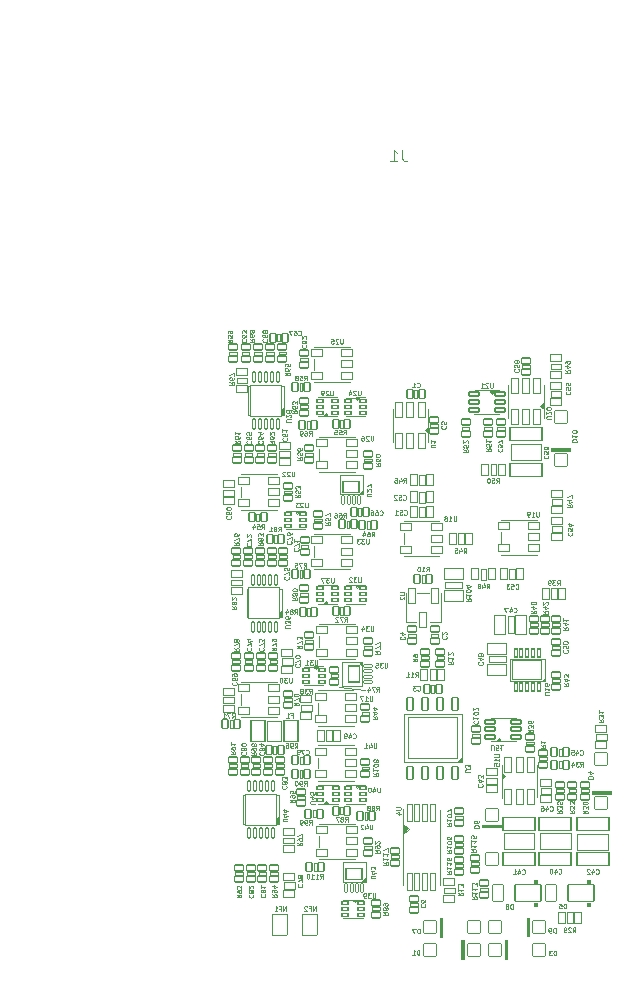
<source format=gbr>
%TF.GenerationSoftware,KiCad,Pcbnew,8.0.2*%
%TF.CreationDate,2024-10-13T20:55:14-05:00*%
%TF.ProjectId,PM1C_Rev_1_2,504d3143-5f52-4657-965f-315f322e6b69,1*%
%TF.SameCoordinates,PX297003ePY8770cd2*%
%TF.FileFunction,Legend,Bot*%
%TF.FilePolarity,Positive*%
%FSLAX46Y46*%
G04 Gerber Fmt 4.6, Leading zero omitted, Abs format (unit mm)*
G04 Created by KiCad (PCBNEW 8.0.2) date 2024-10-13 20:55:14*
%MOMM*%
%LPD*%
G01*
G04 APERTURE LIST*
G04 Aperture macros list*
%AMRoundRect*
0 Rectangle with rounded corners*
0 $1 Rounding radius*
0 $2 $3 $4 $5 $6 $7 $8 $9 X,Y pos of 4 corners*
0 Add a 4 corners polygon primitive as box body*
4,1,4,$2,$3,$4,$5,$6,$7,$8,$9,$2,$3,0*
0 Add four circle primitives for the rounded corners*
1,1,$1+$1,$2,$3*
1,1,$1+$1,$4,$5*
1,1,$1+$1,$6,$7*
1,1,$1+$1,$8,$9*
0 Add four rect primitives between the rounded corners*
20,1,$1+$1,$2,$3,$4,$5,0*
20,1,$1+$1,$4,$5,$6,$7,0*
20,1,$1+$1,$6,$7,$8,$9,0*
20,1,$1+$1,$8,$9,$2,$3,0*%
G04 Aperture macros list end*
%ADD10C,0.100000*%
%ADD11C,0.010000*%
%ADD12C,0.050000*%
%ADD13C,0.000000*%
%ADD14C,0.200000*%
%ADD15C,0.203000*%
%ADD16C,4.113000*%
%ADD17O,4.164000X2.640000*%
%ADD18O,4.164000X1.928800*%
%ADD19C,1.800000*%
%ADD20RoundRect,0.050000X0.750000X-0.750000X0.750000X0.750000X-0.750000X0.750000X-0.750000X-0.750000X0*%
%ADD21C,1.600000*%
%ADD22C,0.900000*%
%ADD23RoundRect,0.050000X-0.500000X0.300000X-0.500000X-0.300000X0.500000X-0.300000X0.500000X0.300000X0*%
%ADD24RoundRect,0.050000X-0.375000X0.250000X-0.375000X-0.250000X0.375000X-0.250000X0.375000X0.250000X0*%
%ADD25RoundRect,0.050000X0.500000X-0.300000X0.500000X0.300000X-0.500000X0.300000X-0.500000X-0.300000X0*%
%ADD26RoundRect,0.050000X-0.550000X0.550000X-0.550000X-0.550000X0.550000X-0.550000X0.550000X0.550000X0*%
%ADD27RoundRect,0.050000X0.300000X0.500000X-0.300000X0.500000X-0.300000X-0.500000X0.300000X-0.500000X0*%
%ADD28RoundRect,0.050000X-0.300000X-0.500000X0.300000X-0.500000X0.300000X0.500000X-0.300000X0.500000X0*%
%ADD29RoundRect,0.050000X0.375000X-0.250000X0.375000X0.250000X-0.375000X0.250000X-0.375000X-0.250000X0*%
%ADD30RoundRect,0.050000X1.350000X-0.575000X1.350000X0.575000X-1.350000X0.575000X-1.350000X-0.575000X0*%
%ADD31RoundRect,0.050000X0.775000X-0.475000X0.775000X0.475000X-0.775000X0.475000X-0.775000X-0.475000X0*%
%ADD32RoundRect,0.050000X0.250000X0.375000X-0.250000X0.375000X-0.250000X-0.375000X0.250000X-0.375000X0*%
%ADD33RoundRect,0.050000X-0.500000X-0.300000X0.500000X-0.300000X0.500000X0.300000X-0.500000X0.300000X0*%
%ADD34RoundRect,0.050000X-0.250000X-0.150000X0.250000X-0.150000X0.250000X0.150000X-0.250000X0.150000X0*%
%ADD35RoundRect,0.050000X-0.300000X0.625000X-0.300000X-0.625000X0.300000X-0.625000X0.300000X0.625000X0*%
%ADD36RoundRect,0.050000X-0.250000X-0.375000X0.250000X-0.375000X0.250000X0.375000X-0.250000X0.375000X0*%
%ADD37RoundRect,0.050000X0.600000X0.900000X-0.600000X0.900000X-0.600000X-0.900000X0.600000X-0.900000X0*%
%ADD38RoundRect,0.050000X-1.350000X0.575000X-1.350000X-0.575000X1.350000X-0.575000X1.350000X0.575000X0*%
%ADD39RoundRect,0.050000X0.550000X-0.550000X0.550000X0.550000X-0.550000X0.550000X-0.550000X-0.550000X0*%
%ADD40RoundRect,0.050000X-0.475000X-0.775000X0.475000X-0.775000X0.475000X0.775000X-0.475000X0.775000X0*%
%ADD41RoundRect,0.050000X-0.125000X0.425000X-0.125000X-0.425000X0.125000X-0.425000X0.125000X0.425000X0*%
%ADD42RoundRect,0.050000X-1.325000X1.325000X-1.325000X-1.325000X1.325000X-1.325000X1.325000X1.325000X0*%
%ADD43RoundRect,0.050000X0.300000X0.650000X-0.300000X0.650000X-0.300000X-0.650000X0.300000X-0.650000X0*%
%ADD44RoundRect,0.050000X-0.125000X0.350000X-0.125000X-0.350000X0.125000X-0.350000X0.125000X0.350000X0*%
%ADD45RoundRect,0.050000X-0.675000X0.500000X-0.675000X-0.500000X0.675000X-0.500000X0.675000X0.500000X0*%
%ADD46RoundRect,0.050000X-0.550000X-0.550000X0.550000X-0.550000X0.550000X0.550000X-0.550000X0.550000X0*%
%ADD47RoundRect,0.050000X-0.150000X0.337500X-0.150000X-0.337500X0.150000X-0.337500X0.150000X0.337500X0*%
%ADD48RoundRect,0.050000X-1.200000X0.825000X-1.200000X-0.825000X1.200000X-0.825000X1.200000X0.825000X0*%
%ADD49RoundRect,0.050000X0.550000X0.550000X-0.550000X0.550000X-0.550000X-0.550000X0.550000X-0.550000X0*%
%ADD50RoundRect,0.050000X0.425000X0.175000X-0.425000X0.175000X-0.425000X-0.175000X0.425000X-0.175000X0*%
%ADD51RoundRect,0.050000X-1.100000X-0.700000X1.100000X-0.700000X1.100000X0.700000X-1.100000X0.700000X0*%
%ADD52RoundRect,0.050000X-0.450000X-0.700000X0.450000X-0.700000X0.450000X0.700000X-0.450000X0.700000X0*%
%ADD53RoundRect,0.050000X0.300000X-0.625000X0.300000X0.625000X-0.300000X0.625000X-0.300000X-0.625000X0*%
%ADD54RoundRect,0.050000X0.635000X-0.889000X0.635000X0.889000X-0.635000X0.889000X-0.635000X-0.889000X0*%
%ADD55RoundRect,0.050000X0.250000X0.150000X-0.250000X0.150000X-0.250000X-0.150000X0.250000X-0.150000X0*%
%ADD56C,1.243000*%
%ADD57C,1.241748*%
%ADD58RoundRect,0.050000X-0.250000X0.550000X-0.250000X-0.550000X0.250000X-0.550000X0.250000X0.550000X0*%
%ADD59RoundRect,0.050000X-2.050000X1.750000X-2.050000X-1.750000X2.050000X-1.750000X2.050000X1.750000X0*%
%ADD60RoundRect,0.050000X-0.350000X-0.125000X0.350000X-0.125000X0.350000X0.125000X-0.350000X0.125000X0*%
%ADD61RoundRect,0.050000X-0.500000X-0.675000X0.500000X-0.675000X0.500000X0.675000X-0.500000X0.675000X0*%
%ADD62RoundRect,0.050000X-0.425000X-0.175000X0.425000X-0.175000X0.425000X0.175000X-0.425000X0.175000X0*%
%ADD63RoundRect,0.050000X0.225000X-0.725000X0.225000X0.725000X-0.225000X0.725000X-0.225000X-0.725000X0*%
G04 APERTURE END LIST*
D10*
X33145000Y33700000D02*
X30920000Y33935000D01*
D11*
X4171287Y89919201D02*
X4237953Y90014439D01*
X4285572Y89919201D02*
X4285572Y90119201D01*
X4285572Y90119201D02*
X4209382Y90119201D01*
X4209382Y90119201D02*
X4190334Y90109677D01*
X4190334Y90109677D02*
X4180811Y90100153D01*
X4180811Y90100153D02*
X4171287Y90081105D01*
X4171287Y90081105D02*
X4171287Y90052534D01*
X4171287Y90052534D02*
X4180811Y90033486D01*
X4180811Y90033486D02*
X4190334Y90023963D01*
X4190334Y90023963D02*
X4209382Y90014439D01*
X4209382Y90014439D02*
X4285572Y90014439D01*
X4085572Y90023963D02*
X4018906Y90023963D01*
X3990334Y89919201D02*
X4085572Y89919201D01*
X4085572Y89919201D02*
X4085572Y90119201D01*
X4085572Y90119201D02*
X3990334Y90119201D01*
X3837954Y90023963D02*
X3904620Y90023963D01*
X3904620Y89919201D02*
X3904620Y90119201D01*
X3904620Y90119201D02*
X3809382Y90119201D01*
X3704620Y90119201D02*
X3704620Y90071582D01*
X3752239Y90090629D02*
X3704620Y90071582D01*
X3704620Y90071582D02*
X3657001Y90090629D01*
X3733191Y90033486D02*
X3704620Y90071582D01*
X3704620Y90071582D02*
X3676049Y90033486D01*
X3552239Y90119201D02*
X3552239Y90071582D01*
X3599858Y90090629D02*
X3552239Y90071582D01*
X3552239Y90071582D02*
X3504620Y90090629D01*
X3580810Y90033486D02*
X3552239Y90071582D01*
X3552239Y90071582D02*
X3523668Y90033486D01*
D12*
X48797896Y23484348D02*
X48816944Y23465300D01*
X48816944Y23465300D02*
X48874086Y23446253D01*
X48874086Y23446253D02*
X48912182Y23446253D01*
X48912182Y23446253D02*
X48969325Y23465300D01*
X48969325Y23465300D02*
X49007420Y23503396D01*
X49007420Y23503396D02*
X49026467Y23541491D01*
X49026467Y23541491D02*
X49045515Y23617681D01*
X49045515Y23617681D02*
X49045515Y23674824D01*
X49045515Y23674824D02*
X49026467Y23751015D01*
X49026467Y23751015D02*
X49007420Y23789110D01*
X49007420Y23789110D02*
X48969325Y23827205D01*
X48969325Y23827205D02*
X48912182Y23846253D01*
X48912182Y23846253D02*
X48874086Y23846253D01*
X48874086Y23846253D02*
X48816944Y23827205D01*
X48816944Y23827205D02*
X48797896Y23808158D01*
X48455039Y23712920D02*
X48455039Y23446253D01*
X48550277Y23865300D02*
X48645515Y23579586D01*
X48645515Y23579586D02*
X48397896Y23579586D01*
X48074087Y23846253D02*
X48150277Y23846253D01*
X48150277Y23846253D02*
X48188373Y23827205D01*
X48188373Y23827205D02*
X48207420Y23808158D01*
X48207420Y23808158D02*
X48245515Y23751015D01*
X48245515Y23751015D02*
X48264563Y23674824D01*
X48264563Y23674824D02*
X48264563Y23522443D01*
X48264563Y23522443D02*
X48245515Y23484348D01*
X48245515Y23484348D02*
X48226468Y23465300D01*
X48226468Y23465300D02*
X48188373Y23446253D01*
X48188373Y23446253D02*
X48112182Y23446253D01*
X48112182Y23446253D02*
X48074087Y23465300D01*
X48074087Y23465300D02*
X48055039Y23484348D01*
X48055039Y23484348D02*
X48035992Y23522443D01*
X48035992Y23522443D02*
X48035992Y23617681D01*
X48035992Y23617681D02*
X48055039Y23655777D01*
X48055039Y23655777D02*
X48074087Y23674824D01*
X48074087Y23674824D02*
X48112182Y23693872D01*
X48112182Y23693872D02*
X48188373Y23693872D01*
X48188373Y23693872D02*
X48226468Y23674824D01*
X48226468Y23674824D02*
X48245515Y23655777D01*
X48245515Y23655777D02*
X48264563Y23617681D01*
X21756122Y28476498D02*
X21946598Y28343165D01*
X21756122Y28247927D02*
X22156122Y28247927D01*
X22156122Y28247927D02*
X22156122Y28400308D01*
X22156122Y28400308D02*
X22137074Y28438403D01*
X22137074Y28438403D02*
X22118027Y28457450D01*
X22118027Y28457450D02*
X22079931Y28476498D01*
X22079931Y28476498D02*
X22022789Y28476498D01*
X22022789Y28476498D02*
X21984693Y28457450D01*
X21984693Y28457450D02*
X21965646Y28438403D01*
X21965646Y28438403D02*
X21946598Y28400308D01*
X21946598Y28400308D02*
X21946598Y28247927D01*
X21756122Y28666974D02*
X21756122Y28743165D01*
X21756122Y28743165D02*
X21775170Y28781260D01*
X21775170Y28781260D02*
X21794217Y28800308D01*
X21794217Y28800308D02*
X21851360Y28838403D01*
X21851360Y28838403D02*
X21927550Y28857450D01*
X21927550Y28857450D02*
X22079931Y28857450D01*
X22079931Y28857450D02*
X22118027Y28838403D01*
X22118027Y28838403D02*
X22137074Y28819355D01*
X22137074Y28819355D02*
X22156122Y28781260D01*
X22156122Y28781260D02*
X22156122Y28705069D01*
X22156122Y28705069D02*
X22137074Y28666974D01*
X22137074Y28666974D02*
X22118027Y28647927D01*
X22118027Y28647927D02*
X22079931Y28628879D01*
X22079931Y28628879D02*
X21984693Y28628879D01*
X21984693Y28628879D02*
X21946598Y28647927D01*
X21946598Y28647927D02*
X21927550Y28666974D01*
X21927550Y28666974D02*
X21908503Y28705069D01*
X21908503Y28705069D02*
X21908503Y28781260D01*
X21908503Y28781260D02*
X21927550Y28819355D01*
X21927550Y28819355D02*
X21946598Y28838403D01*
X21946598Y28838403D02*
X21984693Y28857450D01*
X21756122Y29238402D02*
X21756122Y29009831D01*
X21756122Y29124117D02*
X22156122Y29124117D01*
X22156122Y29124117D02*
X22098979Y29086021D01*
X22098979Y29086021D02*
X22060884Y29047926D01*
X22060884Y29047926D02*
X22041836Y29009831D01*
X27421122Y20741498D02*
X27611598Y20608165D01*
X27421122Y20512927D02*
X27821122Y20512927D01*
X27821122Y20512927D02*
X27821122Y20665308D01*
X27821122Y20665308D02*
X27802074Y20703403D01*
X27802074Y20703403D02*
X27783027Y20722450D01*
X27783027Y20722450D02*
X27744931Y20741498D01*
X27744931Y20741498D02*
X27687789Y20741498D01*
X27687789Y20741498D02*
X27649693Y20722450D01*
X27649693Y20722450D02*
X27630646Y20703403D01*
X27630646Y20703403D02*
X27611598Y20665308D01*
X27611598Y20665308D02*
X27611598Y20512927D01*
X27421122Y20931974D02*
X27421122Y21008165D01*
X27421122Y21008165D02*
X27440170Y21046260D01*
X27440170Y21046260D02*
X27459217Y21065308D01*
X27459217Y21065308D02*
X27516360Y21103403D01*
X27516360Y21103403D02*
X27592550Y21122450D01*
X27592550Y21122450D02*
X27744931Y21122450D01*
X27744931Y21122450D02*
X27783027Y21103403D01*
X27783027Y21103403D02*
X27802074Y21084355D01*
X27802074Y21084355D02*
X27821122Y21046260D01*
X27821122Y21046260D02*
X27821122Y20970069D01*
X27821122Y20970069D02*
X27802074Y20931974D01*
X27802074Y20931974D02*
X27783027Y20912927D01*
X27783027Y20912927D02*
X27744931Y20893879D01*
X27744931Y20893879D02*
X27649693Y20893879D01*
X27649693Y20893879D02*
X27611598Y20912927D01*
X27611598Y20912927D02*
X27592550Y20931974D01*
X27592550Y20931974D02*
X27573503Y20970069D01*
X27573503Y20970069D02*
X27573503Y21046260D01*
X27573503Y21046260D02*
X27592550Y21084355D01*
X27592550Y21084355D02*
X27611598Y21103403D01*
X27611598Y21103403D02*
X27649693Y21122450D01*
X27821122Y21255783D02*
X27821122Y21522450D01*
X27821122Y21522450D02*
X27421122Y21351021D01*
X50661552Y54688133D02*
X51061552Y54688133D01*
X51061552Y54688133D02*
X51061552Y54783371D01*
X51061552Y54783371D02*
X51042504Y54840514D01*
X51042504Y54840514D02*
X51004409Y54878609D01*
X51004409Y54878609D02*
X50966314Y54897656D01*
X50966314Y54897656D02*
X50890123Y54916704D01*
X50890123Y54916704D02*
X50832980Y54916704D01*
X50832980Y54916704D02*
X50756790Y54897656D01*
X50756790Y54897656D02*
X50718695Y54878609D01*
X50718695Y54878609D02*
X50680600Y54840514D01*
X50680600Y54840514D02*
X50661552Y54783371D01*
X50661552Y54783371D02*
X50661552Y54688133D01*
X50661552Y55297656D02*
X50661552Y55069085D01*
X50661552Y55183371D02*
X51061552Y55183371D01*
X51061552Y55183371D02*
X51004409Y55145275D01*
X51004409Y55145275D02*
X50966314Y55107180D01*
X50966314Y55107180D02*
X50947266Y55069085D01*
X51061552Y55545275D02*
X51061552Y55583370D01*
X51061552Y55583370D02*
X51042504Y55621466D01*
X51042504Y55621466D02*
X51023457Y55640513D01*
X51023457Y55640513D02*
X50985361Y55659561D01*
X50985361Y55659561D02*
X50909171Y55678608D01*
X50909171Y55678608D02*
X50813933Y55678608D01*
X50813933Y55678608D02*
X50737742Y55659561D01*
X50737742Y55659561D02*
X50699647Y55640513D01*
X50699647Y55640513D02*
X50680600Y55621466D01*
X50680600Y55621466D02*
X50661552Y55583370D01*
X50661552Y55583370D02*
X50661552Y55545275D01*
X50661552Y55545275D02*
X50680600Y55507180D01*
X50680600Y55507180D02*
X50699647Y55488132D01*
X50699647Y55488132D02*
X50737742Y55469085D01*
X50737742Y55469085D02*
X50813933Y55450037D01*
X50813933Y55450037D02*
X50909171Y55450037D01*
X50909171Y55450037D02*
X50985361Y55469085D01*
X50985361Y55469085D02*
X51023457Y55488132D01*
X51023457Y55488132D02*
X51042504Y55507180D01*
X51042504Y55507180D02*
X51061552Y55545275D01*
X50717896Y13171253D02*
X50851229Y13361729D01*
X50946467Y13171253D02*
X50946467Y13571253D01*
X50946467Y13571253D02*
X50794086Y13571253D01*
X50794086Y13571253D02*
X50755991Y13552205D01*
X50755991Y13552205D02*
X50736944Y13533158D01*
X50736944Y13533158D02*
X50717896Y13495062D01*
X50717896Y13495062D02*
X50717896Y13437920D01*
X50717896Y13437920D02*
X50736944Y13399824D01*
X50736944Y13399824D02*
X50755991Y13380777D01*
X50755991Y13380777D02*
X50794086Y13361729D01*
X50794086Y13361729D02*
X50946467Y13361729D01*
X50565515Y13533158D02*
X50546467Y13552205D01*
X50546467Y13552205D02*
X50508372Y13571253D01*
X50508372Y13571253D02*
X50413134Y13571253D01*
X50413134Y13571253D02*
X50375039Y13552205D01*
X50375039Y13552205D02*
X50355991Y13533158D01*
X50355991Y13533158D02*
X50336944Y13495062D01*
X50336944Y13495062D02*
X50336944Y13456967D01*
X50336944Y13456967D02*
X50355991Y13399824D01*
X50355991Y13399824D02*
X50584563Y13171253D01*
X50584563Y13171253D02*
X50336944Y13171253D01*
X50146468Y13171253D02*
X50070277Y13171253D01*
X50070277Y13171253D02*
X50032182Y13190300D01*
X50032182Y13190300D02*
X50013134Y13209348D01*
X50013134Y13209348D02*
X49975039Y13266491D01*
X49975039Y13266491D02*
X49955992Y13342681D01*
X49955992Y13342681D02*
X49955992Y13495062D01*
X49955992Y13495062D02*
X49975039Y13533158D01*
X49975039Y13533158D02*
X49994087Y13552205D01*
X49994087Y13552205D02*
X50032182Y13571253D01*
X50032182Y13571253D02*
X50108373Y13571253D01*
X50108373Y13571253D02*
X50146468Y13552205D01*
X50146468Y13552205D02*
X50165515Y13533158D01*
X50165515Y13533158D02*
X50184563Y13495062D01*
X50184563Y13495062D02*
X50184563Y13399824D01*
X50184563Y13399824D02*
X50165515Y13361729D01*
X50165515Y13361729D02*
X50146468Y13342681D01*
X50146468Y13342681D02*
X50108373Y13323634D01*
X50108373Y13323634D02*
X50032182Y13323634D01*
X50032182Y13323634D02*
X49994087Y13342681D01*
X49994087Y13342681D02*
X49975039Y13361729D01*
X49975039Y13361729D02*
X49955992Y13399824D01*
X36378296Y49819648D02*
X36397344Y49800600D01*
X36397344Y49800600D02*
X36454486Y49781553D01*
X36454486Y49781553D02*
X36492582Y49781553D01*
X36492582Y49781553D02*
X36549725Y49800600D01*
X36549725Y49800600D02*
X36587820Y49838696D01*
X36587820Y49838696D02*
X36606867Y49876791D01*
X36606867Y49876791D02*
X36625915Y49952981D01*
X36625915Y49952981D02*
X36625915Y50010124D01*
X36625915Y50010124D02*
X36606867Y50086315D01*
X36606867Y50086315D02*
X36587820Y50124410D01*
X36587820Y50124410D02*
X36549725Y50162505D01*
X36549725Y50162505D02*
X36492582Y50181553D01*
X36492582Y50181553D02*
X36454486Y50181553D01*
X36454486Y50181553D02*
X36397344Y50162505D01*
X36397344Y50162505D02*
X36378296Y50143458D01*
X36016391Y50181553D02*
X36206867Y50181553D01*
X36206867Y50181553D02*
X36225915Y49991077D01*
X36225915Y49991077D02*
X36206867Y50010124D01*
X36206867Y50010124D02*
X36168772Y50029172D01*
X36168772Y50029172D02*
X36073534Y50029172D01*
X36073534Y50029172D02*
X36035439Y50010124D01*
X36035439Y50010124D02*
X36016391Y49991077D01*
X36016391Y49991077D02*
X35997344Y49952981D01*
X35997344Y49952981D02*
X35997344Y49857743D01*
X35997344Y49857743D02*
X36016391Y49819648D01*
X36016391Y49819648D02*
X36035439Y49800600D01*
X36035439Y49800600D02*
X36073534Y49781553D01*
X36073534Y49781553D02*
X36168772Y49781553D01*
X36168772Y49781553D02*
X36206867Y49800600D01*
X36206867Y49800600D02*
X36225915Y49819648D01*
X35844963Y50143458D02*
X35825915Y50162505D01*
X35825915Y50162505D02*
X35787820Y50181553D01*
X35787820Y50181553D02*
X35692582Y50181553D01*
X35692582Y50181553D02*
X35654487Y50162505D01*
X35654487Y50162505D02*
X35635439Y50143458D01*
X35635439Y50143458D02*
X35616392Y50105362D01*
X35616392Y50105362D02*
X35616392Y50067267D01*
X35616392Y50067267D02*
X35635439Y50010124D01*
X35635439Y50010124D02*
X35864011Y49781553D01*
X35864011Y49781553D02*
X35616392Y49781553D01*
X49944247Y37036404D02*
X49925200Y37017356D01*
X49925200Y37017356D02*
X49906152Y36960214D01*
X49906152Y36960214D02*
X49906152Y36922118D01*
X49906152Y36922118D02*
X49925200Y36864975D01*
X49925200Y36864975D02*
X49963295Y36826880D01*
X49963295Y36826880D02*
X50001390Y36807833D01*
X50001390Y36807833D02*
X50077580Y36788785D01*
X50077580Y36788785D02*
X50134723Y36788785D01*
X50134723Y36788785D02*
X50210914Y36807833D01*
X50210914Y36807833D02*
X50249009Y36826880D01*
X50249009Y36826880D02*
X50287104Y36864975D01*
X50287104Y36864975D02*
X50306152Y36922118D01*
X50306152Y36922118D02*
X50306152Y36960214D01*
X50306152Y36960214D02*
X50287104Y37017356D01*
X50287104Y37017356D02*
X50268057Y37036404D01*
X50306152Y37398309D02*
X50306152Y37207833D01*
X50306152Y37207833D02*
X50115676Y37188785D01*
X50115676Y37188785D02*
X50134723Y37207833D01*
X50134723Y37207833D02*
X50153771Y37245928D01*
X50153771Y37245928D02*
X50153771Y37341166D01*
X50153771Y37341166D02*
X50134723Y37379261D01*
X50134723Y37379261D02*
X50115676Y37398309D01*
X50115676Y37398309D02*
X50077580Y37417356D01*
X50077580Y37417356D02*
X49982342Y37417356D01*
X49982342Y37417356D02*
X49944247Y37398309D01*
X49944247Y37398309D02*
X49925200Y37379261D01*
X49925200Y37379261D02*
X49906152Y37341166D01*
X49906152Y37341166D02*
X49906152Y37245928D01*
X49906152Y37245928D02*
X49925200Y37207833D01*
X49925200Y37207833D02*
X49944247Y37188785D01*
X50306152Y37664975D02*
X50306152Y37703070D01*
X50306152Y37703070D02*
X50287104Y37741166D01*
X50287104Y37741166D02*
X50268057Y37760213D01*
X50268057Y37760213D02*
X50229961Y37779261D01*
X50229961Y37779261D02*
X50153771Y37798308D01*
X50153771Y37798308D02*
X50058533Y37798308D01*
X50058533Y37798308D02*
X49982342Y37779261D01*
X49982342Y37779261D02*
X49944247Y37760213D01*
X49944247Y37760213D02*
X49925200Y37741166D01*
X49925200Y37741166D02*
X49906152Y37703070D01*
X49906152Y37703070D02*
X49906152Y37664975D01*
X49906152Y37664975D02*
X49925200Y37626880D01*
X49925200Y37626880D02*
X49944247Y37607832D01*
X49944247Y37607832D02*
X49982342Y37588785D01*
X49982342Y37588785D02*
X50058533Y37569737D01*
X50058533Y37569737D02*
X50153771Y37569737D01*
X50153771Y37569737D02*
X50229961Y37588785D01*
X50229961Y37588785D02*
X50268057Y37607832D01*
X50268057Y37607832D02*
X50287104Y37626880D01*
X50287104Y37626880D02*
X50306152Y37664975D01*
X40061152Y22401404D02*
X40251628Y22268071D01*
X40061152Y22172833D02*
X40461152Y22172833D01*
X40461152Y22172833D02*
X40461152Y22325214D01*
X40461152Y22325214D02*
X40442104Y22363309D01*
X40442104Y22363309D02*
X40423057Y22382356D01*
X40423057Y22382356D02*
X40384961Y22401404D01*
X40384961Y22401404D02*
X40327819Y22401404D01*
X40327819Y22401404D02*
X40289723Y22382356D01*
X40289723Y22382356D02*
X40270676Y22363309D01*
X40270676Y22363309D02*
X40251628Y22325214D01*
X40251628Y22325214D02*
X40251628Y22172833D01*
X40061152Y22782356D02*
X40061152Y22553785D01*
X40061152Y22668071D02*
X40461152Y22668071D01*
X40461152Y22668071D02*
X40404009Y22629975D01*
X40404009Y22629975D02*
X40365914Y22591880D01*
X40365914Y22591880D02*
X40346866Y22553785D01*
X40461152Y23029975D02*
X40461152Y23068070D01*
X40461152Y23068070D02*
X40442104Y23106166D01*
X40442104Y23106166D02*
X40423057Y23125213D01*
X40423057Y23125213D02*
X40384961Y23144261D01*
X40384961Y23144261D02*
X40308771Y23163308D01*
X40308771Y23163308D02*
X40213533Y23163308D01*
X40213533Y23163308D02*
X40137342Y23144261D01*
X40137342Y23144261D02*
X40099247Y23125213D01*
X40099247Y23125213D02*
X40080200Y23106166D01*
X40080200Y23106166D02*
X40061152Y23068070D01*
X40061152Y23068070D02*
X40061152Y23029975D01*
X40061152Y23029975D02*
X40080200Y22991880D01*
X40080200Y22991880D02*
X40099247Y22972832D01*
X40099247Y22972832D02*
X40137342Y22953785D01*
X40137342Y22953785D02*
X40213533Y22934737D01*
X40213533Y22934737D02*
X40308771Y22934737D01*
X40308771Y22934737D02*
X40384961Y22953785D01*
X40384961Y22953785D02*
X40423057Y22972832D01*
X40423057Y22972832D02*
X40442104Y22991880D01*
X40442104Y22991880D02*
X40461152Y23029975D01*
X40461152Y23296641D02*
X40461152Y23563308D01*
X40461152Y23563308D02*
X40061152Y23391879D01*
X27261517Y35852598D02*
X27242470Y35833550D01*
X27242470Y35833550D02*
X27223422Y35776408D01*
X27223422Y35776408D02*
X27223422Y35738312D01*
X27223422Y35738312D02*
X27242470Y35681169D01*
X27242470Y35681169D02*
X27280565Y35643074D01*
X27280565Y35643074D02*
X27318660Y35624027D01*
X27318660Y35624027D02*
X27394850Y35604979D01*
X27394850Y35604979D02*
X27451993Y35604979D01*
X27451993Y35604979D02*
X27528184Y35624027D01*
X27528184Y35624027D02*
X27566279Y35643074D01*
X27566279Y35643074D02*
X27604374Y35681169D01*
X27604374Y35681169D02*
X27623422Y35738312D01*
X27623422Y35738312D02*
X27623422Y35776408D01*
X27623422Y35776408D02*
X27604374Y35833550D01*
X27604374Y35833550D02*
X27585327Y35852598D01*
X27623422Y35985931D02*
X27623422Y36252598D01*
X27623422Y36252598D02*
X27223422Y36081169D01*
X27623422Y36481169D02*
X27623422Y36519264D01*
X27623422Y36519264D02*
X27604374Y36557360D01*
X27604374Y36557360D02*
X27585327Y36576407D01*
X27585327Y36576407D02*
X27547231Y36595455D01*
X27547231Y36595455D02*
X27471041Y36614502D01*
X27471041Y36614502D02*
X27375803Y36614502D01*
X27375803Y36614502D02*
X27299612Y36595455D01*
X27299612Y36595455D02*
X27261517Y36576407D01*
X27261517Y36576407D02*
X27242470Y36557360D01*
X27242470Y36557360D02*
X27223422Y36519264D01*
X27223422Y36519264D02*
X27223422Y36481169D01*
X27223422Y36481169D02*
X27242470Y36443074D01*
X27242470Y36443074D02*
X27261517Y36424026D01*
X27261517Y36424026D02*
X27299612Y36404979D01*
X27299612Y36404979D02*
X27375803Y36385931D01*
X27375803Y36385931D02*
X27471041Y36385931D01*
X27471041Y36385931D02*
X27547231Y36404979D01*
X27547231Y36404979D02*
X27585327Y36424026D01*
X27585327Y36424026D02*
X27604374Y36443074D01*
X27604374Y36443074D02*
X27623422Y36481169D01*
X37176152Y36321404D02*
X37366628Y36188071D01*
X37176152Y36092833D02*
X37576152Y36092833D01*
X37576152Y36092833D02*
X37576152Y36245214D01*
X37576152Y36245214D02*
X37557104Y36283309D01*
X37557104Y36283309D02*
X37538057Y36302356D01*
X37538057Y36302356D02*
X37499961Y36321404D01*
X37499961Y36321404D02*
X37442819Y36321404D01*
X37442819Y36321404D02*
X37404723Y36302356D01*
X37404723Y36302356D02*
X37385676Y36283309D01*
X37385676Y36283309D02*
X37366628Y36245214D01*
X37366628Y36245214D02*
X37366628Y36092833D01*
X37176152Y36511880D02*
X37176152Y36588071D01*
X37176152Y36588071D02*
X37195200Y36626166D01*
X37195200Y36626166D02*
X37214247Y36645214D01*
X37214247Y36645214D02*
X37271390Y36683309D01*
X37271390Y36683309D02*
X37347580Y36702356D01*
X37347580Y36702356D02*
X37499961Y36702356D01*
X37499961Y36702356D02*
X37538057Y36683309D01*
X37538057Y36683309D02*
X37557104Y36664261D01*
X37557104Y36664261D02*
X37576152Y36626166D01*
X37576152Y36626166D02*
X37576152Y36549975D01*
X37576152Y36549975D02*
X37557104Y36511880D01*
X37557104Y36511880D02*
X37538057Y36492833D01*
X37538057Y36492833D02*
X37499961Y36473785D01*
X37499961Y36473785D02*
X37404723Y36473785D01*
X37404723Y36473785D02*
X37366628Y36492833D01*
X37366628Y36492833D02*
X37347580Y36511880D01*
X37347580Y36511880D02*
X37328533Y36549975D01*
X37328533Y36549975D02*
X37328533Y36626166D01*
X37328533Y36626166D02*
X37347580Y36664261D01*
X37347580Y36664261D02*
X37366628Y36683309D01*
X37366628Y36683309D02*
X37404723Y36702356D01*
X24191807Y37212898D02*
X24172760Y37193850D01*
X24172760Y37193850D02*
X24153712Y37136708D01*
X24153712Y37136708D02*
X24153712Y37098612D01*
X24153712Y37098612D02*
X24172760Y37041469D01*
X24172760Y37041469D02*
X24210855Y37003374D01*
X24210855Y37003374D02*
X24248950Y36984327D01*
X24248950Y36984327D02*
X24325140Y36965279D01*
X24325140Y36965279D02*
X24382283Y36965279D01*
X24382283Y36965279D02*
X24458474Y36984327D01*
X24458474Y36984327D02*
X24496569Y37003374D01*
X24496569Y37003374D02*
X24534664Y37041469D01*
X24534664Y37041469D02*
X24553712Y37098612D01*
X24553712Y37098612D02*
X24553712Y37136708D01*
X24553712Y37136708D02*
X24534664Y37193850D01*
X24534664Y37193850D02*
X24515617Y37212898D01*
X24553712Y37346231D02*
X24553712Y37612898D01*
X24553712Y37612898D02*
X24153712Y37441469D01*
X24553712Y37727183D02*
X24553712Y37974802D01*
X24553712Y37974802D02*
X24401331Y37841469D01*
X24401331Y37841469D02*
X24401331Y37898612D01*
X24401331Y37898612D02*
X24382283Y37936707D01*
X24382283Y37936707D02*
X24363236Y37955755D01*
X24363236Y37955755D02*
X24325140Y37974802D01*
X24325140Y37974802D02*
X24229902Y37974802D01*
X24229902Y37974802D02*
X24191807Y37955755D01*
X24191807Y37955755D02*
X24172760Y37936707D01*
X24172760Y37936707D02*
X24153712Y37898612D01*
X24153712Y37898612D02*
X24153712Y37784326D01*
X24153712Y37784326D02*
X24172760Y37746231D01*
X24172760Y37746231D02*
X24191807Y37727183D01*
X52682896Y18149348D02*
X52701944Y18130300D01*
X52701944Y18130300D02*
X52759086Y18111253D01*
X52759086Y18111253D02*
X52797182Y18111253D01*
X52797182Y18111253D02*
X52854325Y18130300D01*
X52854325Y18130300D02*
X52892420Y18168396D01*
X52892420Y18168396D02*
X52911467Y18206491D01*
X52911467Y18206491D02*
X52930515Y18282681D01*
X52930515Y18282681D02*
X52930515Y18339824D01*
X52930515Y18339824D02*
X52911467Y18416015D01*
X52911467Y18416015D02*
X52892420Y18454110D01*
X52892420Y18454110D02*
X52854325Y18492205D01*
X52854325Y18492205D02*
X52797182Y18511253D01*
X52797182Y18511253D02*
X52759086Y18511253D01*
X52759086Y18511253D02*
X52701944Y18492205D01*
X52701944Y18492205D02*
X52682896Y18473158D01*
X52340039Y18377920D02*
X52340039Y18111253D01*
X52435277Y18530300D02*
X52530515Y18244586D01*
X52530515Y18244586D02*
X52282896Y18244586D01*
X52149563Y18473158D02*
X52130515Y18492205D01*
X52130515Y18492205D02*
X52092420Y18511253D01*
X52092420Y18511253D02*
X51997182Y18511253D01*
X51997182Y18511253D02*
X51959087Y18492205D01*
X51959087Y18492205D02*
X51940039Y18473158D01*
X51940039Y18473158D02*
X51920992Y18435062D01*
X51920992Y18435062D02*
X51920992Y18396967D01*
X51920992Y18396967D02*
X51940039Y18339824D01*
X51940039Y18339824D02*
X52168611Y18111253D01*
X52168611Y18111253D02*
X51920992Y18111253D01*
X27241152Y50201404D02*
X27431628Y50068071D01*
X27241152Y49972833D02*
X27641152Y49972833D01*
X27641152Y49972833D02*
X27641152Y50125214D01*
X27641152Y50125214D02*
X27622104Y50163309D01*
X27622104Y50163309D02*
X27603057Y50182356D01*
X27603057Y50182356D02*
X27564961Y50201404D01*
X27564961Y50201404D02*
X27507819Y50201404D01*
X27507819Y50201404D02*
X27469723Y50182356D01*
X27469723Y50182356D02*
X27450676Y50163309D01*
X27450676Y50163309D02*
X27431628Y50125214D01*
X27431628Y50125214D02*
X27431628Y49972833D01*
X27641152Y50563309D02*
X27641152Y50372833D01*
X27641152Y50372833D02*
X27450676Y50353785D01*
X27450676Y50353785D02*
X27469723Y50372833D01*
X27469723Y50372833D02*
X27488771Y50410928D01*
X27488771Y50410928D02*
X27488771Y50506166D01*
X27488771Y50506166D02*
X27469723Y50544261D01*
X27469723Y50544261D02*
X27450676Y50563309D01*
X27450676Y50563309D02*
X27412580Y50582356D01*
X27412580Y50582356D02*
X27317342Y50582356D01*
X27317342Y50582356D02*
X27279247Y50563309D01*
X27279247Y50563309D02*
X27260200Y50544261D01*
X27260200Y50544261D02*
X27241152Y50506166D01*
X27241152Y50506166D02*
X27241152Y50410928D01*
X27241152Y50410928D02*
X27260200Y50372833D01*
X27260200Y50372833D02*
X27279247Y50353785D01*
X27641152Y50715689D02*
X27641152Y50963308D01*
X27641152Y50963308D02*
X27488771Y50829975D01*
X27488771Y50829975D02*
X27488771Y50887118D01*
X27488771Y50887118D02*
X27469723Y50925213D01*
X27469723Y50925213D02*
X27450676Y50944261D01*
X27450676Y50944261D02*
X27412580Y50963308D01*
X27412580Y50963308D02*
X27317342Y50963308D01*
X27317342Y50963308D02*
X27279247Y50944261D01*
X27279247Y50944261D02*
X27260200Y50925213D01*
X27260200Y50925213D02*
X27241152Y50887118D01*
X27241152Y50887118D02*
X27241152Y50772832D01*
X27241152Y50772832D02*
X27260200Y50734737D01*
X27260200Y50734737D02*
X27279247Y50715689D01*
X21432017Y48386148D02*
X21412970Y48367100D01*
X21412970Y48367100D02*
X21393922Y48309958D01*
X21393922Y48309958D02*
X21393922Y48271862D01*
X21393922Y48271862D02*
X21412970Y48214719D01*
X21412970Y48214719D02*
X21451065Y48176624D01*
X21451065Y48176624D02*
X21489160Y48157577D01*
X21489160Y48157577D02*
X21565350Y48138529D01*
X21565350Y48138529D02*
X21622493Y48138529D01*
X21622493Y48138529D02*
X21698684Y48157577D01*
X21698684Y48157577D02*
X21736779Y48176624D01*
X21736779Y48176624D02*
X21774874Y48214719D01*
X21774874Y48214719D02*
X21793922Y48271862D01*
X21793922Y48271862D02*
X21793922Y48309958D01*
X21793922Y48309958D02*
X21774874Y48367100D01*
X21774874Y48367100D02*
X21755827Y48386148D01*
X21793922Y48729005D02*
X21793922Y48652815D01*
X21793922Y48652815D02*
X21774874Y48614719D01*
X21774874Y48614719D02*
X21755827Y48595672D01*
X21755827Y48595672D02*
X21698684Y48557577D01*
X21698684Y48557577D02*
X21622493Y48538529D01*
X21622493Y48538529D02*
X21470112Y48538529D01*
X21470112Y48538529D02*
X21432017Y48557577D01*
X21432017Y48557577D02*
X21412970Y48576624D01*
X21412970Y48576624D02*
X21393922Y48614719D01*
X21393922Y48614719D02*
X21393922Y48690910D01*
X21393922Y48690910D02*
X21412970Y48729005D01*
X21412970Y48729005D02*
X21432017Y48748053D01*
X21432017Y48748053D02*
X21470112Y48767100D01*
X21470112Y48767100D02*
X21565350Y48767100D01*
X21565350Y48767100D02*
X21603446Y48748053D01*
X21603446Y48748053D02*
X21622493Y48729005D01*
X21622493Y48729005D02*
X21641541Y48690910D01*
X21641541Y48690910D02*
X21641541Y48614719D01*
X21641541Y48614719D02*
X21622493Y48576624D01*
X21622493Y48576624D02*
X21603446Y48557577D01*
X21603446Y48557577D02*
X21565350Y48538529D01*
X21793922Y49014719D02*
X21793922Y49052814D01*
X21793922Y49052814D02*
X21774874Y49090910D01*
X21774874Y49090910D02*
X21755827Y49109957D01*
X21755827Y49109957D02*
X21717731Y49129005D01*
X21717731Y49129005D02*
X21641541Y49148052D01*
X21641541Y49148052D02*
X21546303Y49148052D01*
X21546303Y49148052D02*
X21470112Y49129005D01*
X21470112Y49129005D02*
X21432017Y49109957D01*
X21432017Y49109957D02*
X21412970Y49090910D01*
X21412970Y49090910D02*
X21393922Y49052814D01*
X21393922Y49052814D02*
X21393922Y49014719D01*
X21393922Y49014719D02*
X21412970Y48976624D01*
X21412970Y48976624D02*
X21432017Y48957576D01*
X21432017Y48957576D02*
X21470112Y48938529D01*
X21470112Y48938529D02*
X21546303Y48919481D01*
X21546303Y48919481D02*
X21641541Y48919481D01*
X21641541Y48919481D02*
X21717731Y48938529D01*
X21717731Y48938529D02*
X21755827Y48957576D01*
X21755827Y48957576D02*
X21774874Y48976624D01*
X21774874Y48976624D02*
X21793922Y49014719D01*
X40061152Y20111404D02*
X40251628Y19978071D01*
X40061152Y19882833D02*
X40461152Y19882833D01*
X40461152Y19882833D02*
X40461152Y20035214D01*
X40461152Y20035214D02*
X40442104Y20073309D01*
X40442104Y20073309D02*
X40423057Y20092356D01*
X40423057Y20092356D02*
X40384961Y20111404D01*
X40384961Y20111404D02*
X40327819Y20111404D01*
X40327819Y20111404D02*
X40289723Y20092356D01*
X40289723Y20092356D02*
X40270676Y20073309D01*
X40270676Y20073309D02*
X40251628Y20035214D01*
X40251628Y20035214D02*
X40251628Y19882833D01*
X40061152Y20492356D02*
X40061152Y20263785D01*
X40061152Y20378071D02*
X40461152Y20378071D01*
X40461152Y20378071D02*
X40404009Y20339975D01*
X40404009Y20339975D02*
X40365914Y20301880D01*
X40365914Y20301880D02*
X40346866Y20263785D01*
X40461152Y20739975D02*
X40461152Y20778070D01*
X40461152Y20778070D02*
X40442104Y20816166D01*
X40442104Y20816166D02*
X40423057Y20835213D01*
X40423057Y20835213D02*
X40384961Y20854261D01*
X40384961Y20854261D02*
X40308771Y20873308D01*
X40308771Y20873308D02*
X40213533Y20873308D01*
X40213533Y20873308D02*
X40137342Y20854261D01*
X40137342Y20854261D02*
X40099247Y20835213D01*
X40099247Y20835213D02*
X40080200Y20816166D01*
X40080200Y20816166D02*
X40061152Y20778070D01*
X40061152Y20778070D02*
X40061152Y20739975D01*
X40061152Y20739975D02*
X40080200Y20701880D01*
X40080200Y20701880D02*
X40099247Y20682832D01*
X40099247Y20682832D02*
X40137342Y20663785D01*
X40137342Y20663785D02*
X40213533Y20644737D01*
X40213533Y20644737D02*
X40308771Y20644737D01*
X40308771Y20644737D02*
X40384961Y20663785D01*
X40384961Y20663785D02*
X40423057Y20682832D01*
X40423057Y20682832D02*
X40442104Y20701880D01*
X40442104Y20701880D02*
X40461152Y20739975D01*
X40461152Y21216165D02*
X40461152Y21139975D01*
X40461152Y21139975D02*
X40442104Y21101879D01*
X40442104Y21101879D02*
X40423057Y21082832D01*
X40423057Y21082832D02*
X40365914Y21044737D01*
X40365914Y21044737D02*
X40289723Y21025689D01*
X40289723Y21025689D02*
X40137342Y21025689D01*
X40137342Y21025689D02*
X40099247Y21044737D01*
X40099247Y21044737D02*
X40080200Y21063784D01*
X40080200Y21063784D02*
X40061152Y21101879D01*
X40061152Y21101879D02*
X40061152Y21178070D01*
X40061152Y21178070D02*
X40080200Y21216165D01*
X40080200Y21216165D02*
X40099247Y21235213D01*
X40099247Y21235213D02*
X40137342Y21254260D01*
X40137342Y21254260D02*
X40232580Y21254260D01*
X40232580Y21254260D02*
X40270676Y21235213D01*
X40270676Y21235213D02*
X40289723Y21216165D01*
X40289723Y21216165D02*
X40308771Y21178070D01*
X40308771Y21178070D02*
X40308771Y21101879D01*
X40308771Y21101879D02*
X40289723Y21063784D01*
X40289723Y21063784D02*
X40270676Y21044737D01*
X40270676Y21044737D02*
X40232580Y21025689D01*
X21516122Y63341498D02*
X21706598Y63208165D01*
X21516122Y63112927D02*
X21916122Y63112927D01*
X21916122Y63112927D02*
X21916122Y63265308D01*
X21916122Y63265308D02*
X21897074Y63303403D01*
X21897074Y63303403D02*
X21878027Y63322450D01*
X21878027Y63322450D02*
X21839931Y63341498D01*
X21839931Y63341498D02*
X21782789Y63341498D01*
X21782789Y63341498D02*
X21744693Y63322450D01*
X21744693Y63322450D02*
X21725646Y63303403D01*
X21725646Y63303403D02*
X21706598Y63265308D01*
X21706598Y63265308D02*
X21706598Y63112927D01*
X21916122Y63703403D02*
X21916122Y63512927D01*
X21916122Y63512927D02*
X21725646Y63493879D01*
X21725646Y63493879D02*
X21744693Y63512927D01*
X21744693Y63512927D02*
X21763741Y63551022D01*
X21763741Y63551022D02*
X21763741Y63646260D01*
X21763741Y63646260D02*
X21744693Y63684355D01*
X21744693Y63684355D02*
X21725646Y63703403D01*
X21725646Y63703403D02*
X21687550Y63722450D01*
X21687550Y63722450D02*
X21592312Y63722450D01*
X21592312Y63722450D02*
X21554217Y63703403D01*
X21554217Y63703403D02*
X21535170Y63684355D01*
X21535170Y63684355D02*
X21516122Y63646260D01*
X21516122Y63646260D02*
X21516122Y63551022D01*
X21516122Y63551022D02*
X21535170Y63512927D01*
X21535170Y63512927D02*
X21554217Y63493879D01*
X21516122Y63912926D02*
X21516122Y63989117D01*
X21516122Y63989117D02*
X21535170Y64027212D01*
X21535170Y64027212D02*
X21554217Y64046260D01*
X21554217Y64046260D02*
X21611360Y64084355D01*
X21611360Y64084355D02*
X21687550Y64103402D01*
X21687550Y64103402D02*
X21839931Y64103402D01*
X21839931Y64103402D02*
X21878027Y64084355D01*
X21878027Y64084355D02*
X21897074Y64065307D01*
X21897074Y64065307D02*
X21916122Y64027212D01*
X21916122Y64027212D02*
X21916122Y63951021D01*
X21916122Y63951021D02*
X21897074Y63912926D01*
X21897074Y63912926D02*
X21878027Y63893879D01*
X21878027Y63893879D02*
X21839931Y63874831D01*
X21839931Y63874831D02*
X21744693Y63874831D01*
X21744693Y63874831D02*
X21706598Y63893879D01*
X21706598Y63893879D02*
X21687550Y63912926D01*
X21687550Y63912926D02*
X21668503Y63951021D01*
X21668503Y63951021D02*
X21668503Y64027212D01*
X21668503Y64027212D02*
X21687550Y64065307D01*
X21687550Y64065307D02*
X21706598Y64084355D01*
X21706598Y64084355D02*
X21744693Y64103402D01*
X42764217Y36021498D02*
X42745170Y36002450D01*
X42745170Y36002450D02*
X42726122Y35945308D01*
X42726122Y35945308D02*
X42726122Y35907212D01*
X42726122Y35907212D02*
X42745170Y35850069D01*
X42745170Y35850069D02*
X42783265Y35811974D01*
X42783265Y35811974D02*
X42821360Y35792927D01*
X42821360Y35792927D02*
X42897550Y35773879D01*
X42897550Y35773879D02*
X42954693Y35773879D01*
X42954693Y35773879D02*
X43030884Y35792927D01*
X43030884Y35792927D02*
X43068979Y35811974D01*
X43068979Y35811974D02*
X43107074Y35850069D01*
X43107074Y35850069D02*
X43126122Y35907212D01*
X43126122Y35907212D02*
X43126122Y35945308D01*
X43126122Y35945308D02*
X43107074Y36002450D01*
X43107074Y36002450D02*
X43088027Y36021498D01*
X42992789Y36364355D02*
X42726122Y36364355D01*
X43145170Y36269117D02*
X42859455Y36173879D01*
X42859455Y36173879D02*
X42859455Y36421498D01*
X42954693Y36631021D02*
X42973741Y36592926D01*
X42973741Y36592926D02*
X42992789Y36573879D01*
X42992789Y36573879D02*
X43030884Y36554831D01*
X43030884Y36554831D02*
X43049931Y36554831D01*
X43049931Y36554831D02*
X43088027Y36573879D01*
X43088027Y36573879D02*
X43107074Y36592926D01*
X43107074Y36592926D02*
X43126122Y36631021D01*
X43126122Y36631021D02*
X43126122Y36707212D01*
X43126122Y36707212D02*
X43107074Y36745307D01*
X43107074Y36745307D02*
X43088027Y36764355D01*
X43088027Y36764355D02*
X43049931Y36783402D01*
X43049931Y36783402D02*
X43030884Y36783402D01*
X43030884Y36783402D02*
X42992789Y36764355D01*
X42992789Y36764355D02*
X42973741Y36745307D01*
X42973741Y36745307D02*
X42954693Y36707212D01*
X42954693Y36707212D02*
X42954693Y36631021D01*
X42954693Y36631021D02*
X42935646Y36592926D01*
X42935646Y36592926D02*
X42916598Y36573879D01*
X42916598Y36573879D02*
X42878503Y36554831D01*
X42878503Y36554831D02*
X42802312Y36554831D01*
X42802312Y36554831D02*
X42764217Y36573879D01*
X42764217Y36573879D02*
X42745170Y36592926D01*
X42745170Y36592926D02*
X42726122Y36631021D01*
X42726122Y36631021D02*
X42726122Y36707212D01*
X42726122Y36707212D02*
X42745170Y36745307D01*
X42745170Y36745307D02*
X42764217Y36764355D01*
X42764217Y36764355D02*
X42802312Y36783402D01*
X42802312Y36783402D02*
X42878503Y36783402D01*
X42878503Y36783402D02*
X42916598Y36764355D01*
X42916598Y36764355D02*
X42935646Y36745307D01*
X42935646Y36745307D02*
X42954693Y36707212D01*
X51347896Y28219348D02*
X51366944Y28200300D01*
X51366944Y28200300D02*
X51424086Y28181253D01*
X51424086Y28181253D02*
X51462182Y28181253D01*
X51462182Y28181253D02*
X51519325Y28200300D01*
X51519325Y28200300D02*
X51557420Y28238396D01*
X51557420Y28238396D02*
X51576467Y28276491D01*
X51576467Y28276491D02*
X51595515Y28352681D01*
X51595515Y28352681D02*
X51595515Y28409824D01*
X51595515Y28409824D02*
X51576467Y28486015D01*
X51576467Y28486015D02*
X51557420Y28524110D01*
X51557420Y28524110D02*
X51519325Y28562205D01*
X51519325Y28562205D02*
X51462182Y28581253D01*
X51462182Y28581253D02*
X51424086Y28581253D01*
X51424086Y28581253D02*
X51366944Y28562205D01*
X51366944Y28562205D02*
X51347896Y28543158D01*
X51005039Y28447920D02*
X51005039Y28181253D01*
X51100277Y28600300D02*
X51195515Y28314586D01*
X51195515Y28314586D02*
X50947896Y28314586D01*
X50605039Y28581253D02*
X50795515Y28581253D01*
X50795515Y28581253D02*
X50814563Y28390777D01*
X50814563Y28390777D02*
X50795515Y28409824D01*
X50795515Y28409824D02*
X50757420Y28428872D01*
X50757420Y28428872D02*
X50662182Y28428872D01*
X50662182Y28428872D02*
X50624087Y28409824D01*
X50624087Y28409824D02*
X50605039Y28390777D01*
X50605039Y28390777D02*
X50585992Y28352681D01*
X50585992Y28352681D02*
X50585992Y28257443D01*
X50585992Y28257443D02*
X50605039Y28219348D01*
X50605039Y28219348D02*
X50624087Y28200300D01*
X50624087Y28200300D02*
X50662182Y28181253D01*
X50662182Y28181253D02*
X50757420Y28181253D01*
X50757420Y28181253D02*
X50795515Y28200300D01*
X50795515Y28200300D02*
X50814563Y28219348D01*
X39634247Y56026404D02*
X39615200Y56007356D01*
X39615200Y56007356D02*
X39596152Y55950214D01*
X39596152Y55950214D02*
X39596152Y55912118D01*
X39596152Y55912118D02*
X39615200Y55854975D01*
X39615200Y55854975D02*
X39653295Y55816880D01*
X39653295Y55816880D02*
X39691390Y55797833D01*
X39691390Y55797833D02*
X39767580Y55778785D01*
X39767580Y55778785D02*
X39824723Y55778785D01*
X39824723Y55778785D02*
X39900914Y55797833D01*
X39900914Y55797833D02*
X39939009Y55816880D01*
X39939009Y55816880D02*
X39977104Y55854975D01*
X39977104Y55854975D02*
X39996152Y55912118D01*
X39996152Y55912118D02*
X39996152Y55950214D01*
X39996152Y55950214D02*
X39977104Y56007356D01*
X39977104Y56007356D02*
X39958057Y56026404D01*
X39996152Y56388309D02*
X39996152Y56197833D01*
X39996152Y56197833D02*
X39805676Y56178785D01*
X39805676Y56178785D02*
X39824723Y56197833D01*
X39824723Y56197833D02*
X39843771Y56235928D01*
X39843771Y56235928D02*
X39843771Y56331166D01*
X39843771Y56331166D02*
X39824723Y56369261D01*
X39824723Y56369261D02*
X39805676Y56388309D01*
X39805676Y56388309D02*
X39767580Y56407356D01*
X39767580Y56407356D02*
X39672342Y56407356D01*
X39672342Y56407356D02*
X39634247Y56388309D01*
X39634247Y56388309D02*
X39615200Y56369261D01*
X39615200Y56369261D02*
X39596152Y56331166D01*
X39596152Y56331166D02*
X39596152Y56235928D01*
X39596152Y56235928D02*
X39615200Y56197833D01*
X39615200Y56197833D02*
X39634247Y56178785D01*
X49392896Y42561253D02*
X49526229Y42751729D01*
X49621467Y42561253D02*
X49621467Y42961253D01*
X49621467Y42961253D02*
X49469086Y42961253D01*
X49469086Y42961253D02*
X49430991Y42942205D01*
X49430991Y42942205D02*
X49411944Y42923158D01*
X49411944Y42923158D02*
X49392896Y42885062D01*
X49392896Y42885062D02*
X49392896Y42827920D01*
X49392896Y42827920D02*
X49411944Y42789824D01*
X49411944Y42789824D02*
X49430991Y42770777D01*
X49430991Y42770777D02*
X49469086Y42751729D01*
X49469086Y42751729D02*
X49621467Y42751729D01*
X49259563Y42961253D02*
X49011944Y42961253D01*
X49011944Y42961253D02*
X49145277Y42808872D01*
X49145277Y42808872D02*
X49088134Y42808872D01*
X49088134Y42808872D02*
X49050039Y42789824D01*
X49050039Y42789824D02*
X49030991Y42770777D01*
X49030991Y42770777D02*
X49011944Y42732681D01*
X49011944Y42732681D02*
X49011944Y42637443D01*
X49011944Y42637443D02*
X49030991Y42599348D01*
X49030991Y42599348D02*
X49050039Y42580300D01*
X49050039Y42580300D02*
X49088134Y42561253D01*
X49088134Y42561253D02*
X49202420Y42561253D01*
X49202420Y42561253D02*
X49240515Y42580300D01*
X49240515Y42580300D02*
X49259563Y42599348D01*
X48821468Y42561253D02*
X48745277Y42561253D01*
X48745277Y42561253D02*
X48707182Y42580300D01*
X48707182Y42580300D02*
X48688134Y42599348D01*
X48688134Y42599348D02*
X48650039Y42656491D01*
X48650039Y42656491D02*
X48630992Y42732681D01*
X48630992Y42732681D02*
X48630992Y42885062D01*
X48630992Y42885062D02*
X48650039Y42923158D01*
X48650039Y42923158D02*
X48669087Y42942205D01*
X48669087Y42942205D02*
X48707182Y42961253D01*
X48707182Y42961253D02*
X48783373Y42961253D01*
X48783373Y42961253D02*
X48821468Y42942205D01*
X48821468Y42942205D02*
X48840515Y42923158D01*
X48840515Y42923158D02*
X48859563Y42885062D01*
X48859563Y42885062D02*
X48859563Y42789824D01*
X48859563Y42789824D02*
X48840515Y42751729D01*
X48840515Y42751729D02*
X48821468Y42732681D01*
X48821468Y42732681D02*
X48783373Y42713634D01*
X48783373Y42713634D02*
X48707182Y42713634D01*
X48707182Y42713634D02*
X48669087Y42732681D01*
X48669087Y42732681D02*
X48650039Y42751729D01*
X48650039Y42751729D02*
X48630992Y42789824D01*
X33456867Y46466553D02*
X33456867Y46142743D01*
X33456867Y46142743D02*
X33437820Y46104648D01*
X33437820Y46104648D02*
X33418772Y46085600D01*
X33418772Y46085600D02*
X33380677Y46066553D01*
X33380677Y46066553D02*
X33304486Y46066553D01*
X33304486Y46066553D02*
X33266391Y46085600D01*
X33266391Y46085600D02*
X33247344Y46104648D01*
X33247344Y46104648D02*
X33228296Y46142743D01*
X33228296Y46142743D02*
X33228296Y46466553D01*
X33075915Y46466553D02*
X32828296Y46466553D01*
X32828296Y46466553D02*
X32961629Y46314172D01*
X32961629Y46314172D02*
X32904486Y46314172D01*
X32904486Y46314172D02*
X32866391Y46295124D01*
X32866391Y46295124D02*
X32847343Y46276077D01*
X32847343Y46276077D02*
X32828296Y46237981D01*
X32828296Y46237981D02*
X32828296Y46142743D01*
X32828296Y46142743D02*
X32847343Y46104648D01*
X32847343Y46104648D02*
X32866391Y46085600D01*
X32866391Y46085600D02*
X32904486Y46066553D01*
X32904486Y46066553D02*
X33018772Y46066553D01*
X33018772Y46066553D02*
X33056867Y46085600D01*
X33056867Y46085600D02*
X33075915Y46104648D01*
X32694963Y46466553D02*
X32447344Y46466553D01*
X32447344Y46466553D02*
X32580677Y46314172D01*
X32580677Y46314172D02*
X32523534Y46314172D01*
X32523534Y46314172D02*
X32485439Y46295124D01*
X32485439Y46295124D02*
X32466391Y46276077D01*
X32466391Y46276077D02*
X32447344Y46237981D01*
X32447344Y46237981D02*
X32447344Y46142743D01*
X32447344Y46142743D02*
X32466391Y46104648D01*
X32466391Y46104648D02*
X32485439Y46085600D01*
X32485439Y46085600D02*
X32523534Y46066553D01*
X32523534Y46066553D02*
X32637820Y46066553D01*
X32637820Y46066553D02*
X32675915Y46085600D01*
X32675915Y46085600D02*
X32694963Y46104648D01*
X28286867Y49531553D02*
X28286867Y49207743D01*
X28286867Y49207743D02*
X28267820Y49169648D01*
X28267820Y49169648D02*
X28248772Y49150600D01*
X28248772Y49150600D02*
X28210677Y49131553D01*
X28210677Y49131553D02*
X28134486Y49131553D01*
X28134486Y49131553D02*
X28096391Y49150600D01*
X28096391Y49150600D02*
X28077344Y49169648D01*
X28077344Y49169648D02*
X28058296Y49207743D01*
X28058296Y49207743D02*
X28058296Y49531553D01*
X27886867Y49493458D02*
X27867819Y49512505D01*
X27867819Y49512505D02*
X27829724Y49531553D01*
X27829724Y49531553D02*
X27734486Y49531553D01*
X27734486Y49531553D02*
X27696391Y49512505D01*
X27696391Y49512505D02*
X27677343Y49493458D01*
X27677343Y49493458D02*
X27658296Y49455362D01*
X27658296Y49455362D02*
X27658296Y49417267D01*
X27658296Y49417267D02*
X27677343Y49360124D01*
X27677343Y49360124D02*
X27905915Y49131553D01*
X27905915Y49131553D02*
X27658296Y49131553D01*
X27524963Y49531553D02*
X27277344Y49531553D01*
X27277344Y49531553D02*
X27410677Y49379172D01*
X27410677Y49379172D02*
X27353534Y49379172D01*
X27353534Y49379172D02*
X27315439Y49360124D01*
X27315439Y49360124D02*
X27296391Y49341077D01*
X27296391Y49341077D02*
X27277344Y49302981D01*
X27277344Y49302981D02*
X27277344Y49207743D01*
X27277344Y49207743D02*
X27296391Y49169648D01*
X27296391Y49169648D02*
X27315439Y49150600D01*
X27315439Y49150600D02*
X27353534Y49131553D01*
X27353534Y49131553D02*
X27467820Y49131553D01*
X27467820Y49131553D02*
X27505915Y49150600D01*
X27505915Y49150600D02*
X27524963Y49169648D01*
X44247896Y51211253D02*
X44381229Y51401729D01*
X44476467Y51211253D02*
X44476467Y51611253D01*
X44476467Y51611253D02*
X44324086Y51611253D01*
X44324086Y51611253D02*
X44285991Y51592205D01*
X44285991Y51592205D02*
X44266944Y51573158D01*
X44266944Y51573158D02*
X44247896Y51535062D01*
X44247896Y51535062D02*
X44247896Y51477920D01*
X44247896Y51477920D02*
X44266944Y51439824D01*
X44266944Y51439824D02*
X44285991Y51420777D01*
X44285991Y51420777D02*
X44324086Y51401729D01*
X44324086Y51401729D02*
X44476467Y51401729D01*
X43885991Y51611253D02*
X44076467Y51611253D01*
X44076467Y51611253D02*
X44095515Y51420777D01*
X44095515Y51420777D02*
X44076467Y51439824D01*
X44076467Y51439824D02*
X44038372Y51458872D01*
X44038372Y51458872D02*
X43943134Y51458872D01*
X43943134Y51458872D02*
X43905039Y51439824D01*
X43905039Y51439824D02*
X43885991Y51420777D01*
X43885991Y51420777D02*
X43866944Y51382681D01*
X43866944Y51382681D02*
X43866944Y51287443D01*
X43866944Y51287443D02*
X43885991Y51249348D01*
X43885991Y51249348D02*
X43905039Y51230300D01*
X43905039Y51230300D02*
X43943134Y51211253D01*
X43943134Y51211253D02*
X44038372Y51211253D01*
X44038372Y51211253D02*
X44076467Y51230300D01*
X44076467Y51230300D02*
X44095515Y51249348D01*
X43619325Y51611253D02*
X43581230Y51611253D01*
X43581230Y51611253D02*
X43543134Y51592205D01*
X43543134Y51592205D02*
X43524087Y51573158D01*
X43524087Y51573158D02*
X43505039Y51535062D01*
X43505039Y51535062D02*
X43485992Y51458872D01*
X43485992Y51458872D02*
X43485992Y51363634D01*
X43485992Y51363634D02*
X43505039Y51287443D01*
X43505039Y51287443D02*
X43524087Y51249348D01*
X43524087Y51249348D02*
X43543134Y51230300D01*
X43543134Y51230300D02*
X43581230Y51211253D01*
X43581230Y51211253D02*
X43619325Y51211253D01*
X43619325Y51211253D02*
X43657420Y51230300D01*
X43657420Y51230300D02*
X43676468Y51249348D01*
X43676468Y51249348D02*
X43695515Y51287443D01*
X43695515Y51287443D02*
X43714563Y51363634D01*
X43714563Y51363634D02*
X43714563Y51458872D01*
X43714563Y51458872D02*
X43695515Y51535062D01*
X43695515Y51535062D02*
X43676468Y51573158D01*
X43676468Y51573158D02*
X43657420Y51592205D01*
X43657420Y51592205D02*
X43619325Y51611253D01*
X45799647Y60831704D02*
X45780600Y60812656D01*
X45780600Y60812656D02*
X45761552Y60755514D01*
X45761552Y60755514D02*
X45761552Y60717418D01*
X45761552Y60717418D02*
X45780600Y60660275D01*
X45780600Y60660275D02*
X45818695Y60622180D01*
X45818695Y60622180D02*
X45856790Y60603133D01*
X45856790Y60603133D02*
X45932980Y60584085D01*
X45932980Y60584085D02*
X45990123Y60584085D01*
X45990123Y60584085D02*
X46066314Y60603133D01*
X46066314Y60603133D02*
X46104409Y60622180D01*
X46104409Y60622180D02*
X46142504Y60660275D01*
X46142504Y60660275D02*
X46161552Y60717418D01*
X46161552Y60717418D02*
X46161552Y60755514D01*
X46161552Y60755514D02*
X46142504Y60812656D01*
X46142504Y60812656D02*
X46123457Y60831704D01*
X46161552Y61193609D02*
X46161552Y61003133D01*
X46161552Y61003133D02*
X45971076Y60984085D01*
X45971076Y60984085D02*
X45990123Y61003133D01*
X45990123Y61003133D02*
X46009171Y61041228D01*
X46009171Y61041228D02*
X46009171Y61136466D01*
X46009171Y61136466D02*
X45990123Y61174561D01*
X45990123Y61174561D02*
X45971076Y61193609D01*
X45971076Y61193609D02*
X45932980Y61212656D01*
X45932980Y61212656D02*
X45837742Y61212656D01*
X45837742Y61212656D02*
X45799647Y61193609D01*
X45799647Y61193609D02*
X45780600Y61174561D01*
X45780600Y61174561D02*
X45761552Y61136466D01*
X45761552Y61136466D02*
X45761552Y61041228D01*
X45761552Y61041228D02*
X45780600Y61003133D01*
X45780600Y61003133D02*
X45799647Y60984085D01*
X45990123Y61441227D02*
X46009171Y61403132D01*
X46009171Y61403132D02*
X46028219Y61384085D01*
X46028219Y61384085D02*
X46066314Y61365037D01*
X46066314Y61365037D02*
X46085361Y61365037D01*
X46085361Y61365037D02*
X46123457Y61384085D01*
X46123457Y61384085D02*
X46142504Y61403132D01*
X46142504Y61403132D02*
X46161552Y61441227D01*
X46161552Y61441227D02*
X46161552Y61517418D01*
X46161552Y61517418D02*
X46142504Y61555513D01*
X46142504Y61555513D02*
X46123457Y61574561D01*
X46123457Y61574561D02*
X46085361Y61593608D01*
X46085361Y61593608D02*
X46066314Y61593608D01*
X46066314Y61593608D02*
X46028219Y61574561D01*
X46028219Y61574561D02*
X46009171Y61555513D01*
X46009171Y61555513D02*
X45990123Y61517418D01*
X45990123Y61517418D02*
X45990123Y61441227D01*
X45990123Y61441227D02*
X45971076Y61403132D01*
X45971076Y61403132D02*
X45952028Y61384085D01*
X45952028Y61384085D02*
X45913933Y61365037D01*
X45913933Y61365037D02*
X45837742Y61365037D01*
X45837742Y61365037D02*
X45799647Y61384085D01*
X45799647Y61384085D02*
X45780600Y61403132D01*
X45780600Y61403132D02*
X45761552Y61441227D01*
X45761552Y61441227D02*
X45761552Y61517418D01*
X45761552Y61517418D02*
X45780600Y61555513D01*
X45780600Y61555513D02*
X45799647Y61574561D01*
X45799647Y61574561D02*
X45837742Y61593608D01*
X45837742Y61593608D02*
X45913933Y61593608D01*
X45913933Y61593608D02*
X45952028Y61574561D01*
X45952028Y61574561D02*
X45971076Y61555513D01*
X45971076Y61555513D02*
X45990123Y61517418D01*
X42181152Y16201404D02*
X42371628Y16068071D01*
X42181152Y15972833D02*
X42581152Y15972833D01*
X42581152Y15972833D02*
X42581152Y16125214D01*
X42581152Y16125214D02*
X42562104Y16163309D01*
X42562104Y16163309D02*
X42543057Y16182356D01*
X42543057Y16182356D02*
X42504961Y16201404D01*
X42504961Y16201404D02*
X42447819Y16201404D01*
X42447819Y16201404D02*
X42409723Y16182356D01*
X42409723Y16182356D02*
X42390676Y16163309D01*
X42390676Y16163309D02*
X42371628Y16125214D01*
X42371628Y16125214D02*
X42371628Y15972833D01*
X42181152Y16582356D02*
X42181152Y16353785D01*
X42181152Y16468071D02*
X42581152Y16468071D01*
X42581152Y16468071D02*
X42524009Y16429975D01*
X42524009Y16429975D02*
X42485914Y16391880D01*
X42485914Y16391880D02*
X42466866Y16353785D01*
X42181152Y16963308D02*
X42181152Y16734737D01*
X42181152Y16849023D02*
X42581152Y16849023D01*
X42581152Y16849023D02*
X42524009Y16810927D01*
X42524009Y16810927D02*
X42485914Y16772832D01*
X42485914Y16772832D02*
X42466866Y16734737D01*
X42581152Y17096641D02*
X42581152Y17344260D01*
X42581152Y17344260D02*
X42428771Y17210927D01*
X42428771Y17210927D02*
X42428771Y17268070D01*
X42428771Y17268070D02*
X42409723Y17306165D01*
X42409723Y17306165D02*
X42390676Y17325213D01*
X42390676Y17325213D02*
X42352580Y17344260D01*
X42352580Y17344260D02*
X42257342Y17344260D01*
X42257342Y17344260D02*
X42219247Y17325213D01*
X42219247Y17325213D02*
X42200200Y17306165D01*
X42200200Y17306165D02*
X42181152Y17268070D01*
X42181152Y17268070D02*
X42181152Y17153784D01*
X42181152Y17153784D02*
X42200200Y17115689D01*
X42200200Y17115689D02*
X42219247Y17096641D01*
X21651122Y59756498D02*
X21841598Y59623165D01*
X21651122Y59527927D02*
X22051122Y59527927D01*
X22051122Y59527927D02*
X22051122Y59680308D01*
X22051122Y59680308D02*
X22032074Y59718403D01*
X22032074Y59718403D02*
X22013027Y59737450D01*
X22013027Y59737450D02*
X21974931Y59756498D01*
X21974931Y59756498D02*
X21917789Y59756498D01*
X21917789Y59756498D02*
X21879693Y59737450D01*
X21879693Y59737450D02*
X21860646Y59718403D01*
X21860646Y59718403D02*
X21841598Y59680308D01*
X21841598Y59680308D02*
X21841598Y59527927D01*
X22051122Y60099355D02*
X22051122Y60023165D01*
X22051122Y60023165D02*
X22032074Y59985069D01*
X22032074Y59985069D02*
X22013027Y59966022D01*
X22013027Y59966022D02*
X21955884Y59927927D01*
X21955884Y59927927D02*
X21879693Y59908879D01*
X21879693Y59908879D02*
X21727312Y59908879D01*
X21727312Y59908879D02*
X21689217Y59927927D01*
X21689217Y59927927D02*
X21670170Y59946974D01*
X21670170Y59946974D02*
X21651122Y59985069D01*
X21651122Y59985069D02*
X21651122Y60061260D01*
X21651122Y60061260D02*
X21670170Y60099355D01*
X21670170Y60099355D02*
X21689217Y60118403D01*
X21689217Y60118403D02*
X21727312Y60137450D01*
X21727312Y60137450D02*
X21822550Y60137450D01*
X21822550Y60137450D02*
X21860646Y60118403D01*
X21860646Y60118403D02*
X21879693Y60099355D01*
X21879693Y60099355D02*
X21898741Y60061260D01*
X21898741Y60061260D02*
X21898741Y59985069D01*
X21898741Y59985069D02*
X21879693Y59946974D01*
X21879693Y59946974D02*
X21860646Y59927927D01*
X21860646Y59927927D02*
X21822550Y59908879D01*
X22051122Y60270783D02*
X22051122Y60537450D01*
X22051122Y60537450D02*
X21651122Y60366021D01*
X27001152Y41506404D02*
X27191628Y41373071D01*
X27001152Y41277833D02*
X27401152Y41277833D01*
X27401152Y41277833D02*
X27401152Y41430214D01*
X27401152Y41430214D02*
X27382104Y41468309D01*
X27382104Y41468309D02*
X27363057Y41487356D01*
X27363057Y41487356D02*
X27324961Y41506404D01*
X27324961Y41506404D02*
X27267819Y41506404D01*
X27267819Y41506404D02*
X27229723Y41487356D01*
X27229723Y41487356D02*
X27210676Y41468309D01*
X27210676Y41468309D02*
X27191628Y41430214D01*
X27191628Y41430214D02*
X27191628Y41277833D01*
X27229723Y41734975D02*
X27248771Y41696880D01*
X27248771Y41696880D02*
X27267819Y41677833D01*
X27267819Y41677833D02*
X27305914Y41658785D01*
X27305914Y41658785D02*
X27324961Y41658785D01*
X27324961Y41658785D02*
X27363057Y41677833D01*
X27363057Y41677833D02*
X27382104Y41696880D01*
X27382104Y41696880D02*
X27401152Y41734975D01*
X27401152Y41734975D02*
X27401152Y41811166D01*
X27401152Y41811166D02*
X27382104Y41849261D01*
X27382104Y41849261D02*
X27363057Y41868309D01*
X27363057Y41868309D02*
X27324961Y41887356D01*
X27324961Y41887356D02*
X27305914Y41887356D01*
X27305914Y41887356D02*
X27267819Y41868309D01*
X27267819Y41868309D02*
X27248771Y41849261D01*
X27248771Y41849261D02*
X27229723Y41811166D01*
X27229723Y41811166D02*
X27229723Y41734975D01*
X27229723Y41734975D02*
X27210676Y41696880D01*
X27210676Y41696880D02*
X27191628Y41677833D01*
X27191628Y41677833D02*
X27153533Y41658785D01*
X27153533Y41658785D02*
X27077342Y41658785D01*
X27077342Y41658785D02*
X27039247Y41677833D01*
X27039247Y41677833D02*
X27020200Y41696880D01*
X27020200Y41696880D02*
X27001152Y41734975D01*
X27001152Y41734975D02*
X27001152Y41811166D01*
X27001152Y41811166D02*
X27020200Y41849261D01*
X27020200Y41849261D02*
X27039247Y41868309D01*
X27039247Y41868309D02*
X27077342Y41887356D01*
X27077342Y41887356D02*
X27153533Y41887356D01*
X27153533Y41887356D02*
X27191628Y41868309D01*
X27191628Y41868309D02*
X27210676Y41849261D01*
X27210676Y41849261D02*
X27229723Y41811166D01*
X27401152Y42134975D02*
X27401152Y42173070D01*
X27401152Y42173070D02*
X27382104Y42211166D01*
X27382104Y42211166D02*
X27363057Y42230213D01*
X27363057Y42230213D02*
X27324961Y42249261D01*
X27324961Y42249261D02*
X27248771Y42268308D01*
X27248771Y42268308D02*
X27153533Y42268308D01*
X27153533Y42268308D02*
X27077342Y42249261D01*
X27077342Y42249261D02*
X27039247Y42230213D01*
X27039247Y42230213D02*
X27020200Y42211166D01*
X27020200Y42211166D02*
X27001152Y42173070D01*
X27001152Y42173070D02*
X27001152Y42134975D01*
X27001152Y42134975D02*
X27020200Y42096880D01*
X27020200Y42096880D02*
X27039247Y42077832D01*
X27039247Y42077832D02*
X27077342Y42058785D01*
X27077342Y42058785D02*
X27153533Y42039737D01*
X27153533Y42039737D02*
X27248771Y42039737D01*
X27248771Y42039737D02*
X27324961Y42058785D01*
X27324961Y42058785D02*
X27363057Y42077832D01*
X27363057Y42077832D02*
X27382104Y42096880D01*
X27382104Y42096880D02*
X27401152Y42134975D01*
X26134217Y25561498D02*
X26115170Y25542450D01*
X26115170Y25542450D02*
X26096122Y25485308D01*
X26096122Y25485308D02*
X26096122Y25447212D01*
X26096122Y25447212D02*
X26115170Y25390069D01*
X26115170Y25390069D02*
X26153265Y25351974D01*
X26153265Y25351974D02*
X26191360Y25332927D01*
X26191360Y25332927D02*
X26267550Y25313879D01*
X26267550Y25313879D02*
X26324693Y25313879D01*
X26324693Y25313879D02*
X26400884Y25332927D01*
X26400884Y25332927D02*
X26438979Y25351974D01*
X26438979Y25351974D02*
X26477074Y25390069D01*
X26477074Y25390069D02*
X26496122Y25447212D01*
X26496122Y25447212D02*
X26496122Y25485308D01*
X26496122Y25485308D02*
X26477074Y25542450D01*
X26477074Y25542450D02*
X26458027Y25561498D01*
X26324693Y25790069D02*
X26343741Y25751974D01*
X26343741Y25751974D02*
X26362789Y25732927D01*
X26362789Y25732927D02*
X26400884Y25713879D01*
X26400884Y25713879D02*
X26419931Y25713879D01*
X26419931Y25713879D02*
X26458027Y25732927D01*
X26458027Y25732927D02*
X26477074Y25751974D01*
X26477074Y25751974D02*
X26496122Y25790069D01*
X26496122Y25790069D02*
X26496122Y25866260D01*
X26496122Y25866260D02*
X26477074Y25904355D01*
X26477074Y25904355D02*
X26458027Y25923403D01*
X26458027Y25923403D02*
X26419931Y25942450D01*
X26419931Y25942450D02*
X26400884Y25942450D01*
X26400884Y25942450D02*
X26362789Y25923403D01*
X26362789Y25923403D02*
X26343741Y25904355D01*
X26343741Y25904355D02*
X26324693Y25866260D01*
X26324693Y25866260D02*
X26324693Y25790069D01*
X26324693Y25790069D02*
X26305646Y25751974D01*
X26305646Y25751974D02*
X26286598Y25732927D01*
X26286598Y25732927D02*
X26248503Y25713879D01*
X26248503Y25713879D02*
X26172312Y25713879D01*
X26172312Y25713879D02*
X26134217Y25732927D01*
X26134217Y25732927D02*
X26115170Y25751974D01*
X26115170Y25751974D02*
X26096122Y25790069D01*
X26096122Y25790069D02*
X26096122Y25866260D01*
X26096122Y25866260D02*
X26115170Y25904355D01*
X26115170Y25904355D02*
X26134217Y25923403D01*
X26134217Y25923403D02*
X26172312Y25942450D01*
X26172312Y25942450D02*
X26248503Y25942450D01*
X26248503Y25942450D02*
X26286598Y25923403D01*
X26286598Y25923403D02*
X26305646Y25904355D01*
X26305646Y25904355D02*
X26324693Y25866260D01*
X26496122Y26075783D02*
X26496122Y26323402D01*
X26496122Y26323402D02*
X26343741Y26190069D01*
X26343741Y26190069D02*
X26343741Y26247212D01*
X26343741Y26247212D02*
X26324693Y26285307D01*
X26324693Y26285307D02*
X26305646Y26304355D01*
X26305646Y26304355D02*
X26267550Y26323402D01*
X26267550Y26323402D02*
X26172312Y26323402D01*
X26172312Y26323402D02*
X26134217Y26304355D01*
X26134217Y26304355D02*
X26115170Y26285307D01*
X26115170Y26285307D02*
X26096122Y26247212D01*
X26096122Y26247212D02*
X26096122Y26132926D01*
X26096122Y26132926D02*
X26115170Y26094831D01*
X26115170Y26094831D02*
X26134217Y26075783D01*
X39096552Y54213133D02*
X38772742Y54213133D01*
X38772742Y54213133D02*
X38734647Y54232180D01*
X38734647Y54232180D02*
X38715600Y54251228D01*
X38715600Y54251228D02*
X38696552Y54289323D01*
X38696552Y54289323D02*
X38696552Y54365514D01*
X38696552Y54365514D02*
X38715600Y54403609D01*
X38715600Y54403609D02*
X38734647Y54422656D01*
X38734647Y54422656D02*
X38772742Y54441704D01*
X38772742Y54441704D02*
X39096552Y54441704D01*
X38696552Y54841704D02*
X38696552Y54613133D01*
X38696552Y54727419D02*
X39096552Y54727419D01*
X39096552Y54727419D02*
X39039409Y54689323D01*
X39039409Y54689323D02*
X39001314Y54651228D01*
X39001314Y54651228D02*
X38982266Y54613133D01*
X27149217Y45676498D02*
X27130170Y45657450D01*
X27130170Y45657450D02*
X27111122Y45600308D01*
X27111122Y45600308D02*
X27111122Y45562212D01*
X27111122Y45562212D02*
X27130170Y45505069D01*
X27130170Y45505069D02*
X27168265Y45466974D01*
X27168265Y45466974D02*
X27206360Y45447927D01*
X27206360Y45447927D02*
X27282550Y45428879D01*
X27282550Y45428879D02*
X27339693Y45428879D01*
X27339693Y45428879D02*
X27415884Y45447927D01*
X27415884Y45447927D02*
X27453979Y45466974D01*
X27453979Y45466974D02*
X27492074Y45505069D01*
X27492074Y45505069D02*
X27511122Y45562212D01*
X27511122Y45562212D02*
X27511122Y45600308D01*
X27511122Y45600308D02*
X27492074Y45657450D01*
X27492074Y45657450D02*
X27473027Y45676498D01*
X27511122Y45809831D02*
X27511122Y46076498D01*
X27511122Y46076498D02*
X27111122Y45905069D01*
X27111122Y46438402D02*
X27111122Y46209831D01*
X27111122Y46324117D02*
X27511122Y46324117D01*
X27511122Y46324117D02*
X27453979Y46286021D01*
X27453979Y46286021D02*
X27415884Y46247926D01*
X27415884Y46247926D02*
X27396836Y46209831D01*
X26934237Y34706553D02*
X26934237Y34382743D01*
X26934237Y34382743D02*
X26915190Y34344648D01*
X26915190Y34344648D02*
X26896142Y34325600D01*
X26896142Y34325600D02*
X26858047Y34306553D01*
X26858047Y34306553D02*
X26781856Y34306553D01*
X26781856Y34306553D02*
X26743761Y34325600D01*
X26743761Y34325600D02*
X26724714Y34344648D01*
X26724714Y34344648D02*
X26705666Y34382743D01*
X26705666Y34382743D02*
X26705666Y34706553D01*
X26553285Y34706553D02*
X26305666Y34706553D01*
X26305666Y34706553D02*
X26438999Y34554172D01*
X26438999Y34554172D02*
X26381856Y34554172D01*
X26381856Y34554172D02*
X26343761Y34535124D01*
X26343761Y34535124D02*
X26324713Y34516077D01*
X26324713Y34516077D02*
X26305666Y34477981D01*
X26305666Y34477981D02*
X26305666Y34382743D01*
X26305666Y34382743D02*
X26324713Y34344648D01*
X26324713Y34344648D02*
X26343761Y34325600D01*
X26343761Y34325600D02*
X26381856Y34306553D01*
X26381856Y34306553D02*
X26496142Y34306553D01*
X26496142Y34306553D02*
X26534237Y34325600D01*
X26534237Y34325600D02*
X26553285Y34344648D01*
X26058047Y34706553D02*
X26019952Y34706553D01*
X26019952Y34706553D02*
X25981856Y34687505D01*
X25981856Y34687505D02*
X25962809Y34668458D01*
X25962809Y34668458D02*
X25943761Y34630362D01*
X25943761Y34630362D02*
X25924714Y34554172D01*
X25924714Y34554172D02*
X25924714Y34458934D01*
X25924714Y34458934D02*
X25943761Y34382743D01*
X25943761Y34382743D02*
X25962809Y34344648D01*
X25962809Y34344648D02*
X25981856Y34325600D01*
X25981856Y34325600D02*
X26019952Y34306553D01*
X26019952Y34306553D02*
X26058047Y34306553D01*
X26058047Y34306553D02*
X26096142Y34325600D01*
X26096142Y34325600D02*
X26115190Y34344648D01*
X26115190Y34344648D02*
X26134237Y34382743D01*
X26134237Y34382743D02*
X26153285Y34458934D01*
X26153285Y34458934D02*
X26153285Y34554172D01*
X26153285Y34554172D02*
X26134237Y34630362D01*
X26134237Y34630362D02*
X26115190Y34668458D01*
X26115190Y34668458D02*
X26096142Y34687505D01*
X26096142Y34687505D02*
X26058047Y34706553D01*
X37392896Y34781253D02*
X37526229Y34971729D01*
X37621467Y34781253D02*
X37621467Y35181253D01*
X37621467Y35181253D02*
X37469086Y35181253D01*
X37469086Y35181253D02*
X37430991Y35162205D01*
X37430991Y35162205D02*
X37411944Y35143158D01*
X37411944Y35143158D02*
X37392896Y35105062D01*
X37392896Y35105062D02*
X37392896Y35047920D01*
X37392896Y35047920D02*
X37411944Y35009824D01*
X37411944Y35009824D02*
X37430991Y34990777D01*
X37430991Y34990777D02*
X37469086Y34971729D01*
X37469086Y34971729D02*
X37621467Y34971729D01*
X37011944Y34781253D02*
X37240515Y34781253D01*
X37126229Y34781253D02*
X37126229Y35181253D01*
X37126229Y35181253D02*
X37164325Y35124110D01*
X37164325Y35124110D02*
X37202420Y35086015D01*
X37202420Y35086015D02*
X37240515Y35066967D01*
X36630992Y34781253D02*
X36859563Y34781253D01*
X36745277Y34781253D02*
X36745277Y35181253D01*
X36745277Y35181253D02*
X36783373Y35124110D01*
X36783373Y35124110D02*
X36821468Y35086015D01*
X36821468Y35086015D02*
X36859563Y35066967D01*
X34036152Y52876404D02*
X34226628Y52743071D01*
X34036152Y52647833D02*
X34436152Y52647833D01*
X34436152Y52647833D02*
X34436152Y52800214D01*
X34436152Y52800214D02*
X34417104Y52838309D01*
X34417104Y52838309D02*
X34398057Y52857356D01*
X34398057Y52857356D02*
X34359961Y52876404D01*
X34359961Y52876404D02*
X34302819Y52876404D01*
X34302819Y52876404D02*
X34264723Y52857356D01*
X34264723Y52857356D02*
X34245676Y52838309D01*
X34245676Y52838309D02*
X34226628Y52800214D01*
X34226628Y52800214D02*
X34226628Y52647833D01*
X34436152Y53219261D02*
X34436152Y53143071D01*
X34436152Y53143071D02*
X34417104Y53104975D01*
X34417104Y53104975D02*
X34398057Y53085928D01*
X34398057Y53085928D02*
X34340914Y53047833D01*
X34340914Y53047833D02*
X34264723Y53028785D01*
X34264723Y53028785D02*
X34112342Y53028785D01*
X34112342Y53028785D02*
X34074247Y53047833D01*
X34074247Y53047833D02*
X34055200Y53066880D01*
X34055200Y53066880D02*
X34036152Y53104975D01*
X34036152Y53104975D02*
X34036152Y53181166D01*
X34036152Y53181166D02*
X34055200Y53219261D01*
X34055200Y53219261D02*
X34074247Y53238309D01*
X34074247Y53238309D02*
X34112342Y53257356D01*
X34112342Y53257356D02*
X34207580Y53257356D01*
X34207580Y53257356D02*
X34245676Y53238309D01*
X34245676Y53238309D02*
X34264723Y53219261D01*
X34264723Y53219261D02*
X34283771Y53181166D01*
X34283771Y53181166D02*
X34283771Y53104975D01*
X34283771Y53104975D02*
X34264723Y53066880D01*
X34264723Y53066880D02*
X34245676Y53047833D01*
X34245676Y53047833D02*
X34207580Y53028785D01*
X34436152Y53504975D02*
X34436152Y53543070D01*
X34436152Y53543070D02*
X34417104Y53581166D01*
X34417104Y53581166D02*
X34398057Y53600213D01*
X34398057Y53600213D02*
X34359961Y53619261D01*
X34359961Y53619261D02*
X34283771Y53638308D01*
X34283771Y53638308D02*
X34188533Y53638308D01*
X34188533Y53638308D02*
X34112342Y53619261D01*
X34112342Y53619261D02*
X34074247Y53600213D01*
X34074247Y53600213D02*
X34055200Y53581166D01*
X34055200Y53581166D02*
X34036152Y53543070D01*
X34036152Y53543070D02*
X34036152Y53504975D01*
X34036152Y53504975D02*
X34055200Y53466880D01*
X34055200Y53466880D02*
X34074247Y53447832D01*
X34074247Y53447832D02*
X34112342Y53428785D01*
X34112342Y53428785D02*
X34188533Y53409737D01*
X34188533Y53409737D02*
X34283771Y53409737D01*
X34283771Y53409737D02*
X34359961Y53428785D01*
X34359961Y53428785D02*
X34398057Y53447832D01*
X34398057Y53447832D02*
X34417104Y53466880D01*
X34417104Y53466880D02*
X34436152Y53504975D01*
X37582896Y33659348D02*
X37601944Y33640300D01*
X37601944Y33640300D02*
X37659086Y33621253D01*
X37659086Y33621253D02*
X37697182Y33621253D01*
X37697182Y33621253D02*
X37754325Y33640300D01*
X37754325Y33640300D02*
X37792420Y33678396D01*
X37792420Y33678396D02*
X37811467Y33716491D01*
X37811467Y33716491D02*
X37830515Y33792681D01*
X37830515Y33792681D02*
X37830515Y33849824D01*
X37830515Y33849824D02*
X37811467Y33926015D01*
X37811467Y33926015D02*
X37792420Y33964110D01*
X37792420Y33964110D02*
X37754325Y34002205D01*
X37754325Y34002205D02*
X37697182Y34021253D01*
X37697182Y34021253D02*
X37659086Y34021253D01*
X37659086Y34021253D02*
X37601944Y34002205D01*
X37601944Y34002205D02*
X37582896Y33983158D01*
X37449563Y34021253D02*
X37201944Y34021253D01*
X37201944Y34021253D02*
X37335277Y33868872D01*
X37335277Y33868872D02*
X37278134Y33868872D01*
X37278134Y33868872D02*
X37240039Y33849824D01*
X37240039Y33849824D02*
X37220991Y33830777D01*
X37220991Y33830777D02*
X37201944Y33792681D01*
X37201944Y33792681D02*
X37201944Y33697443D01*
X37201944Y33697443D02*
X37220991Y33659348D01*
X37220991Y33659348D02*
X37240039Y33640300D01*
X37240039Y33640300D02*
X37278134Y33621253D01*
X37278134Y33621253D02*
X37392420Y33621253D01*
X37392420Y33621253D02*
X37430515Y33640300D01*
X37430515Y33640300D02*
X37449563Y33659348D01*
X26174247Y55006404D02*
X26155200Y54987356D01*
X26155200Y54987356D02*
X26136152Y54930214D01*
X26136152Y54930214D02*
X26136152Y54892118D01*
X26136152Y54892118D02*
X26155200Y54834975D01*
X26155200Y54834975D02*
X26193295Y54796880D01*
X26193295Y54796880D02*
X26231390Y54777833D01*
X26231390Y54777833D02*
X26307580Y54758785D01*
X26307580Y54758785D02*
X26364723Y54758785D01*
X26364723Y54758785D02*
X26440914Y54777833D01*
X26440914Y54777833D02*
X26479009Y54796880D01*
X26479009Y54796880D02*
X26517104Y54834975D01*
X26517104Y54834975D02*
X26536152Y54892118D01*
X26536152Y54892118D02*
X26536152Y54930214D01*
X26536152Y54930214D02*
X26517104Y54987356D01*
X26517104Y54987356D02*
X26498057Y55006404D01*
X26536152Y55349261D02*
X26536152Y55273071D01*
X26536152Y55273071D02*
X26517104Y55234975D01*
X26517104Y55234975D02*
X26498057Y55215928D01*
X26498057Y55215928D02*
X26440914Y55177833D01*
X26440914Y55177833D02*
X26364723Y55158785D01*
X26364723Y55158785D02*
X26212342Y55158785D01*
X26212342Y55158785D02*
X26174247Y55177833D01*
X26174247Y55177833D02*
X26155200Y55196880D01*
X26155200Y55196880D02*
X26136152Y55234975D01*
X26136152Y55234975D02*
X26136152Y55311166D01*
X26136152Y55311166D02*
X26155200Y55349261D01*
X26155200Y55349261D02*
X26174247Y55368309D01*
X26174247Y55368309D02*
X26212342Y55387356D01*
X26212342Y55387356D02*
X26307580Y55387356D01*
X26307580Y55387356D02*
X26345676Y55368309D01*
X26345676Y55368309D02*
X26364723Y55349261D01*
X26364723Y55349261D02*
X26383771Y55311166D01*
X26383771Y55311166D02*
X26383771Y55234975D01*
X26383771Y55234975D02*
X26364723Y55196880D01*
X26364723Y55196880D02*
X26345676Y55177833D01*
X26345676Y55177833D02*
X26307580Y55158785D01*
X26136152Y55768308D02*
X26136152Y55539737D01*
X26136152Y55654023D02*
X26536152Y55654023D01*
X26536152Y55654023D02*
X26479009Y55615927D01*
X26479009Y55615927D02*
X26440914Y55577832D01*
X26440914Y55577832D02*
X26421866Y55539737D01*
X26888104Y31535871D02*
X27021437Y31535871D01*
X27021437Y31326347D02*
X27021437Y31726347D01*
X27021437Y31726347D02*
X26830961Y31726347D01*
X26469057Y31326347D02*
X26697628Y31326347D01*
X26583342Y31326347D02*
X26583342Y31726347D01*
X26583342Y31726347D02*
X26621438Y31669204D01*
X26621438Y31669204D02*
X26659533Y31631109D01*
X26659533Y31631109D02*
X26697628Y31612061D01*
X27121152Y32601404D02*
X27311628Y32468071D01*
X27121152Y32372833D02*
X27521152Y32372833D01*
X27521152Y32372833D02*
X27521152Y32525214D01*
X27521152Y32525214D02*
X27502104Y32563309D01*
X27502104Y32563309D02*
X27483057Y32582356D01*
X27483057Y32582356D02*
X27444961Y32601404D01*
X27444961Y32601404D02*
X27387819Y32601404D01*
X27387819Y32601404D02*
X27349723Y32582356D01*
X27349723Y32582356D02*
X27330676Y32563309D01*
X27330676Y32563309D02*
X27311628Y32525214D01*
X27311628Y32525214D02*
X27311628Y32372833D01*
X27521152Y32734737D02*
X27521152Y33001404D01*
X27521152Y33001404D02*
X27121152Y32829975D01*
X27521152Y33229975D02*
X27521152Y33268070D01*
X27521152Y33268070D02*
X27502104Y33306166D01*
X27502104Y33306166D02*
X27483057Y33325213D01*
X27483057Y33325213D02*
X27444961Y33344261D01*
X27444961Y33344261D02*
X27368771Y33363308D01*
X27368771Y33363308D02*
X27273533Y33363308D01*
X27273533Y33363308D02*
X27197342Y33344261D01*
X27197342Y33344261D02*
X27159247Y33325213D01*
X27159247Y33325213D02*
X27140200Y33306166D01*
X27140200Y33306166D02*
X27121152Y33268070D01*
X27121152Y33268070D02*
X27121152Y33229975D01*
X27121152Y33229975D02*
X27140200Y33191880D01*
X27140200Y33191880D02*
X27159247Y33172832D01*
X27159247Y33172832D02*
X27197342Y33153785D01*
X27197342Y33153785D02*
X27273533Y33134737D01*
X27273533Y33134737D02*
X27368771Y33134737D01*
X27368771Y33134737D02*
X27444961Y33153785D01*
X27444961Y33153785D02*
X27483057Y33172832D01*
X27483057Y33172832D02*
X27502104Y33191880D01*
X27502104Y33191880D02*
X27521152Y33229975D01*
X49401152Y23481404D02*
X49591628Y23348071D01*
X49401152Y23252833D02*
X49801152Y23252833D01*
X49801152Y23252833D02*
X49801152Y23405214D01*
X49801152Y23405214D02*
X49782104Y23443309D01*
X49782104Y23443309D02*
X49763057Y23462356D01*
X49763057Y23462356D02*
X49724961Y23481404D01*
X49724961Y23481404D02*
X49667819Y23481404D01*
X49667819Y23481404D02*
X49629723Y23462356D01*
X49629723Y23462356D02*
X49610676Y23443309D01*
X49610676Y23443309D02*
X49591628Y23405214D01*
X49591628Y23405214D02*
X49591628Y23252833D01*
X49801152Y23614737D02*
X49801152Y23862356D01*
X49801152Y23862356D02*
X49648771Y23729023D01*
X49648771Y23729023D02*
X49648771Y23786166D01*
X49648771Y23786166D02*
X49629723Y23824261D01*
X49629723Y23824261D02*
X49610676Y23843309D01*
X49610676Y23843309D02*
X49572580Y23862356D01*
X49572580Y23862356D02*
X49477342Y23862356D01*
X49477342Y23862356D02*
X49439247Y23843309D01*
X49439247Y23843309D02*
X49420200Y23824261D01*
X49420200Y23824261D02*
X49401152Y23786166D01*
X49401152Y23786166D02*
X49401152Y23671880D01*
X49401152Y23671880D02*
X49420200Y23633785D01*
X49420200Y23633785D02*
X49439247Y23614737D01*
X49801152Y24224261D02*
X49801152Y24033785D01*
X49801152Y24033785D02*
X49610676Y24014737D01*
X49610676Y24014737D02*
X49629723Y24033785D01*
X49629723Y24033785D02*
X49648771Y24071880D01*
X49648771Y24071880D02*
X49648771Y24167118D01*
X49648771Y24167118D02*
X49629723Y24205213D01*
X49629723Y24205213D02*
X49610676Y24224261D01*
X49610676Y24224261D02*
X49572580Y24243308D01*
X49572580Y24243308D02*
X49477342Y24243308D01*
X49477342Y24243308D02*
X49439247Y24224261D01*
X49439247Y24224261D02*
X49420200Y24205213D01*
X49420200Y24205213D02*
X49401152Y24167118D01*
X49401152Y24167118D02*
X49401152Y24071880D01*
X49401152Y24071880D02*
X49420200Y24033785D01*
X49420200Y24033785D02*
X49439247Y24014737D01*
X34103296Y33531553D02*
X34236629Y33722029D01*
X34331867Y33531553D02*
X34331867Y33931553D01*
X34331867Y33931553D02*
X34179486Y33931553D01*
X34179486Y33931553D02*
X34141391Y33912505D01*
X34141391Y33912505D02*
X34122344Y33893458D01*
X34122344Y33893458D02*
X34103296Y33855362D01*
X34103296Y33855362D02*
X34103296Y33798220D01*
X34103296Y33798220D02*
X34122344Y33760124D01*
X34122344Y33760124D02*
X34141391Y33741077D01*
X34141391Y33741077D02*
X34179486Y33722029D01*
X34179486Y33722029D02*
X34331867Y33722029D01*
X33969963Y33931553D02*
X33703296Y33931553D01*
X33703296Y33931553D02*
X33874725Y33531553D01*
X33379487Y33798220D02*
X33379487Y33531553D01*
X33474725Y33950600D02*
X33569963Y33664886D01*
X33569963Y33664886D02*
X33322344Y33664886D01*
X27819217Y62881498D02*
X27800170Y62862450D01*
X27800170Y62862450D02*
X27781122Y62805308D01*
X27781122Y62805308D02*
X27781122Y62767212D01*
X27781122Y62767212D02*
X27800170Y62710069D01*
X27800170Y62710069D02*
X27838265Y62671974D01*
X27838265Y62671974D02*
X27876360Y62652927D01*
X27876360Y62652927D02*
X27952550Y62633879D01*
X27952550Y62633879D02*
X28009693Y62633879D01*
X28009693Y62633879D02*
X28085884Y62652927D01*
X28085884Y62652927D02*
X28123979Y62671974D01*
X28123979Y62671974D02*
X28162074Y62710069D01*
X28162074Y62710069D02*
X28181122Y62767212D01*
X28181122Y62767212D02*
X28181122Y62805308D01*
X28181122Y62805308D02*
X28162074Y62862450D01*
X28162074Y62862450D02*
X28143027Y62881498D01*
X28181122Y63224355D02*
X28181122Y63148165D01*
X28181122Y63148165D02*
X28162074Y63110069D01*
X28162074Y63110069D02*
X28143027Y63091022D01*
X28143027Y63091022D02*
X28085884Y63052927D01*
X28085884Y63052927D02*
X28009693Y63033879D01*
X28009693Y63033879D02*
X27857312Y63033879D01*
X27857312Y63033879D02*
X27819217Y63052927D01*
X27819217Y63052927D02*
X27800170Y63071974D01*
X27800170Y63071974D02*
X27781122Y63110069D01*
X27781122Y63110069D02*
X27781122Y63186260D01*
X27781122Y63186260D02*
X27800170Y63224355D01*
X27800170Y63224355D02*
X27819217Y63243403D01*
X27819217Y63243403D02*
X27857312Y63262450D01*
X27857312Y63262450D02*
X27952550Y63262450D01*
X27952550Y63262450D02*
X27990646Y63243403D01*
X27990646Y63243403D02*
X28009693Y63224355D01*
X28009693Y63224355D02*
X28028741Y63186260D01*
X28028741Y63186260D02*
X28028741Y63110069D01*
X28028741Y63110069D02*
X28009693Y63071974D01*
X28009693Y63071974D02*
X27990646Y63052927D01*
X27990646Y63052927D02*
X27952550Y63033879D01*
X28143027Y63414831D02*
X28162074Y63433879D01*
X28162074Y63433879D02*
X28181122Y63471974D01*
X28181122Y63471974D02*
X28181122Y63567212D01*
X28181122Y63567212D02*
X28162074Y63605307D01*
X28162074Y63605307D02*
X28143027Y63624355D01*
X28143027Y63624355D02*
X28104931Y63643402D01*
X28104931Y63643402D02*
X28066836Y63643402D01*
X28066836Y63643402D02*
X28009693Y63624355D01*
X28009693Y63624355D02*
X27781122Y63395783D01*
X27781122Y63395783D02*
X27781122Y63643402D01*
X48304647Y53521704D02*
X48285600Y53502656D01*
X48285600Y53502656D02*
X48266552Y53445514D01*
X48266552Y53445514D02*
X48266552Y53407418D01*
X48266552Y53407418D02*
X48285600Y53350275D01*
X48285600Y53350275D02*
X48323695Y53312180D01*
X48323695Y53312180D02*
X48361790Y53293133D01*
X48361790Y53293133D02*
X48437980Y53274085D01*
X48437980Y53274085D02*
X48495123Y53274085D01*
X48495123Y53274085D02*
X48571314Y53293133D01*
X48571314Y53293133D02*
X48609409Y53312180D01*
X48609409Y53312180D02*
X48647504Y53350275D01*
X48647504Y53350275D02*
X48666552Y53407418D01*
X48666552Y53407418D02*
X48666552Y53445514D01*
X48666552Y53445514D02*
X48647504Y53502656D01*
X48647504Y53502656D02*
X48628457Y53521704D01*
X48666552Y53883609D02*
X48666552Y53693133D01*
X48666552Y53693133D02*
X48476076Y53674085D01*
X48476076Y53674085D02*
X48495123Y53693133D01*
X48495123Y53693133D02*
X48514171Y53731228D01*
X48514171Y53731228D02*
X48514171Y53826466D01*
X48514171Y53826466D02*
X48495123Y53864561D01*
X48495123Y53864561D02*
X48476076Y53883609D01*
X48476076Y53883609D02*
X48437980Y53902656D01*
X48437980Y53902656D02*
X48342742Y53902656D01*
X48342742Y53902656D02*
X48304647Y53883609D01*
X48304647Y53883609D02*
X48285600Y53864561D01*
X48285600Y53864561D02*
X48266552Y53826466D01*
X48266552Y53826466D02*
X48266552Y53731228D01*
X48266552Y53731228D02*
X48285600Y53693133D01*
X48285600Y53693133D02*
X48304647Y53674085D01*
X48666552Y54245513D02*
X48666552Y54169323D01*
X48666552Y54169323D02*
X48647504Y54131227D01*
X48647504Y54131227D02*
X48628457Y54112180D01*
X48628457Y54112180D02*
X48571314Y54074085D01*
X48571314Y54074085D02*
X48495123Y54055037D01*
X48495123Y54055037D02*
X48342742Y54055037D01*
X48342742Y54055037D02*
X48304647Y54074085D01*
X48304647Y54074085D02*
X48285600Y54093132D01*
X48285600Y54093132D02*
X48266552Y54131227D01*
X48266552Y54131227D02*
X48266552Y54207418D01*
X48266552Y54207418D02*
X48285600Y54245513D01*
X48285600Y54245513D02*
X48304647Y54264561D01*
X48304647Y54264561D02*
X48342742Y54283608D01*
X48342742Y54283608D02*
X48437980Y54283608D01*
X48437980Y54283608D02*
X48476076Y54264561D01*
X48476076Y54264561D02*
X48495123Y54245513D01*
X48495123Y54245513D02*
X48514171Y54207418D01*
X48514171Y54207418D02*
X48514171Y54131227D01*
X48514171Y54131227D02*
X48495123Y54093132D01*
X48495123Y54093132D02*
X48476076Y54074085D01*
X48476076Y54074085D02*
X48437980Y54055037D01*
X40206552Y36091704D02*
X40397028Y35958371D01*
X40206552Y35863133D02*
X40606552Y35863133D01*
X40606552Y35863133D02*
X40606552Y36015514D01*
X40606552Y36015514D02*
X40587504Y36053609D01*
X40587504Y36053609D02*
X40568457Y36072656D01*
X40568457Y36072656D02*
X40530361Y36091704D01*
X40530361Y36091704D02*
X40473219Y36091704D01*
X40473219Y36091704D02*
X40435123Y36072656D01*
X40435123Y36072656D02*
X40416076Y36053609D01*
X40416076Y36053609D02*
X40397028Y36015514D01*
X40397028Y36015514D02*
X40397028Y35863133D01*
X40206552Y36472656D02*
X40206552Y36244085D01*
X40206552Y36358371D02*
X40606552Y36358371D01*
X40606552Y36358371D02*
X40549409Y36320275D01*
X40549409Y36320275D02*
X40511314Y36282180D01*
X40511314Y36282180D02*
X40492266Y36244085D01*
X40568457Y36625037D02*
X40587504Y36644085D01*
X40587504Y36644085D02*
X40606552Y36682180D01*
X40606552Y36682180D02*
X40606552Y36777418D01*
X40606552Y36777418D02*
X40587504Y36815513D01*
X40587504Y36815513D02*
X40568457Y36834561D01*
X40568457Y36834561D02*
X40530361Y36853608D01*
X40530361Y36853608D02*
X40492266Y36853608D01*
X40492266Y36853608D02*
X40435123Y36834561D01*
X40435123Y36834561D02*
X40206552Y36605989D01*
X40206552Y36605989D02*
X40206552Y36853608D01*
X25223712Y37262898D02*
X25414188Y37129565D01*
X25223712Y37034327D02*
X25623712Y37034327D01*
X25623712Y37034327D02*
X25623712Y37186708D01*
X25623712Y37186708D02*
X25604664Y37224803D01*
X25604664Y37224803D02*
X25585617Y37243850D01*
X25585617Y37243850D02*
X25547521Y37262898D01*
X25547521Y37262898D02*
X25490379Y37262898D01*
X25490379Y37262898D02*
X25452283Y37243850D01*
X25452283Y37243850D02*
X25433236Y37224803D01*
X25433236Y37224803D02*
X25414188Y37186708D01*
X25414188Y37186708D02*
X25414188Y37034327D01*
X25623712Y37396231D02*
X25623712Y37662898D01*
X25623712Y37662898D02*
X25223712Y37491469D01*
X25223712Y37834326D02*
X25223712Y37910517D01*
X25223712Y37910517D02*
X25242760Y37948612D01*
X25242760Y37948612D02*
X25261807Y37967660D01*
X25261807Y37967660D02*
X25318950Y38005755D01*
X25318950Y38005755D02*
X25395140Y38024802D01*
X25395140Y38024802D02*
X25547521Y38024802D01*
X25547521Y38024802D02*
X25585617Y38005755D01*
X25585617Y38005755D02*
X25604664Y37986707D01*
X25604664Y37986707D02*
X25623712Y37948612D01*
X25623712Y37948612D02*
X25623712Y37872421D01*
X25623712Y37872421D02*
X25604664Y37834326D01*
X25604664Y37834326D02*
X25585617Y37815279D01*
X25585617Y37815279D02*
X25547521Y37796231D01*
X25547521Y37796231D02*
X25452283Y37796231D01*
X25452283Y37796231D02*
X25414188Y37815279D01*
X25414188Y37815279D02*
X25395140Y37834326D01*
X25395140Y37834326D02*
X25376093Y37872421D01*
X25376093Y37872421D02*
X25376093Y37948612D01*
X25376093Y37948612D02*
X25395140Y37986707D01*
X25395140Y37986707D02*
X25414188Y38005755D01*
X25414188Y38005755D02*
X25452283Y38024802D01*
X41471152Y54036404D02*
X41661628Y53903071D01*
X41471152Y53807833D02*
X41871152Y53807833D01*
X41871152Y53807833D02*
X41871152Y53960214D01*
X41871152Y53960214D02*
X41852104Y53998309D01*
X41852104Y53998309D02*
X41833057Y54017356D01*
X41833057Y54017356D02*
X41794961Y54036404D01*
X41794961Y54036404D02*
X41737819Y54036404D01*
X41737819Y54036404D02*
X41699723Y54017356D01*
X41699723Y54017356D02*
X41680676Y53998309D01*
X41680676Y53998309D02*
X41661628Y53960214D01*
X41661628Y53960214D02*
X41661628Y53807833D01*
X41871152Y54398309D02*
X41871152Y54207833D01*
X41871152Y54207833D02*
X41680676Y54188785D01*
X41680676Y54188785D02*
X41699723Y54207833D01*
X41699723Y54207833D02*
X41718771Y54245928D01*
X41718771Y54245928D02*
X41718771Y54341166D01*
X41718771Y54341166D02*
X41699723Y54379261D01*
X41699723Y54379261D02*
X41680676Y54398309D01*
X41680676Y54398309D02*
X41642580Y54417356D01*
X41642580Y54417356D02*
X41547342Y54417356D01*
X41547342Y54417356D02*
X41509247Y54398309D01*
X41509247Y54398309D02*
X41490200Y54379261D01*
X41490200Y54379261D02*
X41471152Y54341166D01*
X41471152Y54341166D02*
X41471152Y54245928D01*
X41471152Y54245928D02*
X41490200Y54207833D01*
X41490200Y54207833D02*
X41509247Y54188785D01*
X41833057Y54569737D02*
X41852104Y54588785D01*
X41852104Y54588785D02*
X41871152Y54626880D01*
X41871152Y54626880D02*
X41871152Y54722118D01*
X41871152Y54722118D02*
X41852104Y54760213D01*
X41852104Y54760213D02*
X41833057Y54779261D01*
X41833057Y54779261D02*
X41794961Y54798308D01*
X41794961Y54798308D02*
X41756866Y54798308D01*
X41756866Y54798308D02*
X41699723Y54779261D01*
X41699723Y54779261D02*
X41471152Y54550689D01*
X41471152Y54550689D02*
X41471152Y54798308D01*
X26778952Y24401054D02*
X26969428Y24267721D01*
X26778952Y24172483D02*
X27178952Y24172483D01*
X27178952Y24172483D02*
X27178952Y24324864D01*
X27178952Y24324864D02*
X27159904Y24362959D01*
X27159904Y24362959D02*
X27140857Y24382006D01*
X27140857Y24382006D02*
X27102761Y24401054D01*
X27102761Y24401054D02*
X27045619Y24401054D01*
X27045619Y24401054D02*
X27007523Y24382006D01*
X27007523Y24382006D02*
X26988476Y24362959D01*
X26988476Y24362959D02*
X26969428Y24324864D01*
X26969428Y24324864D02*
X26969428Y24172483D01*
X26778952Y24591530D02*
X26778952Y24667721D01*
X26778952Y24667721D02*
X26798000Y24705816D01*
X26798000Y24705816D02*
X26817047Y24724864D01*
X26817047Y24724864D02*
X26874190Y24762959D01*
X26874190Y24762959D02*
X26950380Y24782006D01*
X26950380Y24782006D02*
X27102761Y24782006D01*
X27102761Y24782006D02*
X27140857Y24762959D01*
X27140857Y24762959D02*
X27159904Y24743911D01*
X27159904Y24743911D02*
X27178952Y24705816D01*
X27178952Y24705816D02*
X27178952Y24629625D01*
X27178952Y24629625D02*
X27159904Y24591530D01*
X27159904Y24591530D02*
X27140857Y24572483D01*
X27140857Y24572483D02*
X27102761Y24553435D01*
X27102761Y24553435D02*
X27007523Y24553435D01*
X27007523Y24553435D02*
X26969428Y24572483D01*
X26969428Y24572483D02*
X26950380Y24591530D01*
X26950380Y24591530D02*
X26931333Y24629625D01*
X26931333Y24629625D02*
X26931333Y24705816D01*
X26931333Y24705816D02*
X26950380Y24743911D01*
X26950380Y24743911D02*
X26969428Y24762959D01*
X26969428Y24762959D02*
X27007523Y24782006D01*
X27178952Y25143911D02*
X27178952Y24953435D01*
X27178952Y24953435D02*
X26988476Y24934387D01*
X26988476Y24934387D02*
X27007523Y24953435D01*
X27007523Y24953435D02*
X27026571Y24991530D01*
X27026571Y24991530D02*
X27026571Y25086768D01*
X27026571Y25086768D02*
X27007523Y25124863D01*
X27007523Y25124863D02*
X26988476Y25143911D01*
X26988476Y25143911D02*
X26950380Y25162958D01*
X26950380Y25162958D02*
X26855142Y25162958D01*
X26855142Y25162958D02*
X26817047Y25143911D01*
X26817047Y25143911D02*
X26798000Y25124863D01*
X26798000Y25124863D02*
X26778952Y25086768D01*
X26778952Y25086768D02*
X26778952Y24991530D01*
X26778952Y24991530D02*
X26798000Y24953435D01*
X26798000Y24953435D02*
X26817047Y24934387D01*
X46447896Y18119348D02*
X46466944Y18100300D01*
X46466944Y18100300D02*
X46524086Y18081253D01*
X46524086Y18081253D02*
X46562182Y18081253D01*
X46562182Y18081253D02*
X46619325Y18100300D01*
X46619325Y18100300D02*
X46657420Y18138396D01*
X46657420Y18138396D02*
X46676467Y18176491D01*
X46676467Y18176491D02*
X46695515Y18252681D01*
X46695515Y18252681D02*
X46695515Y18309824D01*
X46695515Y18309824D02*
X46676467Y18386015D01*
X46676467Y18386015D02*
X46657420Y18424110D01*
X46657420Y18424110D02*
X46619325Y18462205D01*
X46619325Y18462205D02*
X46562182Y18481253D01*
X46562182Y18481253D02*
X46524086Y18481253D01*
X46524086Y18481253D02*
X46466944Y18462205D01*
X46466944Y18462205D02*
X46447896Y18443158D01*
X46105039Y18347920D02*
X46105039Y18081253D01*
X46200277Y18500300D02*
X46295515Y18214586D01*
X46295515Y18214586D02*
X46047896Y18214586D01*
X45685992Y18081253D02*
X45914563Y18081253D01*
X45800277Y18081253D02*
X45800277Y18481253D01*
X45800277Y18481253D02*
X45838373Y18424110D01*
X45838373Y18424110D02*
X45876468Y18386015D01*
X45876468Y18386015D02*
X45914563Y18366967D01*
X34092866Y23486347D02*
X34226199Y23676823D01*
X34321437Y23486347D02*
X34321437Y23886347D01*
X34321437Y23886347D02*
X34169056Y23886347D01*
X34169056Y23886347D02*
X34130961Y23867299D01*
X34130961Y23867299D02*
X34111914Y23848252D01*
X34111914Y23848252D02*
X34092866Y23810156D01*
X34092866Y23810156D02*
X34092866Y23753014D01*
X34092866Y23753014D02*
X34111914Y23714918D01*
X34111914Y23714918D02*
X34130961Y23695871D01*
X34130961Y23695871D02*
X34169056Y23676823D01*
X34169056Y23676823D02*
X34321437Y23676823D01*
X33864295Y23714918D02*
X33902390Y23733966D01*
X33902390Y23733966D02*
X33921437Y23753014D01*
X33921437Y23753014D02*
X33940485Y23791109D01*
X33940485Y23791109D02*
X33940485Y23810156D01*
X33940485Y23810156D02*
X33921437Y23848252D01*
X33921437Y23848252D02*
X33902390Y23867299D01*
X33902390Y23867299D02*
X33864295Y23886347D01*
X33864295Y23886347D02*
X33788104Y23886347D01*
X33788104Y23886347D02*
X33750009Y23867299D01*
X33750009Y23867299D02*
X33730961Y23848252D01*
X33730961Y23848252D02*
X33711914Y23810156D01*
X33711914Y23810156D02*
X33711914Y23791109D01*
X33711914Y23791109D02*
X33730961Y23753014D01*
X33730961Y23753014D02*
X33750009Y23733966D01*
X33750009Y23733966D02*
X33788104Y23714918D01*
X33788104Y23714918D02*
X33864295Y23714918D01*
X33864295Y23714918D02*
X33902390Y23695871D01*
X33902390Y23695871D02*
X33921437Y23676823D01*
X33921437Y23676823D02*
X33940485Y23638728D01*
X33940485Y23638728D02*
X33940485Y23562537D01*
X33940485Y23562537D02*
X33921437Y23524442D01*
X33921437Y23524442D02*
X33902390Y23505394D01*
X33902390Y23505394D02*
X33864295Y23486347D01*
X33864295Y23486347D02*
X33788104Y23486347D01*
X33788104Y23486347D02*
X33750009Y23505394D01*
X33750009Y23505394D02*
X33730961Y23524442D01*
X33730961Y23524442D02*
X33711914Y23562537D01*
X33711914Y23562537D02*
X33711914Y23638728D01*
X33711914Y23638728D02*
X33730961Y23676823D01*
X33730961Y23676823D02*
X33750009Y23695871D01*
X33750009Y23695871D02*
X33788104Y23714918D01*
X33483343Y23714918D02*
X33521438Y23733966D01*
X33521438Y23733966D02*
X33540485Y23753014D01*
X33540485Y23753014D02*
X33559533Y23791109D01*
X33559533Y23791109D02*
X33559533Y23810156D01*
X33559533Y23810156D02*
X33540485Y23848252D01*
X33540485Y23848252D02*
X33521438Y23867299D01*
X33521438Y23867299D02*
X33483343Y23886347D01*
X33483343Y23886347D02*
X33407152Y23886347D01*
X33407152Y23886347D02*
X33369057Y23867299D01*
X33369057Y23867299D02*
X33350009Y23848252D01*
X33350009Y23848252D02*
X33330962Y23810156D01*
X33330962Y23810156D02*
X33330962Y23791109D01*
X33330962Y23791109D02*
X33350009Y23753014D01*
X33350009Y23753014D02*
X33369057Y23733966D01*
X33369057Y23733966D02*
X33407152Y23714918D01*
X33407152Y23714918D02*
X33483343Y23714918D01*
X33483343Y23714918D02*
X33521438Y23695871D01*
X33521438Y23695871D02*
X33540485Y23676823D01*
X33540485Y23676823D02*
X33559533Y23638728D01*
X33559533Y23638728D02*
X33559533Y23562537D01*
X33559533Y23562537D02*
X33540485Y23524442D01*
X33540485Y23524442D02*
X33521438Y23505394D01*
X33521438Y23505394D02*
X33483343Y23486347D01*
X33483343Y23486347D02*
X33407152Y23486347D01*
X33407152Y23486347D02*
X33369057Y23505394D01*
X33369057Y23505394D02*
X33350009Y23524442D01*
X33350009Y23524442D02*
X33330962Y23562537D01*
X33330962Y23562537D02*
X33330962Y23638728D01*
X33330962Y23638728D02*
X33350009Y23676823D01*
X33350009Y23676823D02*
X33369057Y23695871D01*
X33369057Y23695871D02*
X33407152Y23714918D01*
X42376552Y22008133D02*
X42776552Y22008133D01*
X42776552Y22008133D02*
X42776552Y22103371D01*
X42776552Y22103371D02*
X42757504Y22160514D01*
X42757504Y22160514D02*
X42719409Y22198609D01*
X42719409Y22198609D02*
X42681314Y22217656D01*
X42681314Y22217656D02*
X42605123Y22236704D01*
X42605123Y22236704D02*
X42547980Y22236704D01*
X42547980Y22236704D02*
X42471790Y22217656D01*
X42471790Y22217656D02*
X42433695Y22198609D01*
X42433695Y22198609D02*
X42395600Y22160514D01*
X42395600Y22160514D02*
X42376552Y22103371D01*
X42376552Y22103371D02*
X42376552Y22008133D01*
X42776552Y22579561D02*
X42776552Y22503371D01*
X42776552Y22503371D02*
X42757504Y22465275D01*
X42757504Y22465275D02*
X42738457Y22446228D01*
X42738457Y22446228D02*
X42681314Y22408133D01*
X42681314Y22408133D02*
X42605123Y22389085D01*
X42605123Y22389085D02*
X42452742Y22389085D01*
X42452742Y22389085D02*
X42414647Y22408133D01*
X42414647Y22408133D02*
X42395600Y22427180D01*
X42395600Y22427180D02*
X42376552Y22465275D01*
X42376552Y22465275D02*
X42376552Y22541466D01*
X42376552Y22541466D02*
X42395600Y22579561D01*
X42395600Y22579561D02*
X42414647Y22598609D01*
X42414647Y22598609D02*
X42452742Y22617656D01*
X42452742Y22617656D02*
X42547980Y22617656D01*
X42547980Y22617656D02*
X42586076Y22598609D01*
X42586076Y22598609D02*
X42605123Y22579561D01*
X42605123Y22579561D02*
X42624171Y22541466D01*
X42624171Y22541466D02*
X42624171Y22465275D01*
X42624171Y22465275D02*
X42605123Y22427180D01*
X42605123Y22427180D02*
X42586076Y22408133D01*
X42586076Y22408133D02*
X42547980Y22389085D01*
X45727866Y40289442D02*
X45746914Y40270394D01*
X45746914Y40270394D02*
X45804056Y40251347D01*
X45804056Y40251347D02*
X45842152Y40251347D01*
X45842152Y40251347D02*
X45899295Y40270394D01*
X45899295Y40270394D02*
X45937390Y40308490D01*
X45937390Y40308490D02*
X45956437Y40346585D01*
X45956437Y40346585D02*
X45975485Y40422775D01*
X45975485Y40422775D02*
X45975485Y40479918D01*
X45975485Y40479918D02*
X45956437Y40556109D01*
X45956437Y40556109D02*
X45937390Y40594204D01*
X45937390Y40594204D02*
X45899295Y40632299D01*
X45899295Y40632299D02*
X45842152Y40651347D01*
X45842152Y40651347D02*
X45804056Y40651347D01*
X45804056Y40651347D02*
X45746914Y40632299D01*
X45746914Y40632299D02*
X45727866Y40613252D01*
X45385009Y40518014D02*
X45385009Y40251347D01*
X45480247Y40670394D02*
X45575485Y40384680D01*
X45575485Y40384680D02*
X45327866Y40384680D01*
X45213581Y40651347D02*
X44946914Y40651347D01*
X44946914Y40651347D02*
X45118343Y40251347D01*
X52911552Y31186704D02*
X53102028Y31053371D01*
X52911552Y30958133D02*
X53311552Y30958133D01*
X53311552Y30958133D02*
X53311552Y31110514D01*
X53311552Y31110514D02*
X53292504Y31148609D01*
X53292504Y31148609D02*
X53273457Y31167656D01*
X53273457Y31167656D02*
X53235361Y31186704D01*
X53235361Y31186704D02*
X53178219Y31186704D01*
X53178219Y31186704D02*
X53140123Y31167656D01*
X53140123Y31167656D02*
X53121076Y31148609D01*
X53121076Y31148609D02*
X53102028Y31110514D01*
X53102028Y31110514D02*
X53102028Y30958133D01*
X53311552Y31320037D02*
X53311552Y31567656D01*
X53311552Y31567656D02*
X53159171Y31434323D01*
X53159171Y31434323D02*
X53159171Y31491466D01*
X53159171Y31491466D02*
X53140123Y31529561D01*
X53140123Y31529561D02*
X53121076Y31548609D01*
X53121076Y31548609D02*
X53082980Y31567656D01*
X53082980Y31567656D02*
X52987742Y31567656D01*
X52987742Y31567656D02*
X52949647Y31548609D01*
X52949647Y31548609D02*
X52930600Y31529561D01*
X52930600Y31529561D02*
X52911552Y31491466D01*
X52911552Y31491466D02*
X52911552Y31377180D01*
X52911552Y31377180D02*
X52930600Y31339085D01*
X52930600Y31339085D02*
X52949647Y31320037D01*
X52911552Y31948608D02*
X52911552Y31720037D01*
X52911552Y31834323D02*
X53311552Y31834323D01*
X53311552Y31834323D02*
X53254409Y31796227D01*
X53254409Y31796227D02*
X53216314Y31758132D01*
X53216314Y31758132D02*
X53197266Y31720037D01*
X26561122Y22547927D02*
X26237312Y22547927D01*
X26237312Y22547927D02*
X26199217Y22566974D01*
X26199217Y22566974D02*
X26180170Y22586022D01*
X26180170Y22586022D02*
X26161122Y22624117D01*
X26161122Y22624117D02*
X26161122Y22700308D01*
X26161122Y22700308D02*
X26180170Y22738403D01*
X26180170Y22738403D02*
X26199217Y22757450D01*
X26199217Y22757450D02*
X26237312Y22776498D01*
X26237312Y22776498D02*
X26561122Y22776498D01*
X26427789Y23138403D02*
X26161122Y23138403D01*
X26580170Y23043165D02*
X26294455Y22947927D01*
X26294455Y22947927D02*
X26294455Y23195546D01*
X26427789Y23519355D02*
X26161122Y23519355D01*
X26580170Y23424117D02*
X26294455Y23328879D01*
X26294455Y23328879D02*
X26294455Y23576498D01*
X32776867Y59026553D02*
X32776867Y58702743D01*
X32776867Y58702743D02*
X32757820Y58664648D01*
X32757820Y58664648D02*
X32738772Y58645600D01*
X32738772Y58645600D02*
X32700677Y58626553D01*
X32700677Y58626553D02*
X32624486Y58626553D01*
X32624486Y58626553D02*
X32586391Y58645600D01*
X32586391Y58645600D02*
X32567344Y58664648D01*
X32567344Y58664648D02*
X32548296Y58702743D01*
X32548296Y58702743D02*
X32548296Y59026553D01*
X32376867Y58988458D02*
X32357819Y59007505D01*
X32357819Y59007505D02*
X32319724Y59026553D01*
X32319724Y59026553D02*
X32224486Y59026553D01*
X32224486Y59026553D02*
X32186391Y59007505D01*
X32186391Y59007505D02*
X32167343Y58988458D01*
X32167343Y58988458D02*
X32148296Y58950362D01*
X32148296Y58950362D02*
X32148296Y58912267D01*
X32148296Y58912267D02*
X32167343Y58855124D01*
X32167343Y58855124D02*
X32395915Y58626553D01*
X32395915Y58626553D02*
X32148296Y58626553D01*
X31805439Y58893220D02*
X31805439Y58626553D01*
X31900677Y59045600D02*
X31995915Y58759886D01*
X31995915Y58759886D02*
X31748296Y58759886D01*
X49906152Y38986404D02*
X50096628Y38853071D01*
X49906152Y38757833D02*
X50306152Y38757833D01*
X50306152Y38757833D02*
X50306152Y38910214D01*
X50306152Y38910214D02*
X50287104Y38948309D01*
X50287104Y38948309D02*
X50268057Y38967356D01*
X50268057Y38967356D02*
X50229961Y38986404D01*
X50229961Y38986404D02*
X50172819Y38986404D01*
X50172819Y38986404D02*
X50134723Y38967356D01*
X50134723Y38967356D02*
X50115676Y38948309D01*
X50115676Y38948309D02*
X50096628Y38910214D01*
X50096628Y38910214D02*
X50096628Y38757833D01*
X50172819Y39329261D02*
X49906152Y39329261D01*
X50325200Y39234023D02*
X50039485Y39138785D01*
X50039485Y39138785D02*
X50039485Y39386404D01*
X49906152Y39748308D02*
X49906152Y39519737D01*
X49906152Y39634023D02*
X50306152Y39634023D01*
X50306152Y39634023D02*
X50249009Y39595927D01*
X50249009Y39595927D02*
X50210914Y39557832D01*
X50210914Y39557832D02*
X50191866Y39519737D01*
X27502866Y63744442D02*
X27521914Y63725394D01*
X27521914Y63725394D02*
X27579056Y63706347D01*
X27579056Y63706347D02*
X27617152Y63706347D01*
X27617152Y63706347D02*
X27674295Y63725394D01*
X27674295Y63725394D02*
X27712390Y63763490D01*
X27712390Y63763490D02*
X27731437Y63801585D01*
X27731437Y63801585D02*
X27750485Y63877775D01*
X27750485Y63877775D02*
X27750485Y63934918D01*
X27750485Y63934918D02*
X27731437Y64011109D01*
X27731437Y64011109D02*
X27712390Y64049204D01*
X27712390Y64049204D02*
X27674295Y64087299D01*
X27674295Y64087299D02*
X27617152Y64106347D01*
X27617152Y64106347D02*
X27579056Y64106347D01*
X27579056Y64106347D02*
X27521914Y64087299D01*
X27521914Y64087299D02*
X27502866Y64068252D01*
X27160009Y64106347D02*
X27236199Y64106347D01*
X27236199Y64106347D02*
X27274295Y64087299D01*
X27274295Y64087299D02*
X27293342Y64068252D01*
X27293342Y64068252D02*
X27331437Y64011109D01*
X27331437Y64011109D02*
X27350485Y63934918D01*
X27350485Y63934918D02*
X27350485Y63782537D01*
X27350485Y63782537D02*
X27331437Y63744442D01*
X27331437Y63744442D02*
X27312390Y63725394D01*
X27312390Y63725394D02*
X27274295Y63706347D01*
X27274295Y63706347D02*
X27198104Y63706347D01*
X27198104Y63706347D02*
X27160009Y63725394D01*
X27160009Y63725394D02*
X27140961Y63744442D01*
X27140961Y63744442D02*
X27121914Y63782537D01*
X27121914Y63782537D02*
X27121914Y63877775D01*
X27121914Y63877775D02*
X27140961Y63915871D01*
X27140961Y63915871D02*
X27160009Y63934918D01*
X27160009Y63934918D02*
X27198104Y63953966D01*
X27198104Y63953966D02*
X27274295Y63953966D01*
X27274295Y63953966D02*
X27312390Y63934918D01*
X27312390Y63934918D02*
X27331437Y63915871D01*
X27331437Y63915871D02*
X27350485Y63877775D01*
X26988581Y64106347D02*
X26721914Y64106347D01*
X26721914Y64106347D02*
X26893343Y63706347D01*
X31432866Y22536347D02*
X31566199Y22726823D01*
X31661437Y22536347D02*
X31661437Y22936347D01*
X31661437Y22936347D02*
X31509056Y22936347D01*
X31509056Y22936347D02*
X31470961Y22917299D01*
X31470961Y22917299D02*
X31451914Y22898252D01*
X31451914Y22898252D02*
X31432866Y22860156D01*
X31432866Y22860156D02*
X31432866Y22803014D01*
X31432866Y22803014D02*
X31451914Y22764918D01*
X31451914Y22764918D02*
X31470961Y22745871D01*
X31470961Y22745871D02*
X31509056Y22726823D01*
X31509056Y22726823D02*
X31661437Y22726823D01*
X31204295Y22764918D02*
X31242390Y22783966D01*
X31242390Y22783966D02*
X31261437Y22803014D01*
X31261437Y22803014D02*
X31280485Y22841109D01*
X31280485Y22841109D02*
X31280485Y22860156D01*
X31280485Y22860156D02*
X31261437Y22898252D01*
X31261437Y22898252D02*
X31242390Y22917299D01*
X31242390Y22917299D02*
X31204295Y22936347D01*
X31204295Y22936347D02*
X31128104Y22936347D01*
X31128104Y22936347D02*
X31090009Y22917299D01*
X31090009Y22917299D02*
X31070961Y22898252D01*
X31070961Y22898252D02*
X31051914Y22860156D01*
X31051914Y22860156D02*
X31051914Y22841109D01*
X31051914Y22841109D02*
X31070961Y22803014D01*
X31070961Y22803014D02*
X31090009Y22783966D01*
X31090009Y22783966D02*
X31128104Y22764918D01*
X31128104Y22764918D02*
X31204295Y22764918D01*
X31204295Y22764918D02*
X31242390Y22745871D01*
X31242390Y22745871D02*
X31261437Y22726823D01*
X31261437Y22726823D02*
X31280485Y22688728D01*
X31280485Y22688728D02*
X31280485Y22612537D01*
X31280485Y22612537D02*
X31261437Y22574442D01*
X31261437Y22574442D02*
X31242390Y22555394D01*
X31242390Y22555394D02*
X31204295Y22536347D01*
X31204295Y22536347D02*
X31128104Y22536347D01*
X31128104Y22536347D02*
X31090009Y22555394D01*
X31090009Y22555394D02*
X31070961Y22574442D01*
X31070961Y22574442D02*
X31051914Y22612537D01*
X31051914Y22612537D02*
X31051914Y22688728D01*
X31051914Y22688728D02*
X31070961Y22726823D01*
X31070961Y22726823D02*
X31090009Y22745871D01*
X31090009Y22745871D02*
X31128104Y22764918D01*
X30918581Y22936347D02*
X30651914Y22936347D01*
X30651914Y22936347D02*
X30823343Y22536347D01*
X51358296Y27191553D02*
X51491629Y27382029D01*
X51586867Y27191553D02*
X51586867Y27591553D01*
X51586867Y27591553D02*
X51434486Y27591553D01*
X51434486Y27591553D02*
X51396391Y27572505D01*
X51396391Y27572505D02*
X51377344Y27553458D01*
X51377344Y27553458D02*
X51358296Y27515362D01*
X51358296Y27515362D02*
X51358296Y27458220D01*
X51358296Y27458220D02*
X51377344Y27420124D01*
X51377344Y27420124D02*
X51396391Y27401077D01*
X51396391Y27401077D02*
X51434486Y27382029D01*
X51434486Y27382029D02*
X51586867Y27382029D01*
X51224963Y27591553D02*
X50977344Y27591553D01*
X50977344Y27591553D02*
X51110677Y27439172D01*
X51110677Y27439172D02*
X51053534Y27439172D01*
X51053534Y27439172D02*
X51015439Y27420124D01*
X51015439Y27420124D02*
X50996391Y27401077D01*
X50996391Y27401077D02*
X50977344Y27362981D01*
X50977344Y27362981D02*
X50977344Y27267743D01*
X50977344Y27267743D02*
X50996391Y27229648D01*
X50996391Y27229648D02*
X51015439Y27210600D01*
X51015439Y27210600D02*
X51053534Y27191553D01*
X51053534Y27191553D02*
X51167820Y27191553D01*
X51167820Y27191553D02*
X51205915Y27210600D01*
X51205915Y27210600D02*
X51224963Y27229648D01*
X50634487Y27458220D02*
X50634487Y27191553D01*
X50729725Y27610600D02*
X50824963Y27324886D01*
X50824963Y27324886D02*
X50577344Y27324886D01*
X36078047Y41966568D02*
X36401857Y41966568D01*
X36401857Y41966568D02*
X36439952Y41947521D01*
X36439952Y41947521D02*
X36459000Y41928473D01*
X36459000Y41928473D02*
X36478047Y41890378D01*
X36478047Y41890378D02*
X36478047Y41814187D01*
X36478047Y41814187D02*
X36459000Y41776092D01*
X36459000Y41776092D02*
X36439952Y41757045D01*
X36439952Y41757045D02*
X36401857Y41737997D01*
X36401857Y41737997D02*
X36078047Y41737997D01*
X36116142Y41566568D02*
X36097095Y41547520D01*
X36097095Y41547520D02*
X36078047Y41509425D01*
X36078047Y41509425D02*
X36078047Y41414187D01*
X36078047Y41414187D02*
X36097095Y41376092D01*
X36097095Y41376092D02*
X36116142Y41357044D01*
X36116142Y41357044D02*
X36154238Y41337997D01*
X36154238Y41337997D02*
X36192333Y41337997D01*
X36192333Y41337997D02*
X36249476Y41357044D01*
X36249476Y41357044D02*
X36478047Y41585616D01*
X36478047Y41585616D02*
X36478047Y41337997D01*
X51591152Y23456404D02*
X51781628Y23323071D01*
X51591152Y23227833D02*
X51991152Y23227833D01*
X51991152Y23227833D02*
X51991152Y23380214D01*
X51991152Y23380214D02*
X51972104Y23418309D01*
X51972104Y23418309D02*
X51953057Y23437356D01*
X51953057Y23437356D02*
X51914961Y23456404D01*
X51914961Y23456404D02*
X51857819Y23456404D01*
X51857819Y23456404D02*
X51819723Y23437356D01*
X51819723Y23437356D02*
X51800676Y23418309D01*
X51800676Y23418309D02*
X51781628Y23380214D01*
X51781628Y23380214D02*
X51781628Y23227833D01*
X51991152Y23589737D02*
X51991152Y23837356D01*
X51991152Y23837356D02*
X51838771Y23704023D01*
X51838771Y23704023D02*
X51838771Y23761166D01*
X51838771Y23761166D02*
X51819723Y23799261D01*
X51819723Y23799261D02*
X51800676Y23818309D01*
X51800676Y23818309D02*
X51762580Y23837356D01*
X51762580Y23837356D02*
X51667342Y23837356D01*
X51667342Y23837356D02*
X51629247Y23818309D01*
X51629247Y23818309D02*
X51610200Y23799261D01*
X51610200Y23799261D02*
X51591152Y23761166D01*
X51591152Y23761166D02*
X51591152Y23646880D01*
X51591152Y23646880D02*
X51610200Y23608785D01*
X51610200Y23608785D02*
X51629247Y23589737D01*
X51991152Y24084975D02*
X51991152Y24123070D01*
X51991152Y24123070D02*
X51972104Y24161166D01*
X51972104Y24161166D02*
X51953057Y24180213D01*
X51953057Y24180213D02*
X51914961Y24199261D01*
X51914961Y24199261D02*
X51838771Y24218308D01*
X51838771Y24218308D02*
X51743533Y24218308D01*
X51743533Y24218308D02*
X51667342Y24199261D01*
X51667342Y24199261D02*
X51629247Y24180213D01*
X51629247Y24180213D02*
X51610200Y24161166D01*
X51610200Y24161166D02*
X51591152Y24123070D01*
X51591152Y24123070D02*
X51591152Y24084975D01*
X51591152Y24084975D02*
X51610200Y24046880D01*
X51610200Y24046880D02*
X51629247Y24027832D01*
X51629247Y24027832D02*
X51667342Y24008785D01*
X51667342Y24008785D02*
X51743533Y23989737D01*
X51743533Y23989737D02*
X51838771Y23989737D01*
X51838771Y23989737D02*
X51914961Y24008785D01*
X51914961Y24008785D02*
X51953057Y24027832D01*
X51953057Y24027832D02*
X51972104Y24046880D01*
X51972104Y24046880D02*
X51991152Y24084975D01*
X33686552Y50068133D02*
X33362742Y50068133D01*
X33362742Y50068133D02*
X33324647Y50087180D01*
X33324647Y50087180D02*
X33305600Y50106228D01*
X33305600Y50106228D02*
X33286552Y50144323D01*
X33286552Y50144323D02*
X33286552Y50220514D01*
X33286552Y50220514D02*
X33305600Y50258609D01*
X33305600Y50258609D02*
X33324647Y50277656D01*
X33324647Y50277656D02*
X33362742Y50296704D01*
X33362742Y50296704D02*
X33686552Y50296704D01*
X33648457Y50468133D02*
X33667504Y50487181D01*
X33667504Y50487181D02*
X33686552Y50525276D01*
X33686552Y50525276D02*
X33686552Y50620514D01*
X33686552Y50620514D02*
X33667504Y50658609D01*
X33667504Y50658609D02*
X33648457Y50677657D01*
X33648457Y50677657D02*
X33610361Y50696704D01*
X33610361Y50696704D02*
X33572266Y50696704D01*
X33572266Y50696704D02*
X33515123Y50677657D01*
X33515123Y50677657D02*
X33286552Y50449085D01*
X33286552Y50449085D02*
X33286552Y50696704D01*
X33686552Y50830037D02*
X33686552Y51096704D01*
X33686552Y51096704D02*
X33286552Y50925275D01*
X34387896Y48514348D02*
X34406944Y48495300D01*
X34406944Y48495300D02*
X34464086Y48476253D01*
X34464086Y48476253D02*
X34502182Y48476253D01*
X34502182Y48476253D02*
X34559325Y48495300D01*
X34559325Y48495300D02*
X34597420Y48533396D01*
X34597420Y48533396D02*
X34616467Y48571491D01*
X34616467Y48571491D02*
X34635515Y48647681D01*
X34635515Y48647681D02*
X34635515Y48704824D01*
X34635515Y48704824D02*
X34616467Y48781015D01*
X34616467Y48781015D02*
X34597420Y48819110D01*
X34597420Y48819110D02*
X34559325Y48857205D01*
X34559325Y48857205D02*
X34502182Y48876253D01*
X34502182Y48876253D02*
X34464086Y48876253D01*
X34464086Y48876253D02*
X34406944Y48857205D01*
X34406944Y48857205D02*
X34387896Y48838158D01*
X34045039Y48876253D02*
X34121229Y48876253D01*
X34121229Y48876253D02*
X34159325Y48857205D01*
X34159325Y48857205D02*
X34178372Y48838158D01*
X34178372Y48838158D02*
X34216467Y48781015D01*
X34216467Y48781015D02*
X34235515Y48704824D01*
X34235515Y48704824D02*
X34235515Y48552443D01*
X34235515Y48552443D02*
X34216467Y48514348D01*
X34216467Y48514348D02*
X34197420Y48495300D01*
X34197420Y48495300D02*
X34159325Y48476253D01*
X34159325Y48476253D02*
X34083134Y48476253D01*
X34083134Y48476253D02*
X34045039Y48495300D01*
X34045039Y48495300D02*
X34025991Y48514348D01*
X34025991Y48514348D02*
X34006944Y48552443D01*
X34006944Y48552443D02*
X34006944Y48647681D01*
X34006944Y48647681D02*
X34025991Y48685777D01*
X34025991Y48685777D02*
X34045039Y48704824D01*
X34045039Y48704824D02*
X34083134Y48723872D01*
X34083134Y48723872D02*
X34159325Y48723872D01*
X34159325Y48723872D02*
X34197420Y48704824D01*
X34197420Y48704824D02*
X34216467Y48685777D01*
X34216467Y48685777D02*
X34235515Y48647681D01*
X33664087Y48876253D02*
X33740277Y48876253D01*
X33740277Y48876253D02*
X33778373Y48857205D01*
X33778373Y48857205D02*
X33797420Y48838158D01*
X33797420Y48838158D02*
X33835515Y48781015D01*
X33835515Y48781015D02*
X33854563Y48704824D01*
X33854563Y48704824D02*
X33854563Y48552443D01*
X33854563Y48552443D02*
X33835515Y48514348D01*
X33835515Y48514348D02*
X33816468Y48495300D01*
X33816468Y48495300D02*
X33778373Y48476253D01*
X33778373Y48476253D02*
X33702182Y48476253D01*
X33702182Y48476253D02*
X33664087Y48495300D01*
X33664087Y48495300D02*
X33645039Y48514348D01*
X33645039Y48514348D02*
X33625992Y48552443D01*
X33625992Y48552443D02*
X33625992Y48647681D01*
X33625992Y48647681D02*
X33645039Y48685777D01*
X33645039Y48685777D02*
X33664087Y48704824D01*
X33664087Y48704824D02*
X33702182Y48723872D01*
X33702182Y48723872D02*
X33778373Y48723872D01*
X33778373Y48723872D02*
X33816468Y48704824D01*
X33816468Y48704824D02*
X33835515Y48685777D01*
X33835515Y48685777D02*
X33854563Y48647681D01*
X27421152Y53406404D02*
X27611628Y53273071D01*
X27421152Y53177833D02*
X27821152Y53177833D01*
X27821152Y53177833D02*
X27821152Y53330214D01*
X27821152Y53330214D02*
X27802104Y53368309D01*
X27802104Y53368309D02*
X27783057Y53387356D01*
X27783057Y53387356D02*
X27744961Y53406404D01*
X27744961Y53406404D02*
X27687819Y53406404D01*
X27687819Y53406404D02*
X27649723Y53387356D01*
X27649723Y53387356D02*
X27630676Y53368309D01*
X27630676Y53368309D02*
X27611628Y53330214D01*
X27611628Y53330214D02*
X27611628Y53177833D01*
X27821152Y53768309D02*
X27821152Y53577833D01*
X27821152Y53577833D02*
X27630676Y53558785D01*
X27630676Y53558785D02*
X27649723Y53577833D01*
X27649723Y53577833D02*
X27668771Y53615928D01*
X27668771Y53615928D02*
X27668771Y53711166D01*
X27668771Y53711166D02*
X27649723Y53749261D01*
X27649723Y53749261D02*
X27630676Y53768309D01*
X27630676Y53768309D02*
X27592580Y53787356D01*
X27592580Y53787356D02*
X27497342Y53787356D01*
X27497342Y53787356D02*
X27459247Y53768309D01*
X27459247Y53768309D02*
X27440200Y53749261D01*
X27440200Y53749261D02*
X27421152Y53711166D01*
X27421152Y53711166D02*
X27421152Y53615928D01*
X27421152Y53615928D02*
X27440200Y53577833D01*
X27440200Y53577833D02*
X27459247Y53558785D01*
X27821152Y54130213D02*
X27821152Y54054023D01*
X27821152Y54054023D02*
X27802104Y54015927D01*
X27802104Y54015927D02*
X27783057Y53996880D01*
X27783057Y53996880D02*
X27725914Y53958785D01*
X27725914Y53958785D02*
X27649723Y53939737D01*
X27649723Y53939737D02*
X27497342Y53939737D01*
X27497342Y53939737D02*
X27459247Y53958785D01*
X27459247Y53958785D02*
X27440200Y53977832D01*
X27440200Y53977832D02*
X27421152Y54015927D01*
X27421152Y54015927D02*
X27421152Y54092118D01*
X27421152Y54092118D02*
X27440200Y54130213D01*
X27440200Y54130213D02*
X27459247Y54149261D01*
X27459247Y54149261D02*
X27497342Y54168308D01*
X27497342Y54168308D02*
X27592580Y54168308D01*
X27592580Y54168308D02*
X27630676Y54149261D01*
X27630676Y54149261D02*
X27649723Y54130213D01*
X27649723Y54130213D02*
X27668771Y54092118D01*
X27668771Y54092118D02*
X27668771Y54015927D01*
X27668771Y54015927D02*
X27649723Y53977832D01*
X27649723Y53977832D02*
X27630676Y53958785D01*
X27630676Y53958785D02*
X27592580Y53939737D01*
X49281867Y13131553D02*
X49281867Y13531553D01*
X49281867Y13531553D02*
X49186629Y13531553D01*
X49186629Y13531553D02*
X49129486Y13512505D01*
X49129486Y13512505D02*
X49091391Y13474410D01*
X49091391Y13474410D02*
X49072344Y13436315D01*
X49072344Y13436315D02*
X49053296Y13360124D01*
X49053296Y13360124D02*
X49053296Y13302981D01*
X49053296Y13302981D02*
X49072344Y13226791D01*
X49072344Y13226791D02*
X49091391Y13188696D01*
X49091391Y13188696D02*
X49129486Y13150600D01*
X49129486Y13150600D02*
X49186629Y13131553D01*
X49186629Y13131553D02*
X49281867Y13131553D01*
X48862820Y13131553D02*
X48786629Y13131553D01*
X48786629Y13131553D02*
X48748534Y13150600D01*
X48748534Y13150600D02*
X48729486Y13169648D01*
X48729486Y13169648D02*
X48691391Y13226791D01*
X48691391Y13226791D02*
X48672344Y13302981D01*
X48672344Y13302981D02*
X48672344Y13455362D01*
X48672344Y13455362D02*
X48691391Y13493458D01*
X48691391Y13493458D02*
X48710439Y13512505D01*
X48710439Y13512505D02*
X48748534Y13531553D01*
X48748534Y13531553D02*
X48824725Y13531553D01*
X48824725Y13531553D02*
X48862820Y13512505D01*
X48862820Y13512505D02*
X48881867Y13493458D01*
X48881867Y13493458D02*
X48900915Y13455362D01*
X48900915Y13455362D02*
X48900915Y13360124D01*
X48900915Y13360124D02*
X48881867Y13322029D01*
X48881867Y13322029D02*
X48862820Y13302981D01*
X48862820Y13302981D02*
X48824725Y13283934D01*
X48824725Y13283934D02*
X48748534Y13283934D01*
X48748534Y13283934D02*
X48710439Y13302981D01*
X48710439Y13302981D02*
X48691391Y13322029D01*
X48691391Y13322029D02*
X48672344Y13360124D01*
X26774302Y38924277D02*
X26450492Y38924277D01*
X26450492Y38924277D02*
X26412397Y38943324D01*
X26412397Y38943324D02*
X26393350Y38962372D01*
X26393350Y38962372D02*
X26374302Y39000467D01*
X26374302Y39000467D02*
X26374302Y39076658D01*
X26374302Y39076658D02*
X26393350Y39114753D01*
X26393350Y39114753D02*
X26412397Y39133800D01*
X26412397Y39133800D02*
X26450492Y39152848D01*
X26450492Y39152848D02*
X26774302Y39152848D01*
X26774302Y39305229D02*
X26774302Y39552848D01*
X26774302Y39552848D02*
X26621921Y39419515D01*
X26621921Y39419515D02*
X26621921Y39476658D01*
X26621921Y39476658D02*
X26602873Y39514753D01*
X26602873Y39514753D02*
X26583826Y39533801D01*
X26583826Y39533801D02*
X26545730Y39552848D01*
X26545730Y39552848D02*
X26450492Y39552848D01*
X26450492Y39552848D02*
X26412397Y39533801D01*
X26412397Y39533801D02*
X26393350Y39514753D01*
X26393350Y39514753D02*
X26374302Y39476658D01*
X26374302Y39476658D02*
X26374302Y39362372D01*
X26374302Y39362372D02*
X26393350Y39324277D01*
X26393350Y39324277D02*
X26412397Y39305229D01*
X26774302Y39895705D02*
X26774302Y39819515D01*
X26774302Y39819515D02*
X26755254Y39781419D01*
X26755254Y39781419D02*
X26736207Y39762372D01*
X26736207Y39762372D02*
X26679064Y39724277D01*
X26679064Y39724277D02*
X26602873Y39705229D01*
X26602873Y39705229D02*
X26450492Y39705229D01*
X26450492Y39705229D02*
X26412397Y39724277D01*
X26412397Y39724277D02*
X26393350Y39743324D01*
X26393350Y39743324D02*
X26374302Y39781419D01*
X26374302Y39781419D02*
X26374302Y39857610D01*
X26374302Y39857610D02*
X26393350Y39895705D01*
X26393350Y39895705D02*
X26412397Y39914753D01*
X26412397Y39914753D02*
X26450492Y39933800D01*
X26450492Y39933800D02*
X26545730Y39933800D01*
X26545730Y39933800D02*
X26583826Y39914753D01*
X26583826Y39914753D02*
X26602873Y39895705D01*
X26602873Y39895705D02*
X26621921Y39857610D01*
X26621921Y39857610D02*
X26621921Y39781419D01*
X26621921Y39781419D02*
X26602873Y39743324D01*
X26602873Y39743324D02*
X26583826Y39724277D01*
X26583826Y39724277D02*
X26545730Y39705229D01*
X42359217Y31046498D02*
X42340170Y31027450D01*
X42340170Y31027450D02*
X42321122Y30970308D01*
X42321122Y30970308D02*
X42321122Y30932212D01*
X42321122Y30932212D02*
X42340170Y30875069D01*
X42340170Y30875069D02*
X42378265Y30836974D01*
X42378265Y30836974D02*
X42416360Y30817927D01*
X42416360Y30817927D02*
X42492550Y30798879D01*
X42492550Y30798879D02*
X42549693Y30798879D01*
X42549693Y30798879D02*
X42625884Y30817927D01*
X42625884Y30817927D02*
X42663979Y30836974D01*
X42663979Y30836974D02*
X42702074Y30875069D01*
X42702074Y30875069D02*
X42721122Y30932212D01*
X42721122Y30932212D02*
X42721122Y30970308D01*
X42721122Y30970308D02*
X42702074Y31027450D01*
X42702074Y31027450D02*
X42683027Y31046498D01*
X42321122Y31427450D02*
X42321122Y31198879D01*
X42321122Y31313165D02*
X42721122Y31313165D01*
X42721122Y31313165D02*
X42663979Y31275069D01*
X42663979Y31275069D02*
X42625884Y31236974D01*
X42625884Y31236974D02*
X42606836Y31198879D01*
X42721122Y31675069D02*
X42721122Y31713164D01*
X42721122Y31713164D02*
X42702074Y31751260D01*
X42702074Y31751260D02*
X42683027Y31770307D01*
X42683027Y31770307D02*
X42644931Y31789355D01*
X42644931Y31789355D02*
X42568741Y31808402D01*
X42568741Y31808402D02*
X42473503Y31808402D01*
X42473503Y31808402D02*
X42397312Y31789355D01*
X42397312Y31789355D02*
X42359217Y31770307D01*
X42359217Y31770307D02*
X42340170Y31751260D01*
X42340170Y31751260D02*
X42321122Y31713164D01*
X42321122Y31713164D02*
X42321122Y31675069D01*
X42321122Y31675069D02*
X42340170Y31636974D01*
X42340170Y31636974D02*
X42359217Y31617926D01*
X42359217Y31617926D02*
X42397312Y31598879D01*
X42397312Y31598879D02*
X42473503Y31579831D01*
X42473503Y31579831D02*
X42568741Y31579831D01*
X42568741Y31579831D02*
X42644931Y31598879D01*
X42644931Y31598879D02*
X42683027Y31617926D01*
X42683027Y31617926D02*
X42702074Y31636974D01*
X42702074Y31636974D02*
X42721122Y31675069D01*
X42683027Y31960783D02*
X42702074Y31979831D01*
X42702074Y31979831D02*
X42721122Y32017926D01*
X42721122Y32017926D02*
X42721122Y32113164D01*
X42721122Y32113164D02*
X42702074Y32151259D01*
X42702074Y32151259D02*
X42683027Y32170307D01*
X42683027Y32170307D02*
X42644931Y32189354D01*
X42644931Y32189354D02*
X42606836Y32189354D01*
X42606836Y32189354D02*
X42549693Y32170307D01*
X42549693Y32170307D02*
X42321122Y31941735D01*
X42321122Y31941735D02*
X42321122Y32189354D01*
X27967896Y25576253D02*
X28101229Y25766729D01*
X28196467Y25576253D02*
X28196467Y25976253D01*
X28196467Y25976253D02*
X28044086Y25976253D01*
X28044086Y25976253D02*
X28005991Y25957205D01*
X28005991Y25957205D02*
X27986944Y25938158D01*
X27986944Y25938158D02*
X27967896Y25900062D01*
X27967896Y25900062D02*
X27967896Y25842920D01*
X27967896Y25842920D02*
X27986944Y25804824D01*
X27986944Y25804824D02*
X28005991Y25785777D01*
X28005991Y25785777D02*
X28044086Y25766729D01*
X28044086Y25766729D02*
X28196467Y25766729D01*
X27777420Y25576253D02*
X27701229Y25576253D01*
X27701229Y25576253D02*
X27663134Y25595300D01*
X27663134Y25595300D02*
X27644086Y25614348D01*
X27644086Y25614348D02*
X27605991Y25671491D01*
X27605991Y25671491D02*
X27586944Y25747681D01*
X27586944Y25747681D02*
X27586944Y25900062D01*
X27586944Y25900062D02*
X27605991Y25938158D01*
X27605991Y25938158D02*
X27625039Y25957205D01*
X27625039Y25957205D02*
X27663134Y25976253D01*
X27663134Y25976253D02*
X27739325Y25976253D01*
X27739325Y25976253D02*
X27777420Y25957205D01*
X27777420Y25957205D02*
X27796467Y25938158D01*
X27796467Y25938158D02*
X27815515Y25900062D01*
X27815515Y25900062D02*
X27815515Y25804824D01*
X27815515Y25804824D02*
X27796467Y25766729D01*
X27796467Y25766729D02*
X27777420Y25747681D01*
X27777420Y25747681D02*
X27739325Y25728634D01*
X27739325Y25728634D02*
X27663134Y25728634D01*
X27663134Y25728634D02*
X27625039Y25747681D01*
X27625039Y25747681D02*
X27605991Y25766729D01*
X27605991Y25766729D02*
X27586944Y25804824D01*
X27339325Y25976253D02*
X27301230Y25976253D01*
X27301230Y25976253D02*
X27263134Y25957205D01*
X27263134Y25957205D02*
X27244087Y25938158D01*
X27244087Y25938158D02*
X27225039Y25900062D01*
X27225039Y25900062D02*
X27205992Y25823872D01*
X27205992Y25823872D02*
X27205992Y25728634D01*
X27205992Y25728634D02*
X27225039Y25652443D01*
X27225039Y25652443D02*
X27244087Y25614348D01*
X27244087Y25614348D02*
X27263134Y25595300D01*
X27263134Y25595300D02*
X27301230Y25576253D01*
X27301230Y25576253D02*
X27339325Y25576253D01*
X27339325Y25576253D02*
X27377420Y25595300D01*
X27377420Y25595300D02*
X27396468Y25614348D01*
X27396468Y25614348D02*
X27415515Y25652443D01*
X27415515Y25652443D02*
X27434563Y25728634D01*
X27434563Y25728634D02*
X27434563Y25823872D01*
X27434563Y25823872D02*
X27415515Y25900062D01*
X27415515Y25900062D02*
X27396468Y25938158D01*
X27396468Y25938158D02*
X27377420Y25957205D01*
X27377420Y25957205D02*
X27339325Y25976253D01*
X31271437Y63391347D02*
X31271437Y63067537D01*
X31271437Y63067537D02*
X31252390Y63029442D01*
X31252390Y63029442D02*
X31233342Y63010394D01*
X31233342Y63010394D02*
X31195247Y62991347D01*
X31195247Y62991347D02*
X31119056Y62991347D01*
X31119056Y62991347D02*
X31080961Y63010394D01*
X31080961Y63010394D02*
X31061914Y63029442D01*
X31061914Y63029442D02*
X31042866Y63067537D01*
X31042866Y63067537D02*
X31042866Y63391347D01*
X30871437Y63353252D02*
X30852389Y63372299D01*
X30852389Y63372299D02*
X30814294Y63391347D01*
X30814294Y63391347D02*
X30719056Y63391347D01*
X30719056Y63391347D02*
X30680961Y63372299D01*
X30680961Y63372299D02*
X30661913Y63353252D01*
X30661913Y63353252D02*
X30642866Y63315156D01*
X30642866Y63315156D02*
X30642866Y63277061D01*
X30642866Y63277061D02*
X30661913Y63219918D01*
X30661913Y63219918D02*
X30890485Y62991347D01*
X30890485Y62991347D02*
X30642866Y62991347D01*
X30280961Y63391347D02*
X30471437Y63391347D01*
X30471437Y63391347D02*
X30490485Y63200871D01*
X30490485Y63200871D02*
X30471437Y63219918D01*
X30471437Y63219918D02*
X30433342Y63238966D01*
X30433342Y63238966D02*
X30338104Y63238966D01*
X30338104Y63238966D02*
X30300009Y63219918D01*
X30300009Y63219918D02*
X30280961Y63200871D01*
X30280961Y63200871D02*
X30261914Y63162775D01*
X30261914Y63162775D02*
X30261914Y63067537D01*
X30261914Y63067537D02*
X30280961Y63029442D01*
X30280961Y63029442D02*
X30300009Y63010394D01*
X30300009Y63010394D02*
X30338104Y62991347D01*
X30338104Y62991347D02*
X30433342Y62991347D01*
X30433342Y62991347D02*
X30471437Y63010394D01*
X30471437Y63010394D02*
X30490485Y63029442D01*
X48741552Y33238133D02*
X48417742Y33238133D01*
X48417742Y33238133D02*
X48379647Y33257180D01*
X48379647Y33257180D02*
X48360600Y33276228D01*
X48360600Y33276228D02*
X48341552Y33314323D01*
X48341552Y33314323D02*
X48341552Y33390514D01*
X48341552Y33390514D02*
X48360600Y33428609D01*
X48360600Y33428609D02*
X48379647Y33447656D01*
X48379647Y33447656D02*
X48417742Y33466704D01*
X48417742Y33466704D02*
X48741552Y33466704D01*
X48341552Y33866704D02*
X48341552Y33638133D01*
X48341552Y33752419D02*
X48741552Y33752419D01*
X48741552Y33752419D02*
X48684409Y33714323D01*
X48684409Y33714323D02*
X48646314Y33676228D01*
X48646314Y33676228D02*
X48627266Y33638133D01*
X48741552Y34209561D02*
X48741552Y34133371D01*
X48741552Y34133371D02*
X48722504Y34095275D01*
X48722504Y34095275D02*
X48703457Y34076228D01*
X48703457Y34076228D02*
X48646314Y34038133D01*
X48646314Y34038133D02*
X48570123Y34019085D01*
X48570123Y34019085D02*
X48417742Y34019085D01*
X48417742Y34019085D02*
X48379647Y34038133D01*
X48379647Y34038133D02*
X48360600Y34057180D01*
X48360600Y34057180D02*
X48341552Y34095275D01*
X48341552Y34095275D02*
X48341552Y34171466D01*
X48341552Y34171466D02*
X48360600Y34209561D01*
X48360600Y34209561D02*
X48379647Y34228609D01*
X48379647Y34228609D02*
X48417742Y34247656D01*
X48417742Y34247656D02*
X48512980Y34247656D01*
X48512980Y34247656D02*
X48551076Y34228609D01*
X48551076Y34228609D02*
X48570123Y34209561D01*
X48570123Y34209561D02*
X48589171Y34171466D01*
X48589171Y34171466D02*
X48589171Y34095275D01*
X48589171Y34095275D02*
X48570123Y34057180D01*
X48570123Y34057180D02*
X48551076Y34038133D01*
X48551076Y34038133D02*
X48512980Y34019085D01*
X33976152Y20141404D02*
X34166628Y20008071D01*
X33976152Y19912833D02*
X34376152Y19912833D01*
X34376152Y19912833D02*
X34376152Y20065214D01*
X34376152Y20065214D02*
X34357104Y20103309D01*
X34357104Y20103309D02*
X34338057Y20122356D01*
X34338057Y20122356D02*
X34299961Y20141404D01*
X34299961Y20141404D02*
X34242819Y20141404D01*
X34242819Y20141404D02*
X34204723Y20122356D01*
X34204723Y20122356D02*
X34185676Y20103309D01*
X34185676Y20103309D02*
X34166628Y20065214D01*
X34166628Y20065214D02*
X34166628Y19912833D01*
X33976152Y20331880D02*
X33976152Y20408071D01*
X33976152Y20408071D02*
X33995200Y20446166D01*
X33995200Y20446166D02*
X34014247Y20465214D01*
X34014247Y20465214D02*
X34071390Y20503309D01*
X34071390Y20503309D02*
X34147580Y20522356D01*
X34147580Y20522356D02*
X34299961Y20522356D01*
X34299961Y20522356D02*
X34338057Y20503309D01*
X34338057Y20503309D02*
X34357104Y20484261D01*
X34357104Y20484261D02*
X34376152Y20446166D01*
X34376152Y20446166D02*
X34376152Y20369975D01*
X34376152Y20369975D02*
X34357104Y20331880D01*
X34357104Y20331880D02*
X34338057Y20312833D01*
X34338057Y20312833D02*
X34299961Y20293785D01*
X34299961Y20293785D02*
X34204723Y20293785D01*
X34204723Y20293785D02*
X34166628Y20312833D01*
X34166628Y20312833D02*
X34147580Y20331880D01*
X34147580Y20331880D02*
X34128533Y20369975D01*
X34128533Y20369975D02*
X34128533Y20446166D01*
X34128533Y20446166D02*
X34147580Y20484261D01*
X34147580Y20484261D02*
X34166628Y20503309D01*
X34166628Y20503309D02*
X34204723Y20522356D01*
X34338057Y20674737D02*
X34357104Y20693785D01*
X34357104Y20693785D02*
X34376152Y20731880D01*
X34376152Y20731880D02*
X34376152Y20827118D01*
X34376152Y20827118D02*
X34357104Y20865213D01*
X34357104Y20865213D02*
X34338057Y20884261D01*
X34338057Y20884261D02*
X34299961Y20903308D01*
X34299961Y20903308D02*
X34261866Y20903308D01*
X34261866Y20903308D02*
X34204723Y20884261D01*
X34204723Y20884261D02*
X33976152Y20655689D01*
X33976152Y20655689D02*
X33976152Y20903308D01*
X36452896Y48549348D02*
X36471944Y48530300D01*
X36471944Y48530300D02*
X36529086Y48511253D01*
X36529086Y48511253D02*
X36567182Y48511253D01*
X36567182Y48511253D02*
X36624325Y48530300D01*
X36624325Y48530300D02*
X36662420Y48568396D01*
X36662420Y48568396D02*
X36681467Y48606491D01*
X36681467Y48606491D02*
X36700515Y48682681D01*
X36700515Y48682681D02*
X36700515Y48739824D01*
X36700515Y48739824D02*
X36681467Y48816015D01*
X36681467Y48816015D02*
X36662420Y48854110D01*
X36662420Y48854110D02*
X36624325Y48892205D01*
X36624325Y48892205D02*
X36567182Y48911253D01*
X36567182Y48911253D02*
X36529086Y48911253D01*
X36529086Y48911253D02*
X36471944Y48892205D01*
X36471944Y48892205D02*
X36452896Y48873158D01*
X36090991Y48911253D02*
X36281467Y48911253D01*
X36281467Y48911253D02*
X36300515Y48720777D01*
X36300515Y48720777D02*
X36281467Y48739824D01*
X36281467Y48739824D02*
X36243372Y48758872D01*
X36243372Y48758872D02*
X36148134Y48758872D01*
X36148134Y48758872D02*
X36110039Y48739824D01*
X36110039Y48739824D02*
X36090991Y48720777D01*
X36090991Y48720777D02*
X36071944Y48682681D01*
X36071944Y48682681D02*
X36071944Y48587443D01*
X36071944Y48587443D02*
X36090991Y48549348D01*
X36090991Y48549348D02*
X36110039Y48530300D01*
X36110039Y48530300D02*
X36148134Y48511253D01*
X36148134Y48511253D02*
X36243372Y48511253D01*
X36243372Y48511253D02*
X36281467Y48530300D01*
X36281467Y48530300D02*
X36300515Y48549348D01*
X35690992Y48511253D02*
X35919563Y48511253D01*
X35805277Y48511253D02*
X35805277Y48911253D01*
X35805277Y48911253D02*
X35843373Y48854110D01*
X35843373Y48854110D02*
X35881468Y48816015D01*
X35881468Y48816015D02*
X35919563Y48796967D01*
X23361122Y63396498D02*
X23551598Y63263165D01*
X23361122Y63167927D02*
X23761122Y63167927D01*
X23761122Y63167927D02*
X23761122Y63320308D01*
X23761122Y63320308D02*
X23742074Y63358403D01*
X23742074Y63358403D02*
X23723027Y63377450D01*
X23723027Y63377450D02*
X23684931Y63396498D01*
X23684931Y63396498D02*
X23627789Y63396498D01*
X23627789Y63396498D02*
X23589693Y63377450D01*
X23589693Y63377450D02*
X23570646Y63358403D01*
X23570646Y63358403D02*
X23551598Y63320308D01*
X23551598Y63320308D02*
X23551598Y63167927D01*
X23761122Y63739355D02*
X23761122Y63663165D01*
X23761122Y63663165D02*
X23742074Y63625069D01*
X23742074Y63625069D02*
X23723027Y63606022D01*
X23723027Y63606022D02*
X23665884Y63567927D01*
X23665884Y63567927D02*
X23589693Y63548879D01*
X23589693Y63548879D02*
X23437312Y63548879D01*
X23437312Y63548879D02*
X23399217Y63567927D01*
X23399217Y63567927D02*
X23380170Y63586974D01*
X23380170Y63586974D02*
X23361122Y63625069D01*
X23361122Y63625069D02*
X23361122Y63701260D01*
X23361122Y63701260D02*
X23380170Y63739355D01*
X23380170Y63739355D02*
X23399217Y63758403D01*
X23399217Y63758403D02*
X23437312Y63777450D01*
X23437312Y63777450D02*
X23532550Y63777450D01*
X23532550Y63777450D02*
X23570646Y63758403D01*
X23570646Y63758403D02*
X23589693Y63739355D01*
X23589693Y63739355D02*
X23608741Y63701260D01*
X23608741Y63701260D02*
X23608741Y63625069D01*
X23608741Y63625069D02*
X23589693Y63586974D01*
X23589693Y63586974D02*
X23570646Y63567927D01*
X23570646Y63567927D02*
X23532550Y63548879D01*
X23589693Y64006021D02*
X23608741Y63967926D01*
X23608741Y63967926D02*
X23627789Y63948879D01*
X23627789Y63948879D02*
X23665884Y63929831D01*
X23665884Y63929831D02*
X23684931Y63929831D01*
X23684931Y63929831D02*
X23723027Y63948879D01*
X23723027Y63948879D02*
X23742074Y63967926D01*
X23742074Y63967926D02*
X23761122Y64006021D01*
X23761122Y64006021D02*
X23761122Y64082212D01*
X23761122Y64082212D02*
X23742074Y64120307D01*
X23742074Y64120307D02*
X23723027Y64139355D01*
X23723027Y64139355D02*
X23684931Y64158402D01*
X23684931Y64158402D02*
X23665884Y64158402D01*
X23665884Y64158402D02*
X23627789Y64139355D01*
X23627789Y64139355D02*
X23608741Y64120307D01*
X23608741Y64120307D02*
X23589693Y64082212D01*
X23589693Y64082212D02*
X23589693Y64006021D01*
X23589693Y64006021D02*
X23570646Y63967926D01*
X23570646Y63967926D02*
X23551598Y63948879D01*
X23551598Y63948879D02*
X23513503Y63929831D01*
X23513503Y63929831D02*
X23437312Y63929831D01*
X23437312Y63929831D02*
X23399217Y63948879D01*
X23399217Y63948879D02*
X23380170Y63967926D01*
X23380170Y63967926D02*
X23361122Y64006021D01*
X23361122Y64006021D02*
X23361122Y64082212D01*
X23361122Y64082212D02*
X23380170Y64120307D01*
X23380170Y64120307D02*
X23399217Y64139355D01*
X23399217Y64139355D02*
X23437312Y64158402D01*
X23437312Y64158402D02*
X23513503Y64158402D01*
X23513503Y64158402D02*
X23551598Y64139355D01*
X23551598Y64139355D02*
X23570646Y64120307D01*
X23570646Y64120307D02*
X23589693Y64082212D01*
X27479217Y17241498D02*
X27460170Y17222450D01*
X27460170Y17222450D02*
X27441122Y17165308D01*
X27441122Y17165308D02*
X27441122Y17127212D01*
X27441122Y17127212D02*
X27460170Y17070069D01*
X27460170Y17070069D02*
X27498265Y17031974D01*
X27498265Y17031974D02*
X27536360Y17012927D01*
X27536360Y17012927D02*
X27612550Y16993879D01*
X27612550Y16993879D02*
X27669693Y16993879D01*
X27669693Y16993879D02*
X27745884Y17012927D01*
X27745884Y17012927D02*
X27783979Y17031974D01*
X27783979Y17031974D02*
X27822074Y17070069D01*
X27822074Y17070069D02*
X27841122Y17127212D01*
X27841122Y17127212D02*
X27841122Y17165308D01*
X27841122Y17165308D02*
X27822074Y17222450D01*
X27822074Y17222450D02*
X27803027Y17241498D01*
X27841122Y17374831D02*
X27841122Y17641498D01*
X27841122Y17641498D02*
X27441122Y17470069D01*
X27669693Y17851021D02*
X27688741Y17812926D01*
X27688741Y17812926D02*
X27707789Y17793879D01*
X27707789Y17793879D02*
X27745884Y17774831D01*
X27745884Y17774831D02*
X27764931Y17774831D01*
X27764931Y17774831D02*
X27803027Y17793879D01*
X27803027Y17793879D02*
X27822074Y17812926D01*
X27822074Y17812926D02*
X27841122Y17851021D01*
X27841122Y17851021D02*
X27841122Y17927212D01*
X27841122Y17927212D02*
X27822074Y17965307D01*
X27822074Y17965307D02*
X27803027Y17984355D01*
X27803027Y17984355D02*
X27764931Y18003402D01*
X27764931Y18003402D02*
X27745884Y18003402D01*
X27745884Y18003402D02*
X27707789Y17984355D01*
X27707789Y17984355D02*
X27688741Y17965307D01*
X27688741Y17965307D02*
X27669693Y17927212D01*
X27669693Y17927212D02*
X27669693Y17851021D01*
X27669693Y17851021D02*
X27650646Y17812926D01*
X27650646Y17812926D02*
X27631598Y17793879D01*
X27631598Y17793879D02*
X27593503Y17774831D01*
X27593503Y17774831D02*
X27517312Y17774831D01*
X27517312Y17774831D02*
X27479217Y17793879D01*
X27479217Y17793879D02*
X27460170Y17812926D01*
X27460170Y17812926D02*
X27441122Y17851021D01*
X27441122Y17851021D02*
X27441122Y17927212D01*
X27441122Y17927212D02*
X27460170Y17965307D01*
X27460170Y17965307D02*
X27479217Y17984355D01*
X27479217Y17984355D02*
X27517312Y18003402D01*
X27517312Y18003402D02*
X27593503Y18003402D01*
X27593503Y18003402D02*
X27631598Y17984355D01*
X27631598Y17984355D02*
X27650646Y17965307D01*
X27650646Y17965307D02*
X27669693Y17927212D01*
X49966152Y34241404D02*
X50156628Y34108071D01*
X49966152Y34012833D02*
X50366152Y34012833D01*
X50366152Y34012833D02*
X50366152Y34165214D01*
X50366152Y34165214D02*
X50347104Y34203309D01*
X50347104Y34203309D02*
X50328057Y34222356D01*
X50328057Y34222356D02*
X50289961Y34241404D01*
X50289961Y34241404D02*
X50232819Y34241404D01*
X50232819Y34241404D02*
X50194723Y34222356D01*
X50194723Y34222356D02*
X50175676Y34203309D01*
X50175676Y34203309D02*
X50156628Y34165214D01*
X50156628Y34165214D02*
X50156628Y34012833D01*
X50232819Y34584261D02*
X49966152Y34584261D01*
X50385200Y34489023D02*
X50099485Y34393785D01*
X50099485Y34393785D02*
X50099485Y34641404D01*
X50366152Y34755689D02*
X50366152Y35003308D01*
X50366152Y35003308D02*
X50213771Y34869975D01*
X50213771Y34869975D02*
X50213771Y34927118D01*
X50213771Y34927118D02*
X50194723Y34965213D01*
X50194723Y34965213D02*
X50175676Y34984261D01*
X50175676Y34984261D02*
X50137580Y35003308D01*
X50137580Y35003308D02*
X50042342Y35003308D01*
X50042342Y35003308D02*
X50004247Y34984261D01*
X50004247Y34984261D02*
X49985200Y34965213D01*
X49985200Y34965213D02*
X49966152Y34927118D01*
X49966152Y34927118D02*
X49966152Y34812832D01*
X49966152Y34812832D02*
X49985200Y34774737D01*
X49985200Y34774737D02*
X50004247Y34755689D01*
X21846122Y40761498D02*
X22036598Y40628165D01*
X21846122Y40532927D02*
X22246122Y40532927D01*
X22246122Y40532927D02*
X22246122Y40685308D01*
X22246122Y40685308D02*
X22227074Y40723403D01*
X22227074Y40723403D02*
X22208027Y40742450D01*
X22208027Y40742450D02*
X22169931Y40761498D01*
X22169931Y40761498D02*
X22112789Y40761498D01*
X22112789Y40761498D02*
X22074693Y40742450D01*
X22074693Y40742450D02*
X22055646Y40723403D01*
X22055646Y40723403D02*
X22036598Y40685308D01*
X22036598Y40685308D02*
X22036598Y40532927D01*
X22074693Y40990069D02*
X22093741Y40951974D01*
X22093741Y40951974D02*
X22112789Y40932927D01*
X22112789Y40932927D02*
X22150884Y40913879D01*
X22150884Y40913879D02*
X22169931Y40913879D01*
X22169931Y40913879D02*
X22208027Y40932927D01*
X22208027Y40932927D02*
X22227074Y40951974D01*
X22227074Y40951974D02*
X22246122Y40990069D01*
X22246122Y40990069D02*
X22246122Y41066260D01*
X22246122Y41066260D02*
X22227074Y41104355D01*
X22227074Y41104355D02*
X22208027Y41123403D01*
X22208027Y41123403D02*
X22169931Y41142450D01*
X22169931Y41142450D02*
X22150884Y41142450D01*
X22150884Y41142450D02*
X22112789Y41123403D01*
X22112789Y41123403D02*
X22093741Y41104355D01*
X22093741Y41104355D02*
X22074693Y41066260D01*
X22074693Y41066260D02*
X22074693Y40990069D01*
X22074693Y40990069D02*
X22055646Y40951974D01*
X22055646Y40951974D02*
X22036598Y40932927D01*
X22036598Y40932927D02*
X21998503Y40913879D01*
X21998503Y40913879D02*
X21922312Y40913879D01*
X21922312Y40913879D02*
X21884217Y40932927D01*
X21884217Y40932927D02*
X21865170Y40951974D01*
X21865170Y40951974D02*
X21846122Y40990069D01*
X21846122Y40990069D02*
X21846122Y41066260D01*
X21846122Y41066260D02*
X21865170Y41104355D01*
X21865170Y41104355D02*
X21884217Y41123403D01*
X21884217Y41123403D02*
X21922312Y41142450D01*
X21922312Y41142450D02*
X21998503Y41142450D01*
X21998503Y41142450D02*
X22036598Y41123403D01*
X22036598Y41123403D02*
X22055646Y41104355D01*
X22055646Y41104355D02*
X22074693Y41066260D01*
X22208027Y41294831D02*
X22227074Y41313879D01*
X22227074Y41313879D02*
X22246122Y41351974D01*
X22246122Y41351974D02*
X22246122Y41447212D01*
X22246122Y41447212D02*
X22227074Y41485307D01*
X22227074Y41485307D02*
X22208027Y41504355D01*
X22208027Y41504355D02*
X22169931Y41523402D01*
X22169931Y41523402D02*
X22131836Y41523402D01*
X22131836Y41523402D02*
X22074693Y41504355D01*
X22074693Y41504355D02*
X21846122Y41275783D01*
X21846122Y41275783D02*
X21846122Y41523402D01*
X31402896Y39466253D02*
X31536229Y39656729D01*
X31631467Y39466253D02*
X31631467Y39866253D01*
X31631467Y39866253D02*
X31479086Y39866253D01*
X31479086Y39866253D02*
X31440991Y39847205D01*
X31440991Y39847205D02*
X31421944Y39828158D01*
X31421944Y39828158D02*
X31402896Y39790062D01*
X31402896Y39790062D02*
X31402896Y39732920D01*
X31402896Y39732920D02*
X31421944Y39694824D01*
X31421944Y39694824D02*
X31440991Y39675777D01*
X31440991Y39675777D02*
X31479086Y39656729D01*
X31479086Y39656729D02*
X31631467Y39656729D01*
X31269563Y39866253D02*
X31002896Y39866253D01*
X31002896Y39866253D02*
X31174325Y39466253D01*
X30869563Y39828158D02*
X30850515Y39847205D01*
X30850515Y39847205D02*
X30812420Y39866253D01*
X30812420Y39866253D02*
X30717182Y39866253D01*
X30717182Y39866253D02*
X30679087Y39847205D01*
X30679087Y39847205D02*
X30660039Y39828158D01*
X30660039Y39828158D02*
X30640992Y39790062D01*
X30640992Y39790062D02*
X30640992Y39751967D01*
X30640992Y39751967D02*
X30660039Y39694824D01*
X30660039Y39694824D02*
X30888611Y39466253D01*
X30888611Y39466253D02*
X30640992Y39466253D01*
X24069302Y46177848D02*
X24259778Y46044515D01*
X24069302Y45949277D02*
X24469302Y45949277D01*
X24469302Y45949277D02*
X24469302Y46101658D01*
X24469302Y46101658D02*
X24450254Y46139753D01*
X24450254Y46139753D02*
X24431207Y46158800D01*
X24431207Y46158800D02*
X24393111Y46177848D01*
X24393111Y46177848D02*
X24335969Y46177848D01*
X24335969Y46177848D02*
X24297873Y46158800D01*
X24297873Y46158800D02*
X24278826Y46139753D01*
X24278826Y46139753D02*
X24259778Y46101658D01*
X24259778Y46101658D02*
X24259778Y45949277D01*
X24297873Y46406419D02*
X24316921Y46368324D01*
X24316921Y46368324D02*
X24335969Y46349277D01*
X24335969Y46349277D02*
X24374064Y46330229D01*
X24374064Y46330229D02*
X24393111Y46330229D01*
X24393111Y46330229D02*
X24431207Y46349277D01*
X24431207Y46349277D02*
X24450254Y46368324D01*
X24450254Y46368324D02*
X24469302Y46406419D01*
X24469302Y46406419D02*
X24469302Y46482610D01*
X24469302Y46482610D02*
X24450254Y46520705D01*
X24450254Y46520705D02*
X24431207Y46539753D01*
X24431207Y46539753D02*
X24393111Y46558800D01*
X24393111Y46558800D02*
X24374064Y46558800D01*
X24374064Y46558800D02*
X24335969Y46539753D01*
X24335969Y46539753D02*
X24316921Y46520705D01*
X24316921Y46520705D02*
X24297873Y46482610D01*
X24297873Y46482610D02*
X24297873Y46406419D01*
X24297873Y46406419D02*
X24278826Y46368324D01*
X24278826Y46368324D02*
X24259778Y46349277D01*
X24259778Y46349277D02*
X24221683Y46330229D01*
X24221683Y46330229D02*
X24145492Y46330229D01*
X24145492Y46330229D02*
X24107397Y46349277D01*
X24107397Y46349277D02*
X24088350Y46368324D01*
X24088350Y46368324D02*
X24069302Y46406419D01*
X24069302Y46406419D02*
X24069302Y46482610D01*
X24069302Y46482610D02*
X24088350Y46520705D01*
X24088350Y46520705D02*
X24107397Y46539753D01*
X24107397Y46539753D02*
X24145492Y46558800D01*
X24145492Y46558800D02*
X24221683Y46558800D01*
X24221683Y46558800D02*
X24259778Y46539753D01*
X24259778Y46539753D02*
X24278826Y46520705D01*
X24278826Y46520705D02*
X24297873Y46482610D01*
X24469302Y46692133D02*
X24469302Y46939752D01*
X24469302Y46939752D02*
X24316921Y46806419D01*
X24316921Y46806419D02*
X24316921Y46863562D01*
X24316921Y46863562D02*
X24297873Y46901657D01*
X24297873Y46901657D02*
X24278826Y46920705D01*
X24278826Y46920705D02*
X24240730Y46939752D01*
X24240730Y46939752D02*
X24145492Y46939752D01*
X24145492Y46939752D02*
X24107397Y46920705D01*
X24107397Y46920705D02*
X24088350Y46901657D01*
X24088350Y46901657D02*
X24069302Y46863562D01*
X24069302Y46863562D02*
X24069302Y46749276D01*
X24069302Y46749276D02*
X24088350Y46711181D01*
X24088350Y46711181D02*
X24107397Y46692133D01*
X50461552Y23471704D02*
X50652028Y23338371D01*
X50461552Y23243133D02*
X50861552Y23243133D01*
X50861552Y23243133D02*
X50861552Y23395514D01*
X50861552Y23395514D02*
X50842504Y23433609D01*
X50842504Y23433609D02*
X50823457Y23452656D01*
X50823457Y23452656D02*
X50785361Y23471704D01*
X50785361Y23471704D02*
X50728219Y23471704D01*
X50728219Y23471704D02*
X50690123Y23452656D01*
X50690123Y23452656D02*
X50671076Y23433609D01*
X50671076Y23433609D02*
X50652028Y23395514D01*
X50652028Y23395514D02*
X50652028Y23243133D01*
X50861552Y23605037D02*
X50861552Y23852656D01*
X50861552Y23852656D02*
X50709171Y23719323D01*
X50709171Y23719323D02*
X50709171Y23776466D01*
X50709171Y23776466D02*
X50690123Y23814561D01*
X50690123Y23814561D02*
X50671076Y23833609D01*
X50671076Y23833609D02*
X50632980Y23852656D01*
X50632980Y23852656D02*
X50537742Y23852656D01*
X50537742Y23852656D02*
X50499647Y23833609D01*
X50499647Y23833609D02*
X50480600Y23814561D01*
X50480600Y23814561D02*
X50461552Y23776466D01*
X50461552Y23776466D02*
X50461552Y23662180D01*
X50461552Y23662180D02*
X50480600Y23624085D01*
X50480600Y23624085D02*
X50499647Y23605037D01*
X50861552Y23985989D02*
X50861552Y24233608D01*
X50861552Y24233608D02*
X50709171Y24100275D01*
X50709171Y24100275D02*
X50709171Y24157418D01*
X50709171Y24157418D02*
X50690123Y24195513D01*
X50690123Y24195513D02*
X50671076Y24214561D01*
X50671076Y24214561D02*
X50632980Y24233608D01*
X50632980Y24233608D02*
X50537742Y24233608D01*
X50537742Y24233608D02*
X50499647Y24214561D01*
X50499647Y24214561D02*
X50480600Y24195513D01*
X50480600Y24195513D02*
X50461552Y24157418D01*
X50461552Y24157418D02*
X50461552Y24043132D01*
X50461552Y24043132D02*
X50480600Y24005037D01*
X50480600Y24005037D02*
X50499647Y23985989D01*
X42111152Y20226404D02*
X42301628Y20093071D01*
X42111152Y19997833D02*
X42511152Y19997833D01*
X42511152Y19997833D02*
X42511152Y20150214D01*
X42511152Y20150214D02*
X42492104Y20188309D01*
X42492104Y20188309D02*
X42473057Y20207356D01*
X42473057Y20207356D02*
X42434961Y20226404D01*
X42434961Y20226404D02*
X42377819Y20226404D01*
X42377819Y20226404D02*
X42339723Y20207356D01*
X42339723Y20207356D02*
X42320676Y20188309D01*
X42320676Y20188309D02*
X42301628Y20150214D01*
X42301628Y20150214D02*
X42301628Y19997833D01*
X42111152Y20607356D02*
X42111152Y20378785D01*
X42111152Y20493071D02*
X42511152Y20493071D01*
X42511152Y20493071D02*
X42454009Y20454975D01*
X42454009Y20454975D02*
X42415914Y20416880D01*
X42415914Y20416880D02*
X42396866Y20378785D01*
X42111152Y20988308D02*
X42111152Y20759737D01*
X42111152Y20874023D02*
X42511152Y20874023D01*
X42511152Y20874023D02*
X42454009Y20835927D01*
X42454009Y20835927D02*
X42415914Y20797832D01*
X42415914Y20797832D02*
X42396866Y20759737D01*
X42511152Y21350213D02*
X42511152Y21159737D01*
X42511152Y21159737D02*
X42320676Y21140689D01*
X42320676Y21140689D02*
X42339723Y21159737D01*
X42339723Y21159737D02*
X42358771Y21197832D01*
X42358771Y21197832D02*
X42358771Y21293070D01*
X42358771Y21293070D02*
X42339723Y21331165D01*
X42339723Y21331165D02*
X42320676Y21350213D01*
X42320676Y21350213D02*
X42282580Y21369260D01*
X42282580Y21369260D02*
X42187342Y21369260D01*
X42187342Y21369260D02*
X42149247Y21350213D01*
X42149247Y21350213D02*
X42130200Y21331165D01*
X42130200Y21331165D02*
X42111152Y21293070D01*
X42111152Y21293070D02*
X42111152Y21197832D01*
X42111152Y21197832D02*
X42130200Y21159737D01*
X42130200Y21159737D02*
X42149247Y21140689D01*
X23511122Y28386498D02*
X23701598Y28253165D01*
X23511122Y28157927D02*
X23911122Y28157927D01*
X23911122Y28157927D02*
X23911122Y28310308D01*
X23911122Y28310308D02*
X23892074Y28348403D01*
X23892074Y28348403D02*
X23873027Y28367450D01*
X23873027Y28367450D02*
X23834931Y28386498D01*
X23834931Y28386498D02*
X23777789Y28386498D01*
X23777789Y28386498D02*
X23739693Y28367450D01*
X23739693Y28367450D02*
X23720646Y28348403D01*
X23720646Y28348403D02*
X23701598Y28310308D01*
X23701598Y28310308D02*
X23701598Y28157927D01*
X23511122Y28576974D02*
X23511122Y28653165D01*
X23511122Y28653165D02*
X23530170Y28691260D01*
X23530170Y28691260D02*
X23549217Y28710308D01*
X23549217Y28710308D02*
X23606360Y28748403D01*
X23606360Y28748403D02*
X23682550Y28767450D01*
X23682550Y28767450D02*
X23834931Y28767450D01*
X23834931Y28767450D02*
X23873027Y28748403D01*
X23873027Y28748403D02*
X23892074Y28729355D01*
X23892074Y28729355D02*
X23911122Y28691260D01*
X23911122Y28691260D02*
X23911122Y28615069D01*
X23911122Y28615069D02*
X23892074Y28576974D01*
X23892074Y28576974D02*
X23873027Y28557927D01*
X23873027Y28557927D02*
X23834931Y28538879D01*
X23834931Y28538879D02*
X23739693Y28538879D01*
X23739693Y28538879D02*
X23701598Y28557927D01*
X23701598Y28557927D02*
X23682550Y28576974D01*
X23682550Y28576974D02*
X23663503Y28615069D01*
X23663503Y28615069D02*
X23663503Y28691260D01*
X23663503Y28691260D02*
X23682550Y28729355D01*
X23682550Y28729355D02*
X23701598Y28748403D01*
X23701598Y28748403D02*
X23739693Y28767450D01*
X23739693Y28996021D02*
X23758741Y28957926D01*
X23758741Y28957926D02*
X23777789Y28938879D01*
X23777789Y28938879D02*
X23815884Y28919831D01*
X23815884Y28919831D02*
X23834931Y28919831D01*
X23834931Y28919831D02*
X23873027Y28938879D01*
X23873027Y28938879D02*
X23892074Y28957926D01*
X23892074Y28957926D02*
X23911122Y28996021D01*
X23911122Y28996021D02*
X23911122Y29072212D01*
X23911122Y29072212D02*
X23892074Y29110307D01*
X23892074Y29110307D02*
X23873027Y29129355D01*
X23873027Y29129355D02*
X23834931Y29148402D01*
X23834931Y29148402D02*
X23815884Y29148402D01*
X23815884Y29148402D02*
X23777789Y29129355D01*
X23777789Y29129355D02*
X23758741Y29110307D01*
X23758741Y29110307D02*
X23739693Y29072212D01*
X23739693Y29072212D02*
X23739693Y28996021D01*
X23739693Y28996021D02*
X23720646Y28957926D01*
X23720646Y28957926D02*
X23701598Y28938879D01*
X23701598Y28938879D02*
X23663503Y28919831D01*
X23663503Y28919831D02*
X23587312Y28919831D01*
X23587312Y28919831D02*
X23549217Y28938879D01*
X23549217Y28938879D02*
X23530170Y28957926D01*
X23530170Y28957926D02*
X23511122Y28996021D01*
X23511122Y28996021D02*
X23511122Y29072212D01*
X23511122Y29072212D02*
X23530170Y29110307D01*
X23530170Y29110307D02*
X23549217Y29129355D01*
X23549217Y29129355D02*
X23587312Y29148402D01*
X23587312Y29148402D02*
X23663503Y29148402D01*
X23663503Y29148402D02*
X23701598Y29129355D01*
X23701598Y29129355D02*
X23720646Y29110307D01*
X23720646Y29110307D02*
X23739693Y29072212D01*
X37786867Y13056553D02*
X37786867Y13456553D01*
X37786867Y13456553D02*
X37691629Y13456553D01*
X37691629Y13456553D02*
X37634486Y13437505D01*
X37634486Y13437505D02*
X37596391Y13399410D01*
X37596391Y13399410D02*
X37577344Y13361315D01*
X37577344Y13361315D02*
X37558296Y13285124D01*
X37558296Y13285124D02*
X37558296Y13227981D01*
X37558296Y13227981D02*
X37577344Y13151791D01*
X37577344Y13151791D02*
X37596391Y13113696D01*
X37596391Y13113696D02*
X37634486Y13075600D01*
X37634486Y13075600D02*
X37691629Y13056553D01*
X37691629Y13056553D02*
X37786867Y13056553D01*
X37424963Y13456553D02*
X37158296Y13456553D01*
X37158296Y13456553D02*
X37329725Y13056553D01*
X28407896Y33366253D02*
X28541229Y33556729D01*
X28636467Y33366253D02*
X28636467Y33766253D01*
X28636467Y33766253D02*
X28484086Y33766253D01*
X28484086Y33766253D02*
X28445991Y33747205D01*
X28445991Y33747205D02*
X28426944Y33728158D01*
X28426944Y33728158D02*
X28407896Y33690062D01*
X28407896Y33690062D02*
X28407896Y33632920D01*
X28407896Y33632920D02*
X28426944Y33594824D01*
X28426944Y33594824D02*
X28445991Y33575777D01*
X28445991Y33575777D02*
X28484086Y33556729D01*
X28484086Y33556729D02*
X28636467Y33556729D01*
X28274563Y33766253D02*
X28026944Y33766253D01*
X28026944Y33766253D02*
X28160277Y33613872D01*
X28160277Y33613872D02*
X28103134Y33613872D01*
X28103134Y33613872D02*
X28065039Y33594824D01*
X28065039Y33594824D02*
X28045991Y33575777D01*
X28045991Y33575777D02*
X28026944Y33537681D01*
X28026944Y33537681D02*
X28026944Y33442443D01*
X28026944Y33442443D02*
X28045991Y33404348D01*
X28045991Y33404348D02*
X28065039Y33385300D01*
X28065039Y33385300D02*
X28103134Y33366253D01*
X28103134Y33366253D02*
X28217420Y33366253D01*
X28217420Y33366253D02*
X28255515Y33385300D01*
X28255515Y33385300D02*
X28274563Y33404348D01*
X27798373Y33594824D02*
X27836468Y33613872D01*
X27836468Y33613872D02*
X27855515Y33632920D01*
X27855515Y33632920D02*
X27874563Y33671015D01*
X27874563Y33671015D02*
X27874563Y33690062D01*
X27874563Y33690062D02*
X27855515Y33728158D01*
X27855515Y33728158D02*
X27836468Y33747205D01*
X27836468Y33747205D02*
X27798373Y33766253D01*
X27798373Y33766253D02*
X27722182Y33766253D01*
X27722182Y33766253D02*
X27684087Y33747205D01*
X27684087Y33747205D02*
X27665039Y33728158D01*
X27665039Y33728158D02*
X27645992Y33690062D01*
X27645992Y33690062D02*
X27645992Y33671015D01*
X27645992Y33671015D02*
X27665039Y33632920D01*
X27665039Y33632920D02*
X27684087Y33613872D01*
X27684087Y33613872D02*
X27722182Y33594824D01*
X27722182Y33594824D02*
X27798373Y33594824D01*
X27798373Y33594824D02*
X27836468Y33575777D01*
X27836468Y33575777D02*
X27855515Y33556729D01*
X27855515Y33556729D02*
X27874563Y33518634D01*
X27874563Y33518634D02*
X27874563Y33442443D01*
X27874563Y33442443D02*
X27855515Y33404348D01*
X27855515Y33404348D02*
X27836468Y33385300D01*
X27836468Y33385300D02*
X27798373Y33366253D01*
X27798373Y33366253D02*
X27722182Y33366253D01*
X27722182Y33366253D02*
X27684087Y33385300D01*
X27684087Y33385300D02*
X27665039Y33404348D01*
X27665039Y33404348D02*
X27645992Y33442443D01*
X27645992Y33442443D02*
X27645992Y33518634D01*
X27645992Y33518634D02*
X27665039Y33556729D01*
X27665039Y33556729D02*
X27684087Y33575777D01*
X27684087Y33575777D02*
X27722182Y33594824D01*
X33846437Y55196347D02*
X33846437Y54872537D01*
X33846437Y54872537D02*
X33827390Y54834442D01*
X33827390Y54834442D02*
X33808342Y54815394D01*
X33808342Y54815394D02*
X33770247Y54796347D01*
X33770247Y54796347D02*
X33694056Y54796347D01*
X33694056Y54796347D02*
X33655961Y54815394D01*
X33655961Y54815394D02*
X33636914Y54834442D01*
X33636914Y54834442D02*
X33617866Y54872537D01*
X33617866Y54872537D02*
X33617866Y55196347D01*
X33446437Y55158252D02*
X33427389Y55177299D01*
X33427389Y55177299D02*
X33389294Y55196347D01*
X33389294Y55196347D02*
X33294056Y55196347D01*
X33294056Y55196347D02*
X33255961Y55177299D01*
X33255961Y55177299D02*
X33236913Y55158252D01*
X33236913Y55158252D02*
X33217866Y55120156D01*
X33217866Y55120156D02*
X33217866Y55082061D01*
X33217866Y55082061D02*
X33236913Y55024918D01*
X33236913Y55024918D02*
X33465485Y54796347D01*
X33465485Y54796347D02*
X33217866Y54796347D01*
X32875009Y55196347D02*
X32951199Y55196347D01*
X32951199Y55196347D02*
X32989295Y55177299D01*
X32989295Y55177299D02*
X33008342Y55158252D01*
X33008342Y55158252D02*
X33046437Y55101109D01*
X33046437Y55101109D02*
X33065485Y55024918D01*
X33065485Y55024918D02*
X33065485Y54872537D01*
X33065485Y54872537D02*
X33046437Y54834442D01*
X33046437Y54834442D02*
X33027390Y54815394D01*
X33027390Y54815394D02*
X32989295Y54796347D01*
X32989295Y54796347D02*
X32913104Y54796347D01*
X32913104Y54796347D02*
X32875009Y54815394D01*
X32875009Y54815394D02*
X32855961Y54834442D01*
X32855961Y54834442D02*
X32836914Y54872537D01*
X32836914Y54872537D02*
X32836914Y54967775D01*
X32836914Y54967775D02*
X32855961Y55005871D01*
X32855961Y55005871D02*
X32875009Y55024918D01*
X32875009Y55024918D02*
X32913104Y55043966D01*
X32913104Y55043966D02*
X32989295Y55043966D01*
X32989295Y55043966D02*
X33027390Y55024918D01*
X33027390Y55024918D02*
X33046437Y55005871D01*
X33046437Y55005871D02*
X33065485Y54967775D01*
X21867866Y31306347D02*
X22001199Y31496823D01*
X22096437Y31306347D02*
X22096437Y31706347D01*
X22096437Y31706347D02*
X21944056Y31706347D01*
X21944056Y31706347D02*
X21905961Y31687299D01*
X21905961Y31687299D02*
X21886914Y31668252D01*
X21886914Y31668252D02*
X21867866Y31630156D01*
X21867866Y31630156D02*
X21867866Y31573014D01*
X21867866Y31573014D02*
X21886914Y31534918D01*
X21886914Y31534918D02*
X21905961Y31515871D01*
X21905961Y31515871D02*
X21944056Y31496823D01*
X21944056Y31496823D02*
X22096437Y31496823D01*
X21734533Y31706347D02*
X21467866Y31706347D01*
X21467866Y31706347D02*
X21639295Y31306347D01*
X21105962Y31306347D02*
X21334533Y31306347D01*
X21220247Y31306347D02*
X21220247Y31706347D01*
X21220247Y31706347D02*
X21258343Y31649204D01*
X21258343Y31649204D02*
X21296438Y31611109D01*
X21296438Y31611109D02*
X21334533Y31592061D01*
X25071552Y54766704D02*
X25262028Y54633371D01*
X25071552Y54538133D02*
X25471552Y54538133D01*
X25471552Y54538133D02*
X25471552Y54690514D01*
X25471552Y54690514D02*
X25452504Y54728609D01*
X25452504Y54728609D02*
X25433457Y54747656D01*
X25433457Y54747656D02*
X25395361Y54766704D01*
X25395361Y54766704D02*
X25338219Y54766704D01*
X25338219Y54766704D02*
X25300123Y54747656D01*
X25300123Y54747656D02*
X25281076Y54728609D01*
X25281076Y54728609D02*
X25262028Y54690514D01*
X25262028Y54690514D02*
X25262028Y54538133D01*
X25471552Y55109561D02*
X25471552Y55033371D01*
X25471552Y55033371D02*
X25452504Y54995275D01*
X25452504Y54995275D02*
X25433457Y54976228D01*
X25433457Y54976228D02*
X25376314Y54938133D01*
X25376314Y54938133D02*
X25300123Y54919085D01*
X25300123Y54919085D02*
X25147742Y54919085D01*
X25147742Y54919085D02*
X25109647Y54938133D01*
X25109647Y54938133D02*
X25090600Y54957180D01*
X25090600Y54957180D02*
X25071552Y54995275D01*
X25071552Y54995275D02*
X25071552Y55071466D01*
X25071552Y55071466D02*
X25090600Y55109561D01*
X25090600Y55109561D02*
X25109647Y55128609D01*
X25109647Y55128609D02*
X25147742Y55147656D01*
X25147742Y55147656D02*
X25242980Y55147656D01*
X25242980Y55147656D02*
X25281076Y55128609D01*
X25281076Y55128609D02*
X25300123Y55109561D01*
X25300123Y55109561D02*
X25319171Y55071466D01*
X25319171Y55071466D02*
X25319171Y54995275D01*
X25319171Y54995275D02*
X25300123Y54957180D01*
X25300123Y54957180D02*
X25281076Y54938133D01*
X25281076Y54938133D02*
X25242980Y54919085D01*
X25433457Y55300037D02*
X25452504Y55319085D01*
X25452504Y55319085D02*
X25471552Y55357180D01*
X25471552Y55357180D02*
X25471552Y55452418D01*
X25471552Y55452418D02*
X25452504Y55490513D01*
X25452504Y55490513D02*
X25433457Y55509561D01*
X25433457Y55509561D02*
X25395361Y55528608D01*
X25395361Y55528608D02*
X25357266Y55528608D01*
X25357266Y55528608D02*
X25300123Y55509561D01*
X25300123Y55509561D02*
X25071552Y55280989D01*
X25071552Y55280989D02*
X25071552Y55528608D01*
X44409247Y54096404D02*
X44390200Y54077356D01*
X44390200Y54077356D02*
X44371152Y54020214D01*
X44371152Y54020214D02*
X44371152Y53982118D01*
X44371152Y53982118D02*
X44390200Y53924975D01*
X44390200Y53924975D02*
X44428295Y53886880D01*
X44428295Y53886880D02*
X44466390Y53867833D01*
X44466390Y53867833D02*
X44542580Y53848785D01*
X44542580Y53848785D02*
X44599723Y53848785D01*
X44599723Y53848785D02*
X44675914Y53867833D01*
X44675914Y53867833D02*
X44714009Y53886880D01*
X44714009Y53886880D02*
X44752104Y53924975D01*
X44752104Y53924975D02*
X44771152Y53982118D01*
X44771152Y53982118D02*
X44771152Y54020214D01*
X44771152Y54020214D02*
X44752104Y54077356D01*
X44752104Y54077356D02*
X44733057Y54096404D01*
X44771152Y54458309D02*
X44771152Y54267833D01*
X44771152Y54267833D02*
X44580676Y54248785D01*
X44580676Y54248785D02*
X44599723Y54267833D01*
X44599723Y54267833D02*
X44618771Y54305928D01*
X44618771Y54305928D02*
X44618771Y54401166D01*
X44618771Y54401166D02*
X44599723Y54439261D01*
X44599723Y54439261D02*
X44580676Y54458309D01*
X44580676Y54458309D02*
X44542580Y54477356D01*
X44542580Y54477356D02*
X44447342Y54477356D01*
X44447342Y54477356D02*
X44409247Y54458309D01*
X44409247Y54458309D02*
X44390200Y54439261D01*
X44390200Y54439261D02*
X44371152Y54401166D01*
X44371152Y54401166D02*
X44371152Y54305928D01*
X44371152Y54305928D02*
X44390200Y54267833D01*
X44390200Y54267833D02*
X44409247Y54248785D01*
X44771152Y54610689D02*
X44771152Y54877356D01*
X44771152Y54877356D02*
X44371152Y54705927D01*
X37894247Y15526404D02*
X37875200Y15507356D01*
X37875200Y15507356D02*
X37856152Y15450214D01*
X37856152Y15450214D02*
X37856152Y15412118D01*
X37856152Y15412118D02*
X37875200Y15354975D01*
X37875200Y15354975D02*
X37913295Y15316880D01*
X37913295Y15316880D02*
X37951390Y15297833D01*
X37951390Y15297833D02*
X38027580Y15278785D01*
X38027580Y15278785D02*
X38084723Y15278785D01*
X38084723Y15278785D02*
X38160914Y15297833D01*
X38160914Y15297833D02*
X38199009Y15316880D01*
X38199009Y15316880D02*
X38237104Y15354975D01*
X38237104Y15354975D02*
X38256152Y15412118D01*
X38256152Y15412118D02*
X38256152Y15450214D01*
X38256152Y15450214D02*
X38237104Y15507356D01*
X38237104Y15507356D02*
X38218057Y15526404D01*
X38256152Y15869261D02*
X38256152Y15793071D01*
X38256152Y15793071D02*
X38237104Y15754975D01*
X38237104Y15754975D02*
X38218057Y15735928D01*
X38218057Y15735928D02*
X38160914Y15697833D01*
X38160914Y15697833D02*
X38084723Y15678785D01*
X38084723Y15678785D02*
X37932342Y15678785D01*
X37932342Y15678785D02*
X37894247Y15697833D01*
X37894247Y15697833D02*
X37875200Y15716880D01*
X37875200Y15716880D02*
X37856152Y15754975D01*
X37856152Y15754975D02*
X37856152Y15831166D01*
X37856152Y15831166D02*
X37875200Y15869261D01*
X37875200Y15869261D02*
X37894247Y15888309D01*
X37894247Y15888309D02*
X37932342Y15907356D01*
X37932342Y15907356D02*
X38027580Y15907356D01*
X38027580Y15907356D02*
X38065676Y15888309D01*
X38065676Y15888309D02*
X38084723Y15869261D01*
X38084723Y15869261D02*
X38103771Y15831166D01*
X38103771Y15831166D02*
X38103771Y15754975D01*
X38103771Y15754975D02*
X38084723Y15716880D01*
X38084723Y15716880D02*
X38065676Y15697833D01*
X38065676Y15697833D02*
X38027580Y15678785D01*
X23139247Y54751404D02*
X23120200Y54732356D01*
X23120200Y54732356D02*
X23101152Y54675214D01*
X23101152Y54675214D02*
X23101152Y54637118D01*
X23101152Y54637118D02*
X23120200Y54579975D01*
X23120200Y54579975D02*
X23158295Y54541880D01*
X23158295Y54541880D02*
X23196390Y54522833D01*
X23196390Y54522833D02*
X23272580Y54503785D01*
X23272580Y54503785D02*
X23329723Y54503785D01*
X23329723Y54503785D02*
X23405914Y54522833D01*
X23405914Y54522833D02*
X23444009Y54541880D01*
X23444009Y54541880D02*
X23482104Y54579975D01*
X23482104Y54579975D02*
X23501152Y54637118D01*
X23501152Y54637118D02*
X23501152Y54675214D01*
X23501152Y54675214D02*
X23482104Y54732356D01*
X23482104Y54732356D02*
X23463057Y54751404D01*
X23501152Y55094261D02*
X23501152Y55018071D01*
X23501152Y55018071D02*
X23482104Y54979975D01*
X23482104Y54979975D02*
X23463057Y54960928D01*
X23463057Y54960928D02*
X23405914Y54922833D01*
X23405914Y54922833D02*
X23329723Y54903785D01*
X23329723Y54903785D02*
X23177342Y54903785D01*
X23177342Y54903785D02*
X23139247Y54922833D01*
X23139247Y54922833D02*
X23120200Y54941880D01*
X23120200Y54941880D02*
X23101152Y54979975D01*
X23101152Y54979975D02*
X23101152Y55056166D01*
X23101152Y55056166D02*
X23120200Y55094261D01*
X23120200Y55094261D02*
X23139247Y55113309D01*
X23139247Y55113309D02*
X23177342Y55132356D01*
X23177342Y55132356D02*
X23272580Y55132356D01*
X23272580Y55132356D02*
X23310676Y55113309D01*
X23310676Y55113309D02*
X23329723Y55094261D01*
X23329723Y55094261D02*
X23348771Y55056166D01*
X23348771Y55056166D02*
X23348771Y54979975D01*
X23348771Y54979975D02*
X23329723Y54941880D01*
X23329723Y54941880D02*
X23310676Y54922833D01*
X23310676Y54922833D02*
X23272580Y54903785D01*
X23501152Y55494261D02*
X23501152Y55303785D01*
X23501152Y55303785D02*
X23310676Y55284737D01*
X23310676Y55284737D02*
X23329723Y55303785D01*
X23329723Y55303785D02*
X23348771Y55341880D01*
X23348771Y55341880D02*
X23348771Y55437118D01*
X23348771Y55437118D02*
X23329723Y55475213D01*
X23329723Y55475213D02*
X23310676Y55494261D01*
X23310676Y55494261D02*
X23272580Y55513308D01*
X23272580Y55513308D02*
X23177342Y55513308D01*
X23177342Y55513308D02*
X23139247Y55494261D01*
X23139247Y55494261D02*
X23120200Y55475213D01*
X23120200Y55475213D02*
X23101152Y55437118D01*
X23101152Y55437118D02*
X23101152Y55341880D01*
X23101152Y55341880D02*
X23120200Y55303785D01*
X23120200Y55303785D02*
X23139247Y55284737D01*
X40861467Y48376253D02*
X40861467Y48052443D01*
X40861467Y48052443D02*
X40842420Y48014348D01*
X40842420Y48014348D02*
X40823372Y47995300D01*
X40823372Y47995300D02*
X40785277Y47976253D01*
X40785277Y47976253D02*
X40709086Y47976253D01*
X40709086Y47976253D02*
X40670991Y47995300D01*
X40670991Y47995300D02*
X40651944Y48014348D01*
X40651944Y48014348D02*
X40632896Y48052443D01*
X40632896Y48052443D02*
X40632896Y48376253D01*
X40232896Y47976253D02*
X40461467Y47976253D01*
X40347181Y47976253D02*
X40347181Y48376253D01*
X40347181Y48376253D02*
X40385277Y48319110D01*
X40385277Y48319110D02*
X40423372Y48281015D01*
X40423372Y48281015D02*
X40461467Y48261967D01*
X40004325Y48204824D02*
X40042420Y48223872D01*
X40042420Y48223872D02*
X40061467Y48242920D01*
X40061467Y48242920D02*
X40080515Y48281015D01*
X40080515Y48281015D02*
X40080515Y48300062D01*
X40080515Y48300062D02*
X40061467Y48338158D01*
X40061467Y48338158D02*
X40042420Y48357205D01*
X40042420Y48357205D02*
X40004325Y48376253D01*
X40004325Y48376253D02*
X39928134Y48376253D01*
X39928134Y48376253D02*
X39890039Y48357205D01*
X39890039Y48357205D02*
X39870991Y48338158D01*
X39870991Y48338158D02*
X39851944Y48300062D01*
X39851944Y48300062D02*
X39851944Y48281015D01*
X39851944Y48281015D02*
X39870991Y48242920D01*
X39870991Y48242920D02*
X39890039Y48223872D01*
X39890039Y48223872D02*
X39928134Y48204824D01*
X39928134Y48204824D02*
X40004325Y48204824D01*
X40004325Y48204824D02*
X40042420Y48185777D01*
X40042420Y48185777D02*
X40061467Y48166729D01*
X40061467Y48166729D02*
X40080515Y48128634D01*
X40080515Y48128634D02*
X40080515Y48052443D01*
X40080515Y48052443D02*
X40061467Y48014348D01*
X40061467Y48014348D02*
X40042420Y47995300D01*
X40042420Y47995300D02*
X40004325Y47976253D01*
X40004325Y47976253D02*
X39928134Y47976253D01*
X39928134Y47976253D02*
X39890039Y47995300D01*
X39890039Y47995300D02*
X39870991Y48014348D01*
X39870991Y48014348D02*
X39851944Y48052443D01*
X39851944Y48052443D02*
X39851944Y48128634D01*
X39851944Y48128634D02*
X39870991Y48166729D01*
X39870991Y48166729D02*
X39890039Y48185777D01*
X39890039Y48185777D02*
X39928134Y48204824D01*
X50329247Y47001404D02*
X50310200Y46982356D01*
X50310200Y46982356D02*
X50291152Y46925214D01*
X50291152Y46925214D02*
X50291152Y46887118D01*
X50291152Y46887118D02*
X50310200Y46829975D01*
X50310200Y46829975D02*
X50348295Y46791880D01*
X50348295Y46791880D02*
X50386390Y46772833D01*
X50386390Y46772833D02*
X50462580Y46753785D01*
X50462580Y46753785D02*
X50519723Y46753785D01*
X50519723Y46753785D02*
X50595914Y46772833D01*
X50595914Y46772833D02*
X50634009Y46791880D01*
X50634009Y46791880D02*
X50672104Y46829975D01*
X50672104Y46829975D02*
X50691152Y46887118D01*
X50691152Y46887118D02*
X50691152Y46925214D01*
X50691152Y46925214D02*
X50672104Y46982356D01*
X50672104Y46982356D02*
X50653057Y47001404D01*
X50691152Y47363309D02*
X50691152Y47172833D01*
X50691152Y47172833D02*
X50500676Y47153785D01*
X50500676Y47153785D02*
X50519723Y47172833D01*
X50519723Y47172833D02*
X50538771Y47210928D01*
X50538771Y47210928D02*
X50538771Y47306166D01*
X50538771Y47306166D02*
X50519723Y47344261D01*
X50519723Y47344261D02*
X50500676Y47363309D01*
X50500676Y47363309D02*
X50462580Y47382356D01*
X50462580Y47382356D02*
X50367342Y47382356D01*
X50367342Y47382356D02*
X50329247Y47363309D01*
X50329247Y47363309D02*
X50310200Y47344261D01*
X50310200Y47344261D02*
X50291152Y47306166D01*
X50291152Y47306166D02*
X50291152Y47210928D01*
X50291152Y47210928D02*
X50310200Y47172833D01*
X50310200Y47172833D02*
X50329247Y47153785D01*
X50557819Y47725213D02*
X50291152Y47725213D01*
X50710200Y47629975D02*
X50424485Y47534737D01*
X50424485Y47534737D02*
X50424485Y47782356D01*
X43792702Y28628242D02*
X43792702Y28952052D01*
X43792702Y28952052D02*
X43811749Y28990147D01*
X43811749Y28990147D02*
X43830797Y29009194D01*
X43830797Y29009194D02*
X43868892Y29028242D01*
X43868892Y29028242D02*
X43945083Y29028242D01*
X43945083Y29028242D02*
X43983178Y29009194D01*
X43983178Y29009194D02*
X44002225Y28990147D01*
X44002225Y28990147D02*
X44021273Y28952052D01*
X44021273Y28952052D02*
X44021273Y28628242D01*
X44402226Y28628242D02*
X44211750Y28628242D01*
X44211750Y28628242D02*
X44192702Y28818718D01*
X44192702Y28818718D02*
X44211750Y28799671D01*
X44211750Y28799671D02*
X44249845Y28780623D01*
X44249845Y28780623D02*
X44345083Y28780623D01*
X44345083Y28780623D02*
X44383178Y28799671D01*
X44383178Y28799671D02*
X44402226Y28818718D01*
X44402226Y28818718D02*
X44421273Y28856814D01*
X44421273Y28856814D02*
X44421273Y28952052D01*
X44421273Y28952052D02*
X44402226Y28990147D01*
X44402226Y28990147D02*
X44383178Y29009194D01*
X44383178Y29009194D02*
X44345083Y29028242D01*
X44345083Y29028242D02*
X44249845Y29028242D01*
X44249845Y29028242D02*
X44211750Y29009194D01*
X44211750Y29009194D02*
X44192702Y28990147D01*
X44802225Y29028242D02*
X44573654Y29028242D01*
X44687940Y29028242D02*
X44687940Y28628242D01*
X44687940Y28628242D02*
X44649844Y28685385D01*
X44649844Y28685385D02*
X44611749Y28723480D01*
X44611749Y28723480D02*
X44573654Y28742528D01*
X33856152Y26651404D02*
X34046628Y26518071D01*
X33856152Y26422833D02*
X34256152Y26422833D01*
X34256152Y26422833D02*
X34256152Y26575214D01*
X34256152Y26575214D02*
X34237104Y26613309D01*
X34237104Y26613309D02*
X34218057Y26632356D01*
X34218057Y26632356D02*
X34179961Y26651404D01*
X34179961Y26651404D02*
X34122819Y26651404D01*
X34122819Y26651404D02*
X34084723Y26632356D01*
X34084723Y26632356D02*
X34065676Y26613309D01*
X34065676Y26613309D02*
X34046628Y26575214D01*
X34046628Y26575214D02*
X34046628Y26422833D01*
X33856152Y27032356D02*
X33856152Y26803785D01*
X33856152Y26918071D02*
X34256152Y26918071D01*
X34256152Y26918071D02*
X34199009Y26879975D01*
X34199009Y26879975D02*
X34160914Y26841880D01*
X34160914Y26841880D02*
X34141866Y26803785D01*
X34256152Y27279975D02*
X34256152Y27318070D01*
X34256152Y27318070D02*
X34237104Y27356166D01*
X34237104Y27356166D02*
X34218057Y27375213D01*
X34218057Y27375213D02*
X34179961Y27394261D01*
X34179961Y27394261D02*
X34103771Y27413308D01*
X34103771Y27413308D02*
X34008533Y27413308D01*
X34008533Y27413308D02*
X33932342Y27394261D01*
X33932342Y27394261D02*
X33894247Y27375213D01*
X33894247Y27375213D02*
X33875200Y27356166D01*
X33875200Y27356166D02*
X33856152Y27318070D01*
X33856152Y27318070D02*
X33856152Y27279975D01*
X33856152Y27279975D02*
X33875200Y27241880D01*
X33875200Y27241880D02*
X33894247Y27222832D01*
X33894247Y27222832D02*
X33932342Y27203785D01*
X33932342Y27203785D02*
X34008533Y27184737D01*
X34008533Y27184737D02*
X34103771Y27184737D01*
X34103771Y27184737D02*
X34179961Y27203785D01*
X34179961Y27203785D02*
X34218057Y27222832D01*
X34218057Y27222832D02*
X34237104Y27241880D01*
X34237104Y27241880D02*
X34256152Y27279975D01*
X34084723Y27641879D02*
X34103771Y27603784D01*
X34103771Y27603784D02*
X34122819Y27584737D01*
X34122819Y27584737D02*
X34160914Y27565689D01*
X34160914Y27565689D02*
X34179961Y27565689D01*
X34179961Y27565689D02*
X34218057Y27584737D01*
X34218057Y27584737D02*
X34237104Y27603784D01*
X34237104Y27603784D02*
X34256152Y27641879D01*
X34256152Y27641879D02*
X34256152Y27718070D01*
X34256152Y27718070D02*
X34237104Y27756165D01*
X34237104Y27756165D02*
X34218057Y27775213D01*
X34218057Y27775213D02*
X34179961Y27794260D01*
X34179961Y27794260D02*
X34160914Y27794260D01*
X34160914Y27794260D02*
X34122819Y27775213D01*
X34122819Y27775213D02*
X34103771Y27756165D01*
X34103771Y27756165D02*
X34084723Y27718070D01*
X34084723Y27718070D02*
X34084723Y27641879D01*
X34084723Y27641879D02*
X34065676Y27603784D01*
X34065676Y27603784D02*
X34046628Y27584737D01*
X34046628Y27584737D02*
X34008533Y27565689D01*
X34008533Y27565689D02*
X33932342Y27565689D01*
X33932342Y27565689D02*
X33894247Y27584737D01*
X33894247Y27584737D02*
X33875200Y27603784D01*
X33875200Y27603784D02*
X33856152Y27641879D01*
X33856152Y27641879D02*
X33856152Y27718070D01*
X33856152Y27718070D02*
X33875200Y27756165D01*
X33875200Y27756165D02*
X33894247Y27775213D01*
X33894247Y27775213D02*
X33932342Y27794260D01*
X33932342Y27794260D02*
X34008533Y27794260D01*
X34008533Y27794260D02*
X34046628Y27775213D01*
X34046628Y27775213D02*
X34065676Y27756165D01*
X34065676Y27756165D02*
X34084723Y27718070D01*
X41016552Y16506704D02*
X41207028Y16373371D01*
X41016552Y16278133D02*
X41416552Y16278133D01*
X41416552Y16278133D02*
X41416552Y16430514D01*
X41416552Y16430514D02*
X41397504Y16468609D01*
X41397504Y16468609D02*
X41378457Y16487656D01*
X41378457Y16487656D02*
X41340361Y16506704D01*
X41340361Y16506704D02*
X41283219Y16506704D01*
X41283219Y16506704D02*
X41245123Y16487656D01*
X41245123Y16487656D02*
X41226076Y16468609D01*
X41226076Y16468609D02*
X41207028Y16430514D01*
X41207028Y16430514D02*
X41207028Y16278133D01*
X41016552Y16887656D02*
X41016552Y16659085D01*
X41016552Y16773371D02*
X41416552Y16773371D01*
X41416552Y16773371D02*
X41359409Y16735275D01*
X41359409Y16735275D02*
X41321314Y16697180D01*
X41321314Y16697180D02*
X41302266Y16659085D01*
X41416552Y17020989D02*
X41416552Y17268608D01*
X41416552Y17268608D02*
X41264171Y17135275D01*
X41264171Y17135275D02*
X41264171Y17192418D01*
X41264171Y17192418D02*
X41245123Y17230513D01*
X41245123Y17230513D02*
X41226076Y17249561D01*
X41226076Y17249561D02*
X41187980Y17268608D01*
X41187980Y17268608D02*
X41092742Y17268608D01*
X41092742Y17268608D02*
X41054647Y17249561D01*
X41054647Y17249561D02*
X41035600Y17230513D01*
X41035600Y17230513D02*
X41016552Y17192418D01*
X41016552Y17192418D02*
X41016552Y17078132D01*
X41016552Y17078132D02*
X41035600Y17040037D01*
X41035600Y17040037D02*
X41054647Y17020989D01*
X39694247Y38226404D02*
X39675200Y38207356D01*
X39675200Y38207356D02*
X39656152Y38150214D01*
X39656152Y38150214D02*
X39656152Y38112118D01*
X39656152Y38112118D02*
X39675200Y38054975D01*
X39675200Y38054975D02*
X39713295Y38016880D01*
X39713295Y38016880D02*
X39751390Y37997833D01*
X39751390Y37997833D02*
X39827580Y37978785D01*
X39827580Y37978785D02*
X39884723Y37978785D01*
X39884723Y37978785D02*
X39960914Y37997833D01*
X39960914Y37997833D02*
X39999009Y38016880D01*
X39999009Y38016880D02*
X40037104Y38054975D01*
X40037104Y38054975D02*
X40056152Y38112118D01*
X40056152Y38112118D02*
X40056152Y38150214D01*
X40056152Y38150214D02*
X40037104Y38207356D01*
X40037104Y38207356D02*
X40018057Y38226404D01*
X40018057Y38378785D02*
X40037104Y38397833D01*
X40037104Y38397833D02*
X40056152Y38435928D01*
X40056152Y38435928D02*
X40056152Y38531166D01*
X40056152Y38531166D02*
X40037104Y38569261D01*
X40037104Y38569261D02*
X40018057Y38588309D01*
X40018057Y38588309D02*
X39979961Y38607356D01*
X39979961Y38607356D02*
X39941866Y38607356D01*
X39941866Y38607356D02*
X39884723Y38588309D01*
X39884723Y38588309D02*
X39656152Y38359737D01*
X39656152Y38359737D02*
X39656152Y38607356D01*
X50161867Y15191553D02*
X50161867Y15591553D01*
X50161867Y15591553D02*
X50066629Y15591553D01*
X50066629Y15591553D02*
X50009486Y15572505D01*
X50009486Y15572505D02*
X49971391Y15534410D01*
X49971391Y15534410D02*
X49952344Y15496315D01*
X49952344Y15496315D02*
X49933296Y15420124D01*
X49933296Y15420124D02*
X49933296Y15362981D01*
X49933296Y15362981D02*
X49952344Y15286791D01*
X49952344Y15286791D02*
X49971391Y15248696D01*
X49971391Y15248696D02*
X50009486Y15210600D01*
X50009486Y15210600D02*
X50066629Y15191553D01*
X50066629Y15191553D02*
X50161867Y15191553D01*
X49571391Y15591553D02*
X49761867Y15591553D01*
X49761867Y15591553D02*
X49780915Y15401077D01*
X49780915Y15401077D02*
X49761867Y15420124D01*
X49761867Y15420124D02*
X49723772Y15439172D01*
X49723772Y15439172D02*
X49628534Y15439172D01*
X49628534Y15439172D02*
X49590439Y15420124D01*
X49590439Y15420124D02*
X49571391Y15401077D01*
X49571391Y15401077D02*
X49552344Y15362981D01*
X49552344Y15362981D02*
X49552344Y15267743D01*
X49552344Y15267743D02*
X49571391Y15229648D01*
X49571391Y15229648D02*
X49590439Y15210600D01*
X49590439Y15210600D02*
X49628534Y15191553D01*
X49628534Y15191553D02*
X49723772Y15191553D01*
X49723772Y15191553D02*
X49761867Y15210600D01*
X49761867Y15210600D02*
X49780915Y15229648D01*
X42729247Y25701404D02*
X42710200Y25682356D01*
X42710200Y25682356D02*
X42691152Y25625214D01*
X42691152Y25625214D02*
X42691152Y25587118D01*
X42691152Y25587118D02*
X42710200Y25529975D01*
X42710200Y25529975D02*
X42748295Y25491880D01*
X42748295Y25491880D02*
X42786390Y25472833D01*
X42786390Y25472833D02*
X42862580Y25453785D01*
X42862580Y25453785D02*
X42919723Y25453785D01*
X42919723Y25453785D02*
X42995914Y25472833D01*
X42995914Y25472833D02*
X43034009Y25491880D01*
X43034009Y25491880D02*
X43072104Y25529975D01*
X43072104Y25529975D02*
X43091152Y25587118D01*
X43091152Y25587118D02*
X43091152Y25625214D01*
X43091152Y25625214D02*
X43072104Y25682356D01*
X43072104Y25682356D02*
X43053057Y25701404D01*
X42957819Y26044261D02*
X42691152Y26044261D01*
X43110200Y25949023D02*
X42824485Y25853785D01*
X42824485Y25853785D02*
X42824485Y26101404D01*
X43091152Y26215689D02*
X43091152Y26463308D01*
X43091152Y26463308D02*
X42938771Y26329975D01*
X42938771Y26329975D02*
X42938771Y26387118D01*
X42938771Y26387118D02*
X42919723Y26425213D01*
X42919723Y26425213D02*
X42900676Y26444261D01*
X42900676Y26444261D02*
X42862580Y26463308D01*
X42862580Y26463308D02*
X42767342Y26463308D01*
X42767342Y26463308D02*
X42729247Y26444261D01*
X42729247Y26444261D02*
X42710200Y26425213D01*
X42710200Y26425213D02*
X42691152Y26387118D01*
X42691152Y26387118D02*
X42691152Y26272832D01*
X42691152Y26272832D02*
X42710200Y26234737D01*
X42710200Y26234737D02*
X42729247Y26215689D01*
X34021122Y17717927D02*
X33697312Y17717927D01*
X33697312Y17717927D02*
X33659217Y17736974D01*
X33659217Y17736974D02*
X33640170Y17756022D01*
X33640170Y17756022D02*
X33621122Y17794117D01*
X33621122Y17794117D02*
X33621122Y17870308D01*
X33621122Y17870308D02*
X33640170Y17908403D01*
X33640170Y17908403D02*
X33659217Y17927450D01*
X33659217Y17927450D02*
X33697312Y17946498D01*
X33697312Y17946498D02*
X34021122Y17946498D01*
X33887789Y18308403D02*
X33621122Y18308403D01*
X34040170Y18213165D02*
X33754455Y18117927D01*
X33754455Y18117927D02*
X33754455Y18365546D01*
X34021122Y18479831D02*
X34021122Y18727450D01*
X34021122Y18727450D02*
X33868741Y18594117D01*
X33868741Y18594117D02*
X33868741Y18651260D01*
X33868741Y18651260D02*
X33849693Y18689355D01*
X33849693Y18689355D02*
X33830646Y18708403D01*
X33830646Y18708403D02*
X33792550Y18727450D01*
X33792550Y18727450D02*
X33697312Y18727450D01*
X33697312Y18727450D02*
X33659217Y18708403D01*
X33659217Y18708403D02*
X33640170Y18689355D01*
X33640170Y18689355D02*
X33621122Y18651260D01*
X33621122Y18651260D02*
X33621122Y18536974D01*
X33621122Y18536974D02*
X33640170Y18498879D01*
X33640170Y18498879D02*
X33659217Y18479831D01*
X29106867Y36201553D02*
X29106867Y35877743D01*
X29106867Y35877743D02*
X29087820Y35839648D01*
X29087820Y35839648D02*
X29068772Y35820600D01*
X29068772Y35820600D02*
X29030677Y35801553D01*
X29030677Y35801553D02*
X28954486Y35801553D01*
X28954486Y35801553D02*
X28916391Y35820600D01*
X28916391Y35820600D02*
X28897344Y35839648D01*
X28897344Y35839648D02*
X28878296Y35877743D01*
X28878296Y35877743D02*
X28878296Y36201553D01*
X28725915Y36201553D02*
X28478296Y36201553D01*
X28478296Y36201553D02*
X28611629Y36049172D01*
X28611629Y36049172D02*
X28554486Y36049172D01*
X28554486Y36049172D02*
X28516391Y36030124D01*
X28516391Y36030124D02*
X28497343Y36011077D01*
X28497343Y36011077D02*
X28478296Y35972981D01*
X28478296Y35972981D02*
X28478296Y35877743D01*
X28478296Y35877743D02*
X28497343Y35839648D01*
X28497343Y35839648D02*
X28516391Y35820600D01*
X28516391Y35820600D02*
X28554486Y35801553D01*
X28554486Y35801553D02*
X28668772Y35801553D01*
X28668772Y35801553D02*
X28706867Y35820600D01*
X28706867Y35820600D02*
X28725915Y35839648D01*
X28097344Y35801553D02*
X28325915Y35801553D01*
X28211629Y35801553D02*
X28211629Y36201553D01*
X28211629Y36201553D02*
X28249725Y36144410D01*
X28249725Y36144410D02*
X28287820Y36106315D01*
X28287820Y36106315D02*
X28325915Y36087267D01*
X32107896Y29629348D02*
X32126944Y29610300D01*
X32126944Y29610300D02*
X32184086Y29591253D01*
X32184086Y29591253D02*
X32222182Y29591253D01*
X32222182Y29591253D02*
X32279325Y29610300D01*
X32279325Y29610300D02*
X32317420Y29648396D01*
X32317420Y29648396D02*
X32336467Y29686491D01*
X32336467Y29686491D02*
X32355515Y29762681D01*
X32355515Y29762681D02*
X32355515Y29819824D01*
X32355515Y29819824D02*
X32336467Y29896015D01*
X32336467Y29896015D02*
X32317420Y29934110D01*
X32317420Y29934110D02*
X32279325Y29972205D01*
X32279325Y29972205D02*
X32222182Y29991253D01*
X32222182Y29991253D02*
X32184086Y29991253D01*
X32184086Y29991253D02*
X32126944Y29972205D01*
X32126944Y29972205D02*
X32107896Y29953158D01*
X31765039Y29857920D02*
X31765039Y29591253D01*
X31860277Y30010300D02*
X31955515Y29724586D01*
X31955515Y29724586D02*
X31707896Y29724586D01*
X31536468Y29591253D02*
X31460277Y29591253D01*
X31460277Y29591253D02*
X31422182Y29610300D01*
X31422182Y29610300D02*
X31403134Y29629348D01*
X31403134Y29629348D02*
X31365039Y29686491D01*
X31365039Y29686491D02*
X31345992Y29762681D01*
X31345992Y29762681D02*
X31345992Y29915062D01*
X31345992Y29915062D02*
X31365039Y29953158D01*
X31365039Y29953158D02*
X31384087Y29972205D01*
X31384087Y29972205D02*
X31422182Y29991253D01*
X31422182Y29991253D02*
X31498373Y29991253D01*
X31498373Y29991253D02*
X31536468Y29972205D01*
X31536468Y29972205D02*
X31555515Y29953158D01*
X31555515Y29953158D02*
X31574563Y29915062D01*
X31574563Y29915062D02*
X31574563Y29819824D01*
X31574563Y29819824D02*
X31555515Y29781729D01*
X31555515Y29781729D02*
X31536468Y29762681D01*
X31536468Y29762681D02*
X31498373Y29743634D01*
X31498373Y29743634D02*
X31422182Y29743634D01*
X31422182Y29743634D02*
X31384087Y29762681D01*
X31384087Y29762681D02*
X31365039Y29781729D01*
X31365039Y29781729D02*
X31345992Y29819824D01*
X47216122Y40386498D02*
X47406598Y40253165D01*
X47216122Y40157927D02*
X47616122Y40157927D01*
X47616122Y40157927D02*
X47616122Y40310308D01*
X47616122Y40310308D02*
X47597074Y40348403D01*
X47597074Y40348403D02*
X47578027Y40367450D01*
X47578027Y40367450D02*
X47539931Y40386498D01*
X47539931Y40386498D02*
X47482789Y40386498D01*
X47482789Y40386498D02*
X47444693Y40367450D01*
X47444693Y40367450D02*
X47425646Y40348403D01*
X47425646Y40348403D02*
X47406598Y40310308D01*
X47406598Y40310308D02*
X47406598Y40157927D01*
X47482789Y40729355D02*
X47216122Y40729355D01*
X47635170Y40634117D02*
X47349455Y40538879D01*
X47349455Y40538879D02*
X47349455Y40786498D01*
X47616122Y41015069D02*
X47616122Y41053164D01*
X47616122Y41053164D02*
X47597074Y41091260D01*
X47597074Y41091260D02*
X47578027Y41110307D01*
X47578027Y41110307D02*
X47539931Y41129355D01*
X47539931Y41129355D02*
X47463741Y41148402D01*
X47463741Y41148402D02*
X47368503Y41148402D01*
X47368503Y41148402D02*
X47292312Y41129355D01*
X47292312Y41129355D02*
X47254217Y41110307D01*
X47254217Y41110307D02*
X47235170Y41091260D01*
X47235170Y41091260D02*
X47216122Y41053164D01*
X47216122Y41053164D02*
X47216122Y41015069D01*
X47216122Y41015069D02*
X47235170Y40976974D01*
X47235170Y40976974D02*
X47254217Y40957926D01*
X47254217Y40957926D02*
X47292312Y40938879D01*
X47292312Y40938879D02*
X47368503Y40919831D01*
X47368503Y40919831D02*
X47463741Y40919831D01*
X47463741Y40919831D02*
X47539931Y40938879D01*
X47539931Y40938879D02*
X47578027Y40957926D01*
X47578027Y40957926D02*
X47597074Y40976974D01*
X47597074Y40976974D02*
X47616122Y41015069D01*
X41482896Y45281253D02*
X41616229Y45471729D01*
X41711467Y45281253D02*
X41711467Y45681253D01*
X41711467Y45681253D02*
X41559086Y45681253D01*
X41559086Y45681253D02*
X41520991Y45662205D01*
X41520991Y45662205D02*
X41501944Y45643158D01*
X41501944Y45643158D02*
X41482896Y45605062D01*
X41482896Y45605062D02*
X41482896Y45547920D01*
X41482896Y45547920D02*
X41501944Y45509824D01*
X41501944Y45509824D02*
X41520991Y45490777D01*
X41520991Y45490777D02*
X41559086Y45471729D01*
X41559086Y45471729D02*
X41711467Y45471729D01*
X41140039Y45547920D02*
X41140039Y45281253D01*
X41235277Y45700300D02*
X41330515Y45414586D01*
X41330515Y45414586D02*
X41082896Y45414586D01*
X40740039Y45681253D02*
X40930515Y45681253D01*
X40930515Y45681253D02*
X40949563Y45490777D01*
X40949563Y45490777D02*
X40930515Y45509824D01*
X40930515Y45509824D02*
X40892420Y45528872D01*
X40892420Y45528872D02*
X40797182Y45528872D01*
X40797182Y45528872D02*
X40759087Y45509824D01*
X40759087Y45509824D02*
X40740039Y45490777D01*
X40740039Y45490777D02*
X40720992Y45452681D01*
X40720992Y45452681D02*
X40720992Y45357443D01*
X40720992Y45357443D02*
X40740039Y45319348D01*
X40740039Y45319348D02*
X40759087Y45300300D01*
X40759087Y45300300D02*
X40797182Y45281253D01*
X40797182Y45281253D02*
X40892420Y45281253D01*
X40892420Y45281253D02*
X40930515Y45300300D01*
X40930515Y45300300D02*
X40949563Y45319348D01*
X27997866Y59896347D02*
X28131199Y60086823D01*
X28226437Y59896347D02*
X28226437Y60296347D01*
X28226437Y60296347D02*
X28074056Y60296347D01*
X28074056Y60296347D02*
X28035961Y60277299D01*
X28035961Y60277299D02*
X28016914Y60258252D01*
X28016914Y60258252D02*
X27997866Y60220156D01*
X27997866Y60220156D02*
X27997866Y60163014D01*
X27997866Y60163014D02*
X28016914Y60124918D01*
X28016914Y60124918D02*
X28035961Y60105871D01*
X28035961Y60105871D02*
X28074056Y60086823D01*
X28074056Y60086823D02*
X28226437Y60086823D01*
X27635961Y60296347D02*
X27826437Y60296347D01*
X27826437Y60296347D02*
X27845485Y60105871D01*
X27845485Y60105871D02*
X27826437Y60124918D01*
X27826437Y60124918D02*
X27788342Y60143966D01*
X27788342Y60143966D02*
X27693104Y60143966D01*
X27693104Y60143966D02*
X27655009Y60124918D01*
X27655009Y60124918D02*
X27635961Y60105871D01*
X27635961Y60105871D02*
X27616914Y60067775D01*
X27616914Y60067775D02*
X27616914Y59972537D01*
X27616914Y59972537D02*
X27635961Y59934442D01*
X27635961Y59934442D02*
X27655009Y59915394D01*
X27655009Y59915394D02*
X27693104Y59896347D01*
X27693104Y59896347D02*
X27788342Y59896347D01*
X27788342Y59896347D02*
X27826437Y59915394D01*
X27826437Y59915394D02*
X27845485Y59934442D01*
X27388343Y60124918D02*
X27426438Y60143966D01*
X27426438Y60143966D02*
X27445485Y60163014D01*
X27445485Y60163014D02*
X27464533Y60201109D01*
X27464533Y60201109D02*
X27464533Y60220156D01*
X27464533Y60220156D02*
X27445485Y60258252D01*
X27445485Y60258252D02*
X27426438Y60277299D01*
X27426438Y60277299D02*
X27388343Y60296347D01*
X27388343Y60296347D02*
X27312152Y60296347D01*
X27312152Y60296347D02*
X27274057Y60277299D01*
X27274057Y60277299D02*
X27255009Y60258252D01*
X27255009Y60258252D02*
X27235962Y60220156D01*
X27235962Y60220156D02*
X27235962Y60201109D01*
X27235962Y60201109D02*
X27255009Y60163014D01*
X27255009Y60163014D02*
X27274057Y60143966D01*
X27274057Y60143966D02*
X27312152Y60124918D01*
X27312152Y60124918D02*
X27388343Y60124918D01*
X27388343Y60124918D02*
X27426438Y60105871D01*
X27426438Y60105871D02*
X27445485Y60086823D01*
X27445485Y60086823D02*
X27464533Y60048728D01*
X27464533Y60048728D02*
X27464533Y59972537D01*
X27464533Y59972537D02*
X27445485Y59934442D01*
X27445485Y59934442D02*
X27426438Y59915394D01*
X27426438Y59915394D02*
X27388343Y59896347D01*
X27388343Y59896347D02*
X27312152Y59896347D01*
X27312152Y59896347D02*
X27274057Y59915394D01*
X27274057Y59915394D02*
X27255009Y59934442D01*
X27255009Y59934442D02*
X27235962Y59972537D01*
X27235962Y59972537D02*
X27235962Y60048728D01*
X27235962Y60048728D02*
X27255009Y60086823D01*
X27255009Y60086823D02*
X27274057Y60105871D01*
X27274057Y60105871D02*
X27312152Y60124918D01*
X31308296Y48261553D02*
X31441629Y48452029D01*
X31536867Y48261553D02*
X31536867Y48661553D01*
X31536867Y48661553D02*
X31384486Y48661553D01*
X31384486Y48661553D02*
X31346391Y48642505D01*
X31346391Y48642505D02*
X31327344Y48623458D01*
X31327344Y48623458D02*
X31308296Y48585362D01*
X31308296Y48585362D02*
X31308296Y48528220D01*
X31308296Y48528220D02*
X31327344Y48490124D01*
X31327344Y48490124D02*
X31346391Y48471077D01*
X31346391Y48471077D02*
X31384486Y48452029D01*
X31384486Y48452029D02*
X31536867Y48452029D01*
X30965439Y48661553D02*
X31041629Y48661553D01*
X31041629Y48661553D02*
X31079725Y48642505D01*
X31079725Y48642505D02*
X31098772Y48623458D01*
X31098772Y48623458D02*
X31136867Y48566315D01*
X31136867Y48566315D02*
X31155915Y48490124D01*
X31155915Y48490124D02*
X31155915Y48337743D01*
X31155915Y48337743D02*
X31136867Y48299648D01*
X31136867Y48299648D02*
X31117820Y48280600D01*
X31117820Y48280600D02*
X31079725Y48261553D01*
X31079725Y48261553D02*
X31003534Y48261553D01*
X31003534Y48261553D02*
X30965439Y48280600D01*
X30965439Y48280600D02*
X30946391Y48299648D01*
X30946391Y48299648D02*
X30927344Y48337743D01*
X30927344Y48337743D02*
X30927344Y48432981D01*
X30927344Y48432981D02*
X30946391Y48471077D01*
X30946391Y48471077D02*
X30965439Y48490124D01*
X30965439Y48490124D02*
X31003534Y48509172D01*
X31003534Y48509172D02*
X31079725Y48509172D01*
X31079725Y48509172D02*
X31117820Y48490124D01*
X31117820Y48490124D02*
X31136867Y48471077D01*
X31136867Y48471077D02*
X31155915Y48432981D01*
X30584487Y48661553D02*
X30660677Y48661553D01*
X30660677Y48661553D02*
X30698773Y48642505D01*
X30698773Y48642505D02*
X30717820Y48623458D01*
X30717820Y48623458D02*
X30755915Y48566315D01*
X30755915Y48566315D02*
X30774963Y48490124D01*
X30774963Y48490124D02*
X30774963Y48337743D01*
X30774963Y48337743D02*
X30755915Y48299648D01*
X30755915Y48299648D02*
X30736868Y48280600D01*
X30736868Y48280600D02*
X30698773Y48261553D01*
X30698773Y48261553D02*
X30622582Y48261553D01*
X30622582Y48261553D02*
X30584487Y48280600D01*
X30584487Y48280600D02*
X30565439Y48299648D01*
X30565439Y48299648D02*
X30546392Y48337743D01*
X30546392Y48337743D02*
X30546392Y48432981D01*
X30546392Y48432981D02*
X30565439Y48471077D01*
X30565439Y48471077D02*
X30584487Y48490124D01*
X30584487Y48490124D02*
X30622582Y48509172D01*
X30622582Y48509172D02*
X30698773Y48509172D01*
X30698773Y48509172D02*
X30736868Y48490124D01*
X30736868Y48490124D02*
X30755915Y48471077D01*
X30755915Y48471077D02*
X30774963Y48432981D01*
X48021152Y29011404D02*
X48211628Y28878071D01*
X48021152Y28782833D02*
X48421152Y28782833D01*
X48421152Y28782833D02*
X48421152Y28935214D01*
X48421152Y28935214D02*
X48402104Y28973309D01*
X48402104Y28973309D02*
X48383057Y28992356D01*
X48383057Y28992356D02*
X48344961Y29011404D01*
X48344961Y29011404D02*
X48287819Y29011404D01*
X48287819Y29011404D02*
X48249723Y28992356D01*
X48249723Y28992356D02*
X48230676Y28973309D01*
X48230676Y28973309D02*
X48211628Y28935214D01*
X48211628Y28935214D02*
X48211628Y28782833D01*
X48021152Y29392356D02*
X48021152Y29163785D01*
X48021152Y29278071D02*
X48421152Y29278071D01*
X48421152Y29278071D02*
X48364009Y29239975D01*
X48364009Y29239975D02*
X48325914Y29201880D01*
X48325914Y29201880D02*
X48306866Y29163785D01*
X24129247Y54771404D02*
X24110200Y54752356D01*
X24110200Y54752356D02*
X24091152Y54695214D01*
X24091152Y54695214D02*
X24091152Y54657118D01*
X24091152Y54657118D02*
X24110200Y54599975D01*
X24110200Y54599975D02*
X24148295Y54561880D01*
X24148295Y54561880D02*
X24186390Y54542833D01*
X24186390Y54542833D02*
X24262580Y54523785D01*
X24262580Y54523785D02*
X24319723Y54523785D01*
X24319723Y54523785D02*
X24395914Y54542833D01*
X24395914Y54542833D02*
X24434009Y54561880D01*
X24434009Y54561880D02*
X24472104Y54599975D01*
X24472104Y54599975D02*
X24491152Y54657118D01*
X24491152Y54657118D02*
X24491152Y54695214D01*
X24491152Y54695214D02*
X24472104Y54752356D01*
X24472104Y54752356D02*
X24453057Y54771404D01*
X24491152Y55114261D02*
X24491152Y55038071D01*
X24491152Y55038071D02*
X24472104Y54999975D01*
X24472104Y54999975D02*
X24453057Y54980928D01*
X24453057Y54980928D02*
X24395914Y54942833D01*
X24395914Y54942833D02*
X24319723Y54923785D01*
X24319723Y54923785D02*
X24167342Y54923785D01*
X24167342Y54923785D02*
X24129247Y54942833D01*
X24129247Y54942833D02*
X24110200Y54961880D01*
X24110200Y54961880D02*
X24091152Y54999975D01*
X24091152Y54999975D02*
X24091152Y55076166D01*
X24091152Y55076166D02*
X24110200Y55114261D01*
X24110200Y55114261D02*
X24129247Y55133309D01*
X24129247Y55133309D02*
X24167342Y55152356D01*
X24167342Y55152356D02*
X24262580Y55152356D01*
X24262580Y55152356D02*
X24300676Y55133309D01*
X24300676Y55133309D02*
X24319723Y55114261D01*
X24319723Y55114261D02*
X24338771Y55076166D01*
X24338771Y55076166D02*
X24338771Y54999975D01*
X24338771Y54999975D02*
X24319723Y54961880D01*
X24319723Y54961880D02*
X24300676Y54942833D01*
X24300676Y54942833D02*
X24262580Y54923785D01*
X24357819Y55495213D02*
X24091152Y55495213D01*
X24510200Y55399975D02*
X24224485Y55304737D01*
X24224485Y55304737D02*
X24224485Y55552356D01*
X36154247Y38196404D02*
X36135200Y38177356D01*
X36135200Y38177356D02*
X36116152Y38120214D01*
X36116152Y38120214D02*
X36116152Y38082118D01*
X36116152Y38082118D02*
X36135200Y38024975D01*
X36135200Y38024975D02*
X36173295Y37986880D01*
X36173295Y37986880D02*
X36211390Y37967833D01*
X36211390Y37967833D02*
X36287580Y37948785D01*
X36287580Y37948785D02*
X36344723Y37948785D01*
X36344723Y37948785D02*
X36420914Y37967833D01*
X36420914Y37967833D02*
X36459009Y37986880D01*
X36459009Y37986880D02*
X36497104Y38024975D01*
X36497104Y38024975D02*
X36516152Y38082118D01*
X36516152Y38082118D02*
X36516152Y38120214D01*
X36516152Y38120214D02*
X36497104Y38177356D01*
X36497104Y38177356D02*
X36478057Y38196404D01*
X36382819Y38539261D02*
X36116152Y38539261D01*
X36535200Y38444023D02*
X36249485Y38348785D01*
X36249485Y38348785D02*
X36249485Y38596404D01*
X26366122Y60546498D02*
X26556598Y60413165D01*
X26366122Y60317927D02*
X26766122Y60317927D01*
X26766122Y60317927D02*
X26766122Y60470308D01*
X26766122Y60470308D02*
X26747074Y60508403D01*
X26747074Y60508403D02*
X26728027Y60527450D01*
X26728027Y60527450D02*
X26689931Y60546498D01*
X26689931Y60546498D02*
X26632789Y60546498D01*
X26632789Y60546498D02*
X26594693Y60527450D01*
X26594693Y60527450D02*
X26575646Y60508403D01*
X26575646Y60508403D02*
X26556598Y60470308D01*
X26556598Y60470308D02*
X26556598Y60317927D01*
X26766122Y60889355D02*
X26766122Y60813165D01*
X26766122Y60813165D02*
X26747074Y60775069D01*
X26747074Y60775069D02*
X26728027Y60756022D01*
X26728027Y60756022D02*
X26670884Y60717927D01*
X26670884Y60717927D02*
X26594693Y60698879D01*
X26594693Y60698879D02*
X26442312Y60698879D01*
X26442312Y60698879D02*
X26404217Y60717927D01*
X26404217Y60717927D02*
X26385170Y60736974D01*
X26385170Y60736974D02*
X26366122Y60775069D01*
X26366122Y60775069D02*
X26366122Y60851260D01*
X26366122Y60851260D02*
X26385170Y60889355D01*
X26385170Y60889355D02*
X26404217Y60908403D01*
X26404217Y60908403D02*
X26442312Y60927450D01*
X26442312Y60927450D02*
X26537550Y60927450D01*
X26537550Y60927450D02*
X26575646Y60908403D01*
X26575646Y60908403D02*
X26594693Y60889355D01*
X26594693Y60889355D02*
X26613741Y60851260D01*
X26613741Y60851260D02*
X26613741Y60775069D01*
X26613741Y60775069D02*
X26594693Y60736974D01*
X26594693Y60736974D02*
X26575646Y60717927D01*
X26575646Y60717927D02*
X26537550Y60698879D01*
X26766122Y61289355D02*
X26766122Y61098879D01*
X26766122Y61098879D02*
X26575646Y61079831D01*
X26575646Y61079831D02*
X26594693Y61098879D01*
X26594693Y61098879D02*
X26613741Y61136974D01*
X26613741Y61136974D02*
X26613741Y61232212D01*
X26613741Y61232212D02*
X26594693Y61270307D01*
X26594693Y61270307D02*
X26575646Y61289355D01*
X26575646Y61289355D02*
X26537550Y61308402D01*
X26537550Y61308402D02*
X26442312Y61308402D01*
X26442312Y61308402D02*
X26404217Y61289355D01*
X26404217Y61289355D02*
X26385170Y61270307D01*
X26385170Y61270307D02*
X26366122Y61232212D01*
X26366122Y61232212D02*
X26366122Y61136974D01*
X26366122Y61136974D02*
X26385170Y61098879D01*
X26385170Y61098879D02*
X26404217Y61079831D01*
X27952866Y44026347D02*
X28086199Y44216823D01*
X28181437Y44026347D02*
X28181437Y44426347D01*
X28181437Y44426347D02*
X28029056Y44426347D01*
X28029056Y44426347D02*
X27990961Y44407299D01*
X27990961Y44407299D02*
X27971914Y44388252D01*
X27971914Y44388252D02*
X27952866Y44350156D01*
X27952866Y44350156D02*
X27952866Y44293014D01*
X27952866Y44293014D02*
X27971914Y44254918D01*
X27971914Y44254918D02*
X27990961Y44235871D01*
X27990961Y44235871D02*
X28029056Y44216823D01*
X28029056Y44216823D02*
X28181437Y44216823D01*
X27819533Y44426347D02*
X27552866Y44426347D01*
X27552866Y44426347D02*
X27724295Y44026347D01*
X27210009Y44426347D02*
X27400485Y44426347D01*
X27400485Y44426347D02*
X27419533Y44235871D01*
X27419533Y44235871D02*
X27400485Y44254918D01*
X27400485Y44254918D02*
X27362390Y44273966D01*
X27362390Y44273966D02*
X27267152Y44273966D01*
X27267152Y44273966D02*
X27229057Y44254918D01*
X27229057Y44254918D02*
X27210009Y44235871D01*
X27210009Y44235871D02*
X27190962Y44197775D01*
X27190962Y44197775D02*
X27190962Y44102537D01*
X27190962Y44102537D02*
X27210009Y44064442D01*
X27210009Y44064442D02*
X27229057Y44045394D01*
X27229057Y44045394D02*
X27267152Y44026347D01*
X27267152Y44026347D02*
X27362390Y44026347D01*
X27362390Y44026347D02*
X27400485Y44045394D01*
X27400485Y44045394D02*
X27419533Y44064442D01*
X32796867Y43206553D02*
X32796867Y42882743D01*
X32796867Y42882743D02*
X32777820Y42844648D01*
X32777820Y42844648D02*
X32758772Y42825600D01*
X32758772Y42825600D02*
X32720677Y42806553D01*
X32720677Y42806553D02*
X32644486Y42806553D01*
X32644486Y42806553D02*
X32606391Y42825600D01*
X32606391Y42825600D02*
X32587344Y42844648D01*
X32587344Y42844648D02*
X32568296Y42882743D01*
X32568296Y42882743D02*
X32568296Y43206553D01*
X32415915Y43206553D02*
X32168296Y43206553D01*
X32168296Y43206553D02*
X32301629Y43054172D01*
X32301629Y43054172D02*
X32244486Y43054172D01*
X32244486Y43054172D02*
X32206391Y43035124D01*
X32206391Y43035124D02*
X32187343Y43016077D01*
X32187343Y43016077D02*
X32168296Y42977981D01*
X32168296Y42977981D02*
X32168296Y42882743D01*
X32168296Y42882743D02*
X32187343Y42844648D01*
X32187343Y42844648D02*
X32206391Y42825600D01*
X32206391Y42825600D02*
X32244486Y42806553D01*
X32244486Y42806553D02*
X32358772Y42806553D01*
X32358772Y42806553D02*
X32396867Y42825600D01*
X32396867Y42825600D02*
X32415915Y42844648D01*
X32015915Y43168458D02*
X31996867Y43187505D01*
X31996867Y43187505D02*
X31958772Y43206553D01*
X31958772Y43206553D02*
X31863534Y43206553D01*
X31863534Y43206553D02*
X31825439Y43187505D01*
X31825439Y43187505D02*
X31806391Y43168458D01*
X31806391Y43168458D02*
X31787344Y43130362D01*
X31787344Y43130362D02*
X31787344Y43092267D01*
X31787344Y43092267D02*
X31806391Y43035124D01*
X31806391Y43035124D02*
X32034963Y42806553D01*
X32034963Y42806553D02*
X31787344Y42806553D01*
X41681152Y41436404D02*
X41871628Y41303071D01*
X41681152Y41207833D02*
X42081152Y41207833D01*
X42081152Y41207833D02*
X42081152Y41360214D01*
X42081152Y41360214D02*
X42062104Y41398309D01*
X42062104Y41398309D02*
X42043057Y41417356D01*
X42043057Y41417356D02*
X42004961Y41436404D01*
X42004961Y41436404D02*
X41947819Y41436404D01*
X41947819Y41436404D02*
X41909723Y41417356D01*
X41909723Y41417356D02*
X41890676Y41398309D01*
X41890676Y41398309D02*
X41871628Y41360214D01*
X41871628Y41360214D02*
X41871628Y41207833D01*
X41681152Y41817356D02*
X41681152Y41588785D01*
X41681152Y41703071D02*
X42081152Y41703071D01*
X42081152Y41703071D02*
X42024009Y41664975D01*
X42024009Y41664975D02*
X41985914Y41626880D01*
X41985914Y41626880D02*
X41966866Y41588785D01*
X42081152Y42064975D02*
X42081152Y42103070D01*
X42081152Y42103070D02*
X42062104Y42141166D01*
X42062104Y42141166D02*
X42043057Y42160213D01*
X42043057Y42160213D02*
X42004961Y42179261D01*
X42004961Y42179261D02*
X41928771Y42198308D01*
X41928771Y42198308D02*
X41833533Y42198308D01*
X41833533Y42198308D02*
X41757342Y42179261D01*
X41757342Y42179261D02*
X41719247Y42160213D01*
X41719247Y42160213D02*
X41700200Y42141166D01*
X41700200Y42141166D02*
X41681152Y42103070D01*
X41681152Y42103070D02*
X41681152Y42064975D01*
X41681152Y42064975D02*
X41700200Y42026880D01*
X41700200Y42026880D02*
X41719247Y42007832D01*
X41719247Y42007832D02*
X41757342Y41988785D01*
X41757342Y41988785D02*
X41833533Y41969737D01*
X41833533Y41969737D02*
X41928771Y41969737D01*
X41928771Y41969737D02*
X42004961Y41988785D01*
X42004961Y41988785D02*
X42043057Y42007832D01*
X42043057Y42007832D02*
X42062104Y42026880D01*
X42062104Y42026880D02*
X42081152Y42064975D01*
X41947819Y42541165D02*
X41681152Y42541165D01*
X42100200Y42445927D02*
X41814485Y42350689D01*
X41814485Y42350689D02*
X41814485Y42598308D01*
X23149247Y37231404D02*
X23130200Y37212356D01*
X23130200Y37212356D02*
X23111152Y37155214D01*
X23111152Y37155214D02*
X23111152Y37117118D01*
X23111152Y37117118D02*
X23130200Y37059975D01*
X23130200Y37059975D02*
X23168295Y37021880D01*
X23168295Y37021880D02*
X23206390Y37002833D01*
X23206390Y37002833D02*
X23282580Y36983785D01*
X23282580Y36983785D02*
X23339723Y36983785D01*
X23339723Y36983785D02*
X23415914Y37002833D01*
X23415914Y37002833D02*
X23454009Y37021880D01*
X23454009Y37021880D02*
X23492104Y37059975D01*
X23492104Y37059975D02*
X23511152Y37117118D01*
X23511152Y37117118D02*
X23511152Y37155214D01*
X23511152Y37155214D02*
X23492104Y37212356D01*
X23492104Y37212356D02*
X23473057Y37231404D01*
X23511152Y37364737D02*
X23511152Y37631404D01*
X23511152Y37631404D02*
X23111152Y37459975D01*
X23377819Y37955213D02*
X23111152Y37955213D01*
X23530200Y37859975D02*
X23244485Y37764737D01*
X23244485Y37764737D02*
X23244485Y38012356D01*
X33771437Y33136347D02*
X33771437Y32812537D01*
X33771437Y32812537D02*
X33752390Y32774442D01*
X33752390Y32774442D02*
X33733342Y32755394D01*
X33733342Y32755394D02*
X33695247Y32736347D01*
X33695247Y32736347D02*
X33619056Y32736347D01*
X33619056Y32736347D02*
X33580961Y32755394D01*
X33580961Y32755394D02*
X33561914Y32774442D01*
X33561914Y32774442D02*
X33542866Y32812537D01*
X33542866Y32812537D02*
X33542866Y33136347D01*
X33142866Y32736347D02*
X33371437Y32736347D01*
X33257151Y32736347D02*
X33257151Y33136347D01*
X33257151Y33136347D02*
X33295247Y33079204D01*
X33295247Y33079204D02*
X33333342Y33041109D01*
X33333342Y33041109D02*
X33371437Y33022061D01*
X33009533Y33136347D02*
X32742866Y33136347D01*
X32742866Y33136347D02*
X32914295Y32736347D01*
X50276152Y49381404D02*
X50466628Y49248071D01*
X50276152Y49152833D02*
X50676152Y49152833D01*
X50676152Y49152833D02*
X50676152Y49305214D01*
X50676152Y49305214D02*
X50657104Y49343309D01*
X50657104Y49343309D02*
X50638057Y49362356D01*
X50638057Y49362356D02*
X50599961Y49381404D01*
X50599961Y49381404D02*
X50542819Y49381404D01*
X50542819Y49381404D02*
X50504723Y49362356D01*
X50504723Y49362356D02*
X50485676Y49343309D01*
X50485676Y49343309D02*
X50466628Y49305214D01*
X50466628Y49305214D02*
X50466628Y49152833D01*
X50542819Y49724261D02*
X50276152Y49724261D01*
X50695200Y49629023D02*
X50409485Y49533785D01*
X50409485Y49533785D02*
X50409485Y49781404D01*
X50676152Y49895689D02*
X50676152Y50162356D01*
X50676152Y50162356D02*
X50276152Y49990927D01*
X26557367Y46262942D02*
X26538320Y46243894D01*
X26538320Y46243894D02*
X26519272Y46186752D01*
X26519272Y46186752D02*
X26519272Y46148656D01*
X26519272Y46148656D02*
X26538320Y46091513D01*
X26538320Y46091513D02*
X26576415Y46053418D01*
X26576415Y46053418D02*
X26614510Y46034371D01*
X26614510Y46034371D02*
X26690700Y46015323D01*
X26690700Y46015323D02*
X26747843Y46015323D01*
X26747843Y46015323D02*
X26824034Y46034371D01*
X26824034Y46034371D02*
X26862129Y46053418D01*
X26862129Y46053418D02*
X26900224Y46091513D01*
X26900224Y46091513D02*
X26919272Y46148656D01*
X26919272Y46148656D02*
X26919272Y46186752D01*
X26919272Y46186752D02*
X26900224Y46243894D01*
X26900224Y46243894D02*
X26881177Y46262942D01*
X26919272Y46396275D02*
X26919272Y46662942D01*
X26919272Y46662942D02*
X26519272Y46491513D01*
X26919272Y46986751D02*
X26919272Y46910561D01*
X26919272Y46910561D02*
X26900224Y46872465D01*
X26900224Y46872465D02*
X26881177Y46853418D01*
X26881177Y46853418D02*
X26824034Y46815323D01*
X26824034Y46815323D02*
X26747843Y46796275D01*
X26747843Y46796275D02*
X26595462Y46796275D01*
X26595462Y46796275D02*
X26557367Y46815323D01*
X26557367Y46815323D02*
X26538320Y46834370D01*
X26538320Y46834370D02*
X26519272Y46872465D01*
X26519272Y46872465D02*
X26519272Y46948656D01*
X26519272Y46948656D02*
X26538320Y46986751D01*
X26538320Y46986751D02*
X26557367Y47005799D01*
X26557367Y47005799D02*
X26595462Y47024846D01*
X26595462Y47024846D02*
X26690700Y47024846D01*
X26690700Y47024846D02*
X26728796Y47005799D01*
X26728796Y47005799D02*
X26747843Y46986751D01*
X26747843Y46986751D02*
X26766891Y46948656D01*
X26766891Y46948656D02*
X26766891Y46872465D01*
X26766891Y46872465D02*
X26747843Y46834370D01*
X26747843Y46834370D02*
X26728796Y46815323D01*
X26728796Y46815323D02*
X26690700Y46796275D01*
X38327896Y43706253D02*
X38461229Y43896729D01*
X38556467Y43706253D02*
X38556467Y44106253D01*
X38556467Y44106253D02*
X38404086Y44106253D01*
X38404086Y44106253D02*
X38365991Y44087205D01*
X38365991Y44087205D02*
X38346944Y44068158D01*
X38346944Y44068158D02*
X38327896Y44030062D01*
X38327896Y44030062D02*
X38327896Y43972920D01*
X38327896Y43972920D02*
X38346944Y43934824D01*
X38346944Y43934824D02*
X38365991Y43915777D01*
X38365991Y43915777D02*
X38404086Y43896729D01*
X38404086Y43896729D02*
X38556467Y43896729D01*
X37946944Y43706253D02*
X38175515Y43706253D01*
X38061229Y43706253D02*
X38061229Y44106253D01*
X38061229Y44106253D02*
X38099325Y44049110D01*
X38099325Y44049110D02*
X38137420Y44011015D01*
X38137420Y44011015D02*
X38175515Y43991967D01*
X37699325Y44106253D02*
X37661230Y44106253D01*
X37661230Y44106253D02*
X37623134Y44087205D01*
X37623134Y44087205D02*
X37604087Y44068158D01*
X37604087Y44068158D02*
X37585039Y44030062D01*
X37585039Y44030062D02*
X37565992Y43953872D01*
X37565992Y43953872D02*
X37565992Y43858634D01*
X37565992Y43858634D02*
X37585039Y43782443D01*
X37585039Y43782443D02*
X37604087Y43744348D01*
X37604087Y43744348D02*
X37623134Y43725300D01*
X37623134Y43725300D02*
X37661230Y43706253D01*
X37661230Y43706253D02*
X37699325Y43706253D01*
X37699325Y43706253D02*
X37737420Y43725300D01*
X37737420Y43725300D02*
X37756468Y43744348D01*
X37756468Y43744348D02*
X37775515Y43782443D01*
X37775515Y43782443D02*
X37794563Y43858634D01*
X37794563Y43858634D02*
X37794563Y43953872D01*
X37794563Y43953872D02*
X37775515Y44030062D01*
X37775515Y44030062D02*
X37756468Y44068158D01*
X37756468Y44068158D02*
X37737420Y44087205D01*
X37737420Y44087205D02*
X37699325Y44106253D01*
X45882896Y42274348D02*
X45901944Y42255300D01*
X45901944Y42255300D02*
X45959086Y42236253D01*
X45959086Y42236253D02*
X45997182Y42236253D01*
X45997182Y42236253D02*
X46054325Y42255300D01*
X46054325Y42255300D02*
X46092420Y42293396D01*
X46092420Y42293396D02*
X46111467Y42331491D01*
X46111467Y42331491D02*
X46130515Y42407681D01*
X46130515Y42407681D02*
X46130515Y42464824D01*
X46130515Y42464824D02*
X46111467Y42541015D01*
X46111467Y42541015D02*
X46092420Y42579110D01*
X46092420Y42579110D02*
X46054325Y42617205D01*
X46054325Y42617205D02*
X45997182Y42636253D01*
X45997182Y42636253D02*
X45959086Y42636253D01*
X45959086Y42636253D02*
X45901944Y42617205D01*
X45901944Y42617205D02*
X45882896Y42598158D01*
X45520991Y42636253D02*
X45711467Y42636253D01*
X45711467Y42636253D02*
X45730515Y42445777D01*
X45730515Y42445777D02*
X45711467Y42464824D01*
X45711467Y42464824D02*
X45673372Y42483872D01*
X45673372Y42483872D02*
X45578134Y42483872D01*
X45578134Y42483872D02*
X45540039Y42464824D01*
X45540039Y42464824D02*
X45520991Y42445777D01*
X45520991Y42445777D02*
X45501944Y42407681D01*
X45501944Y42407681D02*
X45501944Y42312443D01*
X45501944Y42312443D02*
X45520991Y42274348D01*
X45520991Y42274348D02*
X45540039Y42255300D01*
X45540039Y42255300D02*
X45578134Y42236253D01*
X45578134Y42236253D02*
X45673372Y42236253D01*
X45673372Y42236253D02*
X45711467Y42255300D01*
X45711467Y42255300D02*
X45730515Y42274348D01*
X45368611Y42636253D02*
X45120992Y42636253D01*
X45120992Y42636253D02*
X45254325Y42483872D01*
X45254325Y42483872D02*
X45197182Y42483872D01*
X45197182Y42483872D02*
X45159087Y42464824D01*
X45159087Y42464824D02*
X45140039Y42445777D01*
X45140039Y42445777D02*
X45120992Y42407681D01*
X45120992Y42407681D02*
X45120992Y42312443D01*
X45120992Y42312443D02*
X45140039Y42274348D01*
X45140039Y42274348D02*
X45159087Y42255300D01*
X45159087Y42255300D0
... [167238 chars truncated]
</source>
